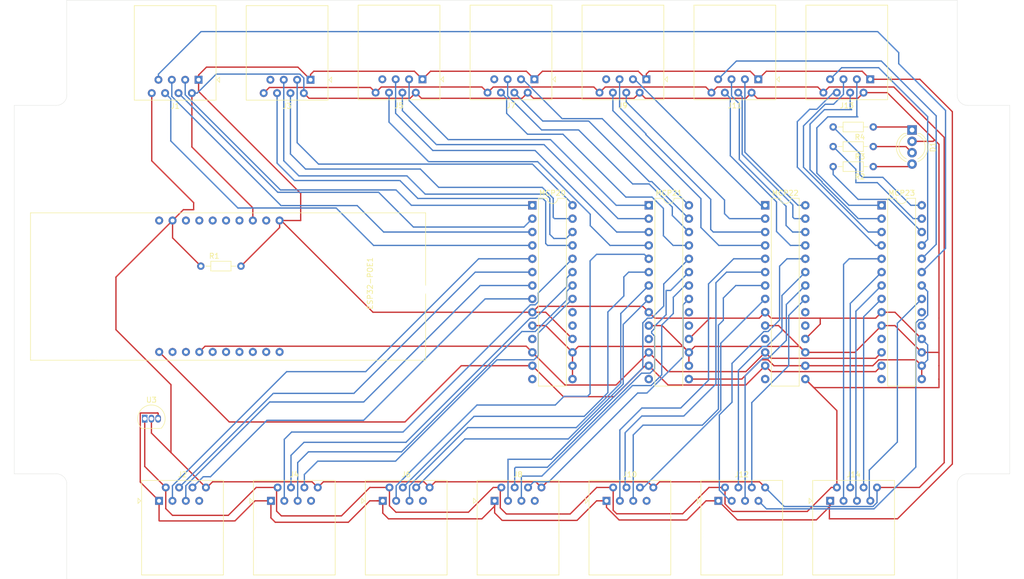
<source format=kicad_pcb>
(kicad_pcb (version 20171130) (host pcbnew "(5.1.12)-1")

  (general
    (thickness 1.6)
    (drawings 16)
    (tracks 708)
    (zones 0)
    (modules 37)
    (nets 113)
  )

  (page A4)
  (layers
    (0 F.Cu signal)
    (31 B.Cu signal)
    (32 B.Adhes user)
    (33 F.Adhes user)
    (34 B.Paste user)
    (35 F.Paste user)
    (36 B.SilkS user)
    (37 F.SilkS user)
    (38 B.Mask user)
    (39 F.Mask user)
    (40 Dwgs.User user)
    (41 Cmts.User user)
    (42 Eco1.User user)
    (43 Eco2.User user)
    (44 Edge.Cuts user)
    (45 Margin user)
    (46 B.CrtYd user)
    (47 F.CrtYd user)
    (48 B.Fab user)
    (49 F.Fab user)
  )

  (setup
    (last_trace_width 0.25)
    (trace_clearance 0.2)
    (zone_clearance 0.508)
    (zone_45_only no)
    (trace_min 0.2)
    (via_size 0.8)
    (via_drill 0.4)
    (via_min_size 0.4)
    (via_min_drill 0.3)
    (uvia_size 0.3)
    (uvia_drill 0.1)
    (uvias_allowed no)
    (uvia_min_size 0.2)
    (uvia_min_drill 0.1)
    (edge_width 0.05)
    (segment_width 0.2)
    (pcb_text_width 0.3)
    (pcb_text_size 1.5 1.5)
    (mod_edge_width 0.12)
    (mod_text_size 1 1)
    (mod_text_width 0.15)
    (pad_size 1.524 1.524)
    (pad_drill 0.762)
    (pad_to_mask_clearance 0)
    (aux_axis_origin 0 0)
    (grid_origin 129.5 91)
    (visible_elements 7FFFFFFF)
    (pcbplotparams
      (layerselection 0x010fc_ffffffff)
      (usegerberextensions true)
      (usegerberattributes true)
      (usegerberadvancedattributes true)
      (creategerberjobfile false)
      (excludeedgelayer true)
      (linewidth 0.100000)
      (plotframeref false)
      (viasonmask false)
      (mode 1)
      (useauxorigin false)
      (hpglpennumber 1)
      (hpglpenspeed 20)
      (hpglpendiameter 15.000000)
      (psnegative false)
      (psa4output false)
      (plotreference true)
      (plotvalue false)
      (plotinvisibletext false)
      (padsonsilk false)
      (subtractmaskfromsilk true)
      (outputformat 1)
      (mirror false)
      (drillshape 0)
      (scaleselection 1)
      (outputdirectory "Switch Controller Gerbers/"))
  )

  (net 0 "")
  (net 1 I2C_SDA)
  (net 2 "Net-(ESP32-POE1-Pad12)")
  (net 3 "Net-(ESP32-POE1-Pad13)")
  (net 4 "Net-(ESP32-POE1-Pad8)")
  (net 5 I2C_SCL)
  (net 6 "Net-(ESP32-POE1-Pad15)")
  (net 7 "Net-(ESP32-POE1-Pad6)")
  (net 8 "Net-(ESP32-POE1-Pad16)")
  (net 9 "Net-(ESP32-POE1-Pad5)")
  (net 10 1-WIRE)
  (net 11 GND)
  (net 12 "Net-(ESP32-POE1-Pad19)")
  (net 13 "Net-(ESP32-POE1-Pad2)")
  (net 14 +5V)
  (net 15 "Net-(J1-Pad7)")
  (net 16 "Net-(J1-Pad6)")
  (net 17 "Net-(J1-Pad5)")
  (net 18 "Net-(J1-Pad4)")
  (net 19 "Net-(J1-Pad3)")
  (net 20 "Net-(J2-Pad7)")
  (net 21 "Net-(J2-Pad6)")
  (net 22 "Net-(J2-Pad5)")
  (net 23 "Net-(J2-Pad4)")
  (net 24 "Net-(J2-Pad3)")
  (net 25 "Net-(J3-Pad7)")
  (net 26 "Net-(J3-Pad6)")
  (net 27 "Net-(J3-Pad5)")
  (net 28 "Net-(J3-Pad4)")
  (net 29 "Net-(J3-Pad3)")
  (net 30 "Net-(J4-Pad7)")
  (net 31 "Net-(J4-Pad6)")
  (net 32 "Net-(J4-Pad5)")
  (net 33 "Net-(J4-Pad4)")
  (net 34 "Net-(J4-Pad3)")
  (net 35 "Net-(J5-Pad7)")
  (net 36 "Net-(J5-Pad6)")
  (net 37 "Net-(J5-Pad5)")
  (net 38 "Net-(J5-Pad4)")
  (net 39 "Net-(J5-Pad3)")
  (net 40 "Net-(J6-Pad7)")
  (net 41 "Net-(J6-Pad6)")
  (net 42 "Net-(J6-Pad5)")
  (net 43 "Net-(J6-Pad4)")
  (net 44 "Net-(J6-Pad3)")
  (net 45 "Net-(J7-Pad7)")
  (net 46 "Net-(J7-Pad6)")
  (net 47 "Net-(J7-Pad5)")
  (net 48 "Net-(J7-Pad4)")
  (net 49 "Net-(J7-Pad3)")
  (net 50 "Net-(J8-Pad7)")
  (net 51 "Net-(J8-Pad6)")
  (net 52 "Net-(J8-Pad5)")
  (net 53 "Net-(J8-Pad4)")
  (net 54 "Net-(J8-Pad3)")
  (net 55 "Net-(J9-Pad7)")
  (net 56 "Net-(J9-Pad6)")
  (net 57 "Net-(J9-Pad5)")
  (net 58 "Net-(J9-Pad4)")
  (net 59 "Net-(J9-Pad3)")
  (net 60 "Net-(J10-Pad7)")
  (net 61 "Net-(J10-Pad6)")
  (net 62 "Net-(J10-Pad5)")
  (net 63 "Net-(J10-Pad4)")
  (net 64 "Net-(J10-Pad3)")
  (net 65 "Net-(J11-Pad7)")
  (net 66 "Net-(J11-Pad6)")
  (net 67 "Net-(J11-Pad5)")
  (net 68 "Net-(J11-Pad4)")
  (net 69 "Net-(J11-Pad3)")
  (net 70 "Net-(J12-Pad7)")
  (net 71 "Net-(J12-Pad6)")
  (net 72 "Net-(J12-Pad5)")
  (net 73 "Net-(J12-Pad4)")
  (net 74 "Net-(J12-Pad3)")
  (net 75 "Net-(J13-Pad7)")
  (net 76 "Net-(J13-Pad6)")
  (net 77 "Net-(J13-Pad5)")
  (net 78 "Net-(J13-Pad4)")
  (net 79 "Net-(J13-Pad3)")
  (net 80 "Net-(J14-Pad7)")
  (net 81 "Net-(J14-Pad6)")
  (net 82 "Net-(J14-Pad5)")
  (net 83 "Net-(J14-Pad4)")
  (net 84 "Net-(J14-Pad3)")
  (net 85 "Net-(D1-Pad3)")
  (net 86 "Net-(D1-Pad1)")
  (net 87 "Net-(ESP32-POE1-Pad4)")
  (net 88 "Net-(D1-Pad4)")
  (net 89 "Net-(MCP20-Pad14)")
  (net 90 "Net-(MCP20-Pad11)")
  (net 91 "Net-(MCP20-Pad20)")
  (net 92 "Net-(MCP20-Pad19)")
  (net 93 "Net-(MCP21-Pad14)")
  (net 94 "Net-(MCP21-Pad11)")
  (net 95 "Net-(MCP21-Pad20)")
  (net 96 "Net-(MCP21-Pad19)")
  (net 97 "Net-(MCP22-Pad14)")
  (net 98 "Net-(MCP22-Pad11)")
  (net 99 "Net-(MCP22-Pad20)")
  (net 100 "Net-(MCP22-Pad19)")
  (net 101 "Net-(MCP23-Pad28)")
  (net 102 "Net-(MCP23-Pad14)")
  (net 103 "Net-(MCP23-Pad27)")
  (net 104 "Net-(MCP23-Pad11)")
  (net 105 "Net-(MCP23-Pad20)")
  (net 106 "Net-(MCP23-Pad19)")
  (net 107 "Net-(MCP23-Pad26)")
  (net 108 "Net-(ESP32-POE1-Pad10)")
  (net 109 "Net-(ESP32-POE1-Pad7)")
  (net 110 "Net-(ESP32-POE1-Pad18)")
  (net 111 "Net-(ESP32-POE1-Pad14)")
  (net 112 "Net-(ESP32-POE1-Pad11)")

  (net_class Default "This is the default net class."
    (clearance 0.2)
    (trace_width 0.25)
    (via_dia 0.8)
    (via_drill 0.4)
    (uvia_dia 0.3)
    (uvia_drill 0.1)
    (add_net +5V)
    (add_net 1-WIRE)
    (add_net GND)
    (add_net I2C_SCL)
    (add_net I2C_SDA)
    (add_net "Net-(D1-Pad1)")
    (add_net "Net-(D1-Pad3)")
    (add_net "Net-(D1-Pad4)")
    (add_net "Net-(ESP32-POE1-Pad10)")
    (add_net "Net-(ESP32-POE1-Pad11)")
    (add_net "Net-(ESP32-POE1-Pad12)")
    (add_net "Net-(ESP32-POE1-Pad13)")
    (add_net "Net-(ESP32-POE1-Pad14)")
    (add_net "Net-(ESP32-POE1-Pad15)")
    (add_net "Net-(ESP32-POE1-Pad16)")
    (add_net "Net-(ESP32-POE1-Pad18)")
    (add_net "Net-(ESP32-POE1-Pad19)")
    (add_net "Net-(ESP32-POE1-Pad2)")
    (add_net "Net-(ESP32-POE1-Pad4)")
    (add_net "Net-(ESP32-POE1-Pad5)")
    (add_net "Net-(ESP32-POE1-Pad6)")
    (add_net "Net-(ESP32-POE1-Pad7)")
    (add_net "Net-(ESP32-POE1-Pad8)")
    (add_net "Net-(J1-Pad3)")
    (add_net "Net-(J1-Pad4)")
    (add_net "Net-(J1-Pad5)")
    (add_net "Net-(J1-Pad6)")
    (add_net "Net-(J1-Pad7)")
    (add_net "Net-(J10-Pad3)")
    (add_net "Net-(J10-Pad4)")
    (add_net "Net-(J10-Pad5)")
    (add_net "Net-(J10-Pad6)")
    (add_net "Net-(J10-Pad7)")
    (add_net "Net-(J11-Pad3)")
    (add_net "Net-(J11-Pad4)")
    (add_net "Net-(J11-Pad5)")
    (add_net "Net-(J11-Pad6)")
    (add_net "Net-(J11-Pad7)")
    (add_net "Net-(J12-Pad3)")
    (add_net "Net-(J12-Pad4)")
    (add_net "Net-(J12-Pad5)")
    (add_net "Net-(J12-Pad6)")
    (add_net "Net-(J12-Pad7)")
    (add_net "Net-(J13-Pad3)")
    (add_net "Net-(J13-Pad4)")
    (add_net "Net-(J13-Pad5)")
    (add_net "Net-(J13-Pad6)")
    (add_net "Net-(J13-Pad7)")
    (add_net "Net-(J14-Pad3)")
    (add_net "Net-(J14-Pad4)")
    (add_net "Net-(J14-Pad5)")
    (add_net "Net-(J14-Pad6)")
    (add_net "Net-(J14-Pad7)")
    (add_net "Net-(J2-Pad3)")
    (add_net "Net-(J2-Pad4)")
    (add_net "Net-(J2-Pad5)")
    (add_net "Net-(J2-Pad6)")
    (add_net "Net-(J2-Pad7)")
    (add_net "Net-(J3-Pad3)")
    (add_net "Net-(J3-Pad4)")
    (add_net "Net-(J3-Pad5)")
    (add_net "Net-(J3-Pad6)")
    (add_net "Net-(J3-Pad7)")
    (add_net "Net-(J4-Pad3)")
    (add_net "Net-(J4-Pad4)")
    (add_net "Net-(J4-Pad5)")
    (add_net "Net-(J4-Pad6)")
    (add_net "Net-(J4-Pad7)")
    (add_net "Net-(J5-Pad3)")
    (add_net "Net-(J5-Pad4)")
    (add_net "Net-(J5-Pad5)")
    (add_net "Net-(J5-Pad6)")
    (add_net "Net-(J5-Pad7)")
    (add_net "Net-(J6-Pad3)")
    (add_net "Net-(J6-Pad4)")
    (add_net "Net-(J6-Pad5)")
    (add_net "Net-(J6-Pad6)")
    (add_net "Net-(J6-Pad7)")
    (add_net "Net-(J7-Pad3)")
    (add_net "Net-(J7-Pad4)")
    (add_net "Net-(J7-Pad5)")
    (add_net "Net-(J7-Pad6)")
    (add_net "Net-(J7-Pad7)")
    (add_net "Net-(J8-Pad3)")
    (add_net "Net-(J8-Pad4)")
    (add_net "Net-(J8-Pad5)")
    (add_net "Net-(J8-Pad6)")
    (add_net "Net-(J8-Pad7)")
    (add_net "Net-(J9-Pad3)")
    (add_net "Net-(J9-Pad4)")
    (add_net "Net-(J9-Pad5)")
    (add_net "Net-(J9-Pad6)")
    (add_net "Net-(J9-Pad7)")
    (add_net "Net-(MCP20-Pad11)")
    (add_net "Net-(MCP20-Pad14)")
    (add_net "Net-(MCP20-Pad19)")
    (add_net "Net-(MCP20-Pad20)")
    (add_net "Net-(MCP21-Pad11)")
    (add_net "Net-(MCP21-Pad14)")
    (add_net "Net-(MCP21-Pad19)")
    (add_net "Net-(MCP21-Pad20)")
    (add_net "Net-(MCP22-Pad11)")
    (add_net "Net-(MCP22-Pad14)")
    (add_net "Net-(MCP22-Pad19)")
    (add_net "Net-(MCP22-Pad20)")
    (add_net "Net-(MCP23-Pad11)")
    (add_net "Net-(MCP23-Pad14)")
    (add_net "Net-(MCP23-Pad19)")
    (add_net "Net-(MCP23-Pad20)")
    (add_net "Net-(MCP23-Pad26)")
    (add_net "Net-(MCP23-Pad27)")
    (add_net "Net-(MCP23-Pad28)")
  )

  (module Resistor_THT:R_Axial_DIN0204_L3.6mm_D1.6mm_P7.62mm_Horizontal (layer F.Cu) (tedit 5AE5139B) (tstamp 61D67A39)
    (at 198.08 67.632 180)
    (descr "Resistor, Axial_DIN0204 series, Axial, Horizontal, pin pitch=7.62mm, 0.167W, length*diameter=3.6*1.6mm^2, http://cdn-reichelt.de/documents/datenblatt/B400/1_4W%23YAG.pdf")
    (tags "Resistor Axial_DIN0204 series Axial Horizontal pin pitch 7.62mm 0.167W length 3.6mm diameter 1.6mm")
    (path /62CE4E80)
    (fp_text reference R2 (at 2.54 -1.92) (layer F.SilkS)
      (effects (font (size 1 1) (thickness 0.15)))
    )
    (fp_text value 470 (at 2.54 1.92) (layer F.Fab)
      (effects (font (size 1 1) (thickness 0.15)))
    )
    (fp_line (start 2.01 -0.8) (end 2.01 0.8) (layer F.Fab) (width 0.1))
    (fp_line (start 2.01 0.8) (end 5.61 0.8) (layer F.Fab) (width 0.1))
    (fp_line (start 5.61 0.8) (end 5.61 -0.8) (layer F.Fab) (width 0.1))
    (fp_line (start 5.61 -0.8) (end 2.01 -0.8) (layer F.Fab) (width 0.1))
    (fp_line (start 0 0) (end 2.01 0) (layer F.Fab) (width 0.1))
    (fp_line (start 7.62 0) (end 5.61 0) (layer F.Fab) (width 0.1))
    (fp_line (start 1.89 -0.92) (end 1.89 0.92) (layer F.SilkS) (width 0.12))
    (fp_line (start 1.89 0.92) (end 5.73 0.92) (layer F.SilkS) (width 0.12))
    (fp_line (start 5.73 0.92) (end 5.73 -0.92) (layer F.SilkS) (width 0.12))
    (fp_line (start 5.73 -0.92) (end 1.89 -0.92) (layer F.SilkS) (width 0.12))
    (fp_line (start 0.94 0) (end 1.89 0) (layer F.SilkS) (width 0.12))
    (fp_line (start 6.68 0) (end 5.73 0) (layer F.SilkS) (width 0.12))
    (fp_line (start -0.95 -1.05) (end -0.95 1.05) (layer F.CrtYd) (width 0.05))
    (fp_line (start -0.95 1.05) (end 8.57 1.05) (layer F.CrtYd) (width 0.05))
    (fp_line (start 8.57 1.05) (end 8.57 -1.05) (layer F.CrtYd) (width 0.05))
    (fp_line (start 8.57 -1.05) (end -0.95 -1.05) (layer F.CrtYd) (width 0.05))
    (fp_text user %R (at 2.54 0) (layer F.Fab)
      (effects (font (size 0.72 0.72) (thickness 0.108)))
    )
    (pad 2 thru_hole oval (at 7.62 0 180) (size 1.4 1.4) (drill 0.7) (layers *.Cu *.Mask)
      (net 107 "Net-(MCP23-Pad26)"))
    (pad 1 thru_hole circle (at 0 0 180) (size 1.4 1.4) (drill 0.7) (layers *.Cu *.Mask)
      (net 88 "Net-(D1-Pad4)"))
    (model ${KISYS3DMOD}/Resistor_THT.3dshapes/R_Axial_DIN0204_L3.6mm_D1.6mm_P7.62mm_Horizontal.wrl
      (at (xyz 0 0 0))
      (scale (xyz 1 1 1))
      (rotate (xyz 0 0 0))
    )
  )

  (module Resistor_THT:R_Axial_DIN0204_L3.6mm_D1.6mm_P7.62mm_Horizontal (layer F.Cu) (tedit 5AE5139B) (tstamp 61E51EB7)
    (at 198.08 60.1 180)
    (descr "Resistor, Axial_DIN0204 series, Axial, Horizontal, pin pitch=7.62mm, 0.167W, length*diameter=3.6*1.6mm^2, http://cdn-reichelt.de/documents/datenblatt/B400/1_4W%23YAG.pdf")
    (tags "Resistor Axial_DIN0204 series Axial Horizontal pin pitch 7.62mm 0.167W length 3.6mm diameter 1.6mm")
    (path /62CE6AD6)
    (fp_text reference R4 (at 2.54 -1.92) (layer F.SilkS)
      (effects (font (size 1 1) (thickness 0.15)))
    )
    (fp_text value 430 (at 2.54 1.92) (layer F.Fab)
      (effects (font (size 1 1) (thickness 0.15)))
    )
    (fp_line (start 2.01 -0.8) (end 2.01 0.8) (layer F.Fab) (width 0.1))
    (fp_line (start 2.01 0.8) (end 5.61 0.8) (layer F.Fab) (width 0.1))
    (fp_line (start 5.61 0.8) (end 5.61 -0.8) (layer F.Fab) (width 0.1))
    (fp_line (start 5.61 -0.8) (end 2.01 -0.8) (layer F.Fab) (width 0.1))
    (fp_line (start 0 0) (end 2.01 0) (layer F.Fab) (width 0.1))
    (fp_line (start 7.62 0) (end 5.61 0) (layer F.Fab) (width 0.1))
    (fp_line (start 1.89 -0.92) (end 1.89 0.92) (layer F.SilkS) (width 0.12))
    (fp_line (start 1.89 0.92) (end 5.73 0.92) (layer F.SilkS) (width 0.12))
    (fp_line (start 5.73 0.92) (end 5.73 -0.92) (layer F.SilkS) (width 0.12))
    (fp_line (start 5.73 -0.92) (end 1.89 -0.92) (layer F.SilkS) (width 0.12))
    (fp_line (start 0.94 0) (end 1.89 0) (layer F.SilkS) (width 0.12))
    (fp_line (start 6.68 0) (end 5.73 0) (layer F.SilkS) (width 0.12))
    (fp_line (start -0.95 -1.05) (end -0.95 1.05) (layer F.CrtYd) (width 0.05))
    (fp_line (start -0.95 1.05) (end 8.57 1.05) (layer F.CrtYd) (width 0.05))
    (fp_line (start 8.57 1.05) (end 8.57 -1.05) (layer F.CrtYd) (width 0.05))
    (fp_line (start 8.57 -1.05) (end -0.95 -1.05) (layer F.CrtYd) (width 0.05))
    (fp_text user %R (at 2.54 0) (layer F.Fab)
      (effects (font (size 0.72 0.72) (thickness 0.108)))
    )
    (pad 2 thru_hole oval (at 7.62 0 180) (size 1.4 1.4) (drill 0.7) (layers *.Cu *.Mask)
      (net 101 "Net-(MCP23-Pad28)"))
    (pad 1 thru_hole circle (at 0 0 180) (size 1.4 1.4) (drill 0.7) (layers *.Cu *.Mask)
      (net 86 "Net-(D1-Pad1)"))
    (model ${KISYS3DMOD}/Resistor_THT.3dshapes/R_Axial_DIN0204_L3.6mm_D1.6mm_P7.62mm_Horizontal.wrl
      (at (xyz 0 0 0))
      (scale (xyz 1 1 1))
      (rotate (xyz 0 0 0))
    )
  )

  (module Resistor_THT:R_Axial_DIN0204_L3.6mm_D1.6mm_P7.62mm_Horizontal (layer F.Cu) (tedit 5AE5139B) (tstamp 61D6A2A8)
    (at 70.43 86.54)
    (descr "Resistor, Axial_DIN0204 series, Axial, Horizontal, pin pitch=7.62mm, 0.167W, length*diameter=3.6*1.6mm^2, http://cdn-reichelt.de/documents/datenblatt/B400/1_4W%23YAG.pdf")
    (tags "Resistor Axial_DIN0204 series Axial Horizontal pin pitch 7.62mm 0.167W length 3.6mm diameter 1.6mm")
    (path /61D95FCA)
    (fp_text reference R1 (at 2.54 -1.92) (layer F.SilkS)
      (effects (font (size 1 1) (thickness 0.15)))
    )
    (fp_text value 4.7K (at 2.54 1.92) (layer F.Fab)
      (effects (font (size 1 1) (thickness 0.15)))
    )
    (fp_line (start 2.01 -0.8) (end 2.01 0.8) (layer F.Fab) (width 0.1))
    (fp_line (start 2.01 0.8) (end 5.61 0.8) (layer F.Fab) (width 0.1))
    (fp_line (start 5.61 0.8) (end 5.61 -0.8) (layer F.Fab) (width 0.1))
    (fp_line (start 5.61 -0.8) (end 2.01 -0.8) (layer F.Fab) (width 0.1))
    (fp_line (start 0 0) (end 2.01 0) (layer F.Fab) (width 0.1))
    (fp_line (start 7.62 0) (end 5.61 0) (layer F.Fab) (width 0.1))
    (fp_line (start 1.89 -0.92) (end 1.89 0.92) (layer F.SilkS) (width 0.12))
    (fp_line (start 1.89 0.92) (end 5.73 0.92) (layer F.SilkS) (width 0.12))
    (fp_line (start 5.73 0.92) (end 5.73 -0.92) (layer F.SilkS) (width 0.12))
    (fp_line (start 5.73 -0.92) (end 1.89 -0.92) (layer F.SilkS) (width 0.12))
    (fp_line (start 0.94 0) (end 1.89 0) (layer F.SilkS) (width 0.12))
    (fp_line (start 6.68 0) (end 5.73 0) (layer F.SilkS) (width 0.12))
    (fp_line (start -0.95 -1.05) (end -0.95 1.05) (layer F.CrtYd) (width 0.05))
    (fp_line (start -0.95 1.05) (end 8.57 1.05) (layer F.CrtYd) (width 0.05))
    (fp_line (start 8.57 1.05) (end 8.57 -1.05) (layer F.CrtYd) (width 0.05))
    (fp_line (start 8.57 -1.05) (end -0.95 -1.05) (layer F.CrtYd) (width 0.05))
    (fp_text user %R (at 2.54 0) (layer F.Fab)
      (effects (font (size 0.72 0.72) (thickness 0.108)))
    )
    (pad 2 thru_hole oval (at 7.62 0) (size 1.4 1.4) (drill 0.7) (layers *.Cu *.Mask)
      (net 14 +5V))
    (pad 1 thru_hole circle (at 0 0) (size 1.4 1.4) (drill 0.7) (layers *.Cu *.Mask)
      (net 10 1-WIRE))
    (model ${KISYS3DMOD}/Resistor_THT.3dshapes/R_Axial_DIN0204_L3.6mm_D1.6mm_P7.62mm_Horizontal.wrl
      (at (xyz 0 0 0))
      (scale (xyz 1 1 1))
      (rotate (xyz 0 0 0))
    )
  )

  (module Resistor_THT:R_Axial_DIN0204_L3.6mm_D1.6mm_P7.62mm_Horizontal (layer F.Cu) (tedit 5AE5139B) (tstamp 61D67A03)
    (at 198.08 63.822 180)
    (descr "Resistor, Axial_DIN0204 series, Axial, Horizontal, pin pitch=7.62mm, 0.167W, length*diameter=3.6*1.6mm^2, http://cdn-reichelt.de/documents/datenblatt/B400/1_4W%23YAG.pdf")
    (tags "Resistor Axial_DIN0204 series Axial Horizontal pin pitch 7.62mm 0.167W length 3.6mm diameter 1.6mm")
    (path /62CE6637)
    (fp_text reference R3 (at 2.54 -1.92) (layer F.SilkS)
      (effects (font (size 1 1) (thickness 0.15)))
    )
    (fp_text value 470 (at 2.54 1.92) (layer F.Fab)
      (effects (font (size 1 1) (thickness 0.15)))
    )
    (fp_line (start 2.01 -0.8) (end 2.01 0.8) (layer F.Fab) (width 0.1))
    (fp_line (start 2.01 0.8) (end 5.61 0.8) (layer F.Fab) (width 0.1))
    (fp_line (start 5.61 0.8) (end 5.61 -0.8) (layer F.Fab) (width 0.1))
    (fp_line (start 5.61 -0.8) (end 2.01 -0.8) (layer F.Fab) (width 0.1))
    (fp_line (start 0 0) (end 2.01 0) (layer F.Fab) (width 0.1))
    (fp_line (start 7.62 0) (end 5.61 0) (layer F.Fab) (width 0.1))
    (fp_line (start 1.89 -0.92) (end 1.89 0.92) (layer F.SilkS) (width 0.12))
    (fp_line (start 1.89 0.92) (end 5.73 0.92) (layer F.SilkS) (width 0.12))
    (fp_line (start 5.73 0.92) (end 5.73 -0.92) (layer F.SilkS) (width 0.12))
    (fp_line (start 5.73 -0.92) (end 1.89 -0.92) (layer F.SilkS) (width 0.12))
    (fp_line (start 0.94 0) (end 1.89 0) (layer F.SilkS) (width 0.12))
    (fp_line (start 6.68 0) (end 5.73 0) (layer F.SilkS) (width 0.12))
    (fp_line (start -0.95 -1.05) (end -0.95 1.05) (layer F.CrtYd) (width 0.05))
    (fp_line (start -0.95 1.05) (end 8.57 1.05) (layer F.CrtYd) (width 0.05))
    (fp_line (start 8.57 1.05) (end 8.57 -1.05) (layer F.CrtYd) (width 0.05))
    (fp_line (start 8.57 -1.05) (end -0.95 -1.05) (layer F.CrtYd) (width 0.05))
    (fp_text user %R (at 2.54 0) (layer F.Fab)
      (effects (font (size 0.72 0.72) (thickness 0.108)))
    )
    (pad 2 thru_hole oval (at 7.62 0 180) (size 1.4 1.4) (drill 0.7) (layers *.Cu *.Mask)
      (net 103 "Net-(MCP23-Pad27)"))
    (pad 1 thru_hole circle (at 0 0 180) (size 1.4 1.4) (drill 0.7) (layers *.Cu *.Mask)
      (net 85 "Net-(D1-Pad3)"))
    (model ${KISYS3DMOD}/Resistor_THT.3dshapes/R_Axial_DIN0204_L3.6mm_D1.6mm_P7.62mm_Horizontal.wrl
      (at (xyz 0 0 0))
      (scale (xyz 1 1 1))
      (rotate (xyz 0 0 0))
    )
  )

  (module MountingHole:MountingHole_2.7mm_M2.5 (layer F.Cu) (tedit 56D1B4CB) (tstamp 61D6468A)
    (at 210.7 45.7)
    (descr "Mounting Hole 2.7mm, no annular, M2.5")
    (tags "mounting hole 2.7mm no annular m2.5")
    (attr virtual)
    (fp_text reference "" (at 0 -3.7) (layer F.SilkS)
      (effects (font (size 1 1) (thickness 0.15)))
    )
    (fp_text value MountingHole_2.7mm_M2.5 (at 0 3.7) (layer F.Fab)
      (effects (font (size 1 1) (thickness 0.15)))
    )
    (fp_circle (center 0 0) (end 2.7 0) (layer Cmts.User) (width 0.15))
    (fp_circle (center 0 0) (end 2.95 0) (layer F.CrtYd) (width 0.05))
    (fp_text user %R (at 0.3 0) (layer F.Fab)
      (effects (font (size 1 1) (thickness 0.15)))
    )
    (pad 1 np_thru_hole circle (at 0 0) (size 2.7 2.7) (drill 2.7) (layers *.Cu *.Mask))
  )

  (module Package_DIP:DIP-28_W7.62mm (layer F.Cu) (tedit 5A02E8C5) (tstamp 61D67800)
    (at 133.3618 74.9808)
    (descr "28-lead though-hole mounted DIP package, row spacing 7.62 mm (300 mils)")
    (tags "THT DIP DIL PDIP 2.54mm 7.62mm 300mil")
    (path /6225F6C8)
    (fp_text reference MCP20 (at 3.81 -2.33) (layer F.SilkS)
      (effects (font (size 1 1) (thickness 0.15)))
    )
    (fp_text value MCP23017_SP (at 3.81 35.35) (layer F.Fab)
      (effects (font (size 1 1) (thickness 0.15)))
    )
    (fp_line (start 8.7 -1.55) (end -1.1 -1.55) (layer F.CrtYd) (width 0.05))
    (fp_line (start 8.7 34.55) (end 8.7 -1.55) (layer F.CrtYd) (width 0.05))
    (fp_line (start -1.1 34.55) (end 8.7 34.55) (layer F.CrtYd) (width 0.05))
    (fp_line (start -1.1 -1.55) (end -1.1 34.55) (layer F.CrtYd) (width 0.05))
    (fp_line (start 6.46 -1.33) (end 4.81 -1.33) (layer F.SilkS) (width 0.12))
    (fp_line (start 6.46 34.35) (end 6.46 -1.33) (layer F.SilkS) (width 0.12))
    (fp_line (start 1.16 34.35) (end 6.46 34.35) (layer F.SilkS) (width 0.12))
    (fp_line (start 1.16 -1.33) (end 1.16 34.35) (layer F.SilkS) (width 0.12))
    (fp_line (start 2.81 -1.33) (end 1.16 -1.33) (layer F.SilkS) (width 0.12))
    (fp_line (start 0.635 -0.27) (end 1.635 -1.27) (layer F.Fab) (width 0.1))
    (fp_line (start 0.635 34.29) (end 0.635 -0.27) (layer F.Fab) (width 0.1))
    (fp_line (start 6.985 34.29) (end 0.635 34.29) (layer F.Fab) (width 0.1))
    (fp_line (start 6.985 -1.27) (end 6.985 34.29) (layer F.Fab) (width 0.1))
    (fp_line (start 1.635 -1.27) (end 6.985 -1.27) (layer F.Fab) (width 0.1))
    (fp_text user %R (at 3.81 16.51) (layer F.Fab)
      (effects (font (size 1 1) (thickness 0.15)))
    )
    (fp_arc (start 3.81 -1.33) (end 2.81 -1.33) (angle -180) (layer F.SilkS) (width 0.12))
    (pad 28 thru_hole oval (at 7.62 0) (size 1.6 1.6) (drill 0.8) (layers *.Cu *.Mask)
      (net 29 "Net-(J3-Pad3)"))
    (pad 14 thru_hole oval (at 0 33.02) (size 1.6 1.6) (drill 0.8) (layers *.Cu *.Mask)
      (net 89 "Net-(MCP20-Pad14)"))
    (pad 27 thru_hole oval (at 7.62 2.54) (size 1.6 1.6) (drill 0.8) (layers *.Cu *.Mask)
      (net 28 "Net-(J3-Pad4)"))
    (pad 13 thru_hole oval (at 0 30.48) (size 1.6 1.6) (drill 0.8) (layers *.Cu *.Mask)
      (net 1 I2C_SDA))
    (pad 26 thru_hole oval (at 7.62 5.08) (size 1.6 1.6) (drill 0.8) (layers *.Cu *.Mask)
      (net 27 "Net-(J3-Pad5)"))
    (pad 12 thru_hole oval (at 0 27.94) (size 1.6 1.6) (drill 0.8) (layers *.Cu *.Mask)
      (net 5 I2C_SCL))
    (pad 25 thru_hole oval (at 7.62 7.62) (size 1.6 1.6) (drill 0.8) (layers *.Cu *.Mask)
      (net 26 "Net-(J3-Pad6)"))
    (pad 11 thru_hole oval (at 0 25.4) (size 1.6 1.6) (drill 0.8) (layers *.Cu *.Mask)
      (net 90 "Net-(MCP20-Pad11)"))
    (pad 24 thru_hole oval (at 7.62 10.16) (size 1.6 1.6) (drill 0.8) (layers *.Cu *.Mask)
      (net 34 "Net-(J4-Pad3)"))
    (pad 10 thru_hole oval (at 0 22.86) (size 1.6 1.6) (drill 0.8) (layers *.Cu *.Mask)
      (net 11 GND))
    (pad 23 thru_hole oval (at 7.62 12.7) (size 1.6 1.6) (drill 0.8) (layers *.Cu *.Mask)
      (net 33 "Net-(J4-Pad4)"))
    (pad 9 thru_hole oval (at 0 20.32) (size 1.6 1.6) (drill 0.8) (layers *.Cu *.Mask)
      (net 14 +5V))
    (pad 22 thru_hole oval (at 7.62 15.24) (size 1.6 1.6) (drill 0.8) (layers *.Cu *.Mask)
      (net 32 "Net-(J4-Pad5)"))
    (pad 8 thru_hole oval (at 0 17.78) (size 1.6 1.6) (drill 0.8) (layers *.Cu *.Mask)
      (net 21 "Net-(J2-Pad6)"))
    (pad 21 thru_hole oval (at 7.62 17.78) (size 1.6 1.6) (drill 0.8) (layers *.Cu *.Mask)
      (net 31 "Net-(J4-Pad6)"))
    (pad 7 thru_hole oval (at 0 15.24) (size 1.6 1.6) (drill 0.8) (layers *.Cu *.Mask)
      (net 22 "Net-(J2-Pad5)"))
    (pad 20 thru_hole oval (at 7.62 20.32) (size 1.6 1.6) (drill 0.8) (layers *.Cu *.Mask)
      (net 91 "Net-(MCP20-Pad20)"))
    (pad 6 thru_hole oval (at 0 12.7) (size 1.6 1.6) (drill 0.8) (layers *.Cu *.Mask)
      (net 23 "Net-(J2-Pad4)"))
    (pad 19 thru_hole oval (at 7.62 22.86) (size 1.6 1.6) (drill 0.8) (layers *.Cu *.Mask)
      (net 92 "Net-(MCP20-Pad19)"))
    (pad 5 thru_hole oval (at 0 10.16) (size 1.6 1.6) (drill 0.8) (layers *.Cu *.Mask)
      (net 24 "Net-(J2-Pad3)"))
    (pad 18 thru_hole oval (at 7.62 25.4) (size 1.6 1.6) (drill 0.8) (layers *.Cu *.Mask)
      (net 14 +5V))
    (pad 4 thru_hole oval (at 0 7.62) (size 1.6 1.6) (drill 0.8) (layers *.Cu *.Mask)
      (net 16 "Net-(J1-Pad6)"))
    (pad 17 thru_hole oval (at 7.62 27.94) (size 1.6 1.6) (drill 0.8) (layers *.Cu *.Mask)
      (net 11 GND))
    (pad 3 thru_hole oval (at 0 5.08) (size 1.6 1.6) (drill 0.8) (layers *.Cu *.Mask)
      (net 17 "Net-(J1-Pad5)"))
    (pad 16 thru_hole oval (at 7.62 30.48) (size 1.6 1.6) (drill 0.8) (layers *.Cu *.Mask)
      (net 11 GND))
    (pad 2 thru_hole oval (at 0 2.54) (size 1.6 1.6) (drill 0.8) (layers *.Cu *.Mask)
      (net 18 "Net-(J1-Pad4)"))
    (pad 15 thru_hole oval (at 7.62 33.02) (size 1.6 1.6) (drill 0.8) (layers *.Cu *.Mask)
      (net 11 GND))
    (pad 1 thru_hole rect (at 0 0) (size 1.6 1.6) (drill 0.8) (layers *.Cu *.Mask)
      (net 19 "Net-(J1-Pad3)"))
    (model ${KISYS3DMOD}/Package_DIP.3dshapes/DIP-28_W7.62mm.wrl
      (at (xyz 0 0 0))
      (scale (xyz 1 1 1))
      (rotate (xyz 0 0 0))
    )
  )

  (module Package_DIP:DIP-28_W7.62mm (layer F.Cu) (tedit 5A02E8C5) (tstamp 61D67773)
    (at 199.6558 74.9808)
    (descr "28-lead though-hole mounted DIP package, row spacing 7.62 mm (300 mils)")
    (tags "THT DIP DIL PDIP 2.54mm 7.62mm 300mil")
    (path /62C3A3C1)
    (fp_text reference MCP23 (at 3.81 -2.33) (layer F.SilkS)
      (effects (font (size 1 1) (thickness 0.15)))
    )
    (fp_text value MCP23017_SP (at 3.81 35.35) (layer F.Fab)
      (effects (font (size 1 1) (thickness 0.15)))
    )
    (fp_line (start 8.7 -1.55) (end -1.1 -1.55) (layer F.CrtYd) (width 0.05))
    (fp_line (start 8.7 34.55) (end 8.7 -1.55) (layer F.CrtYd) (width 0.05))
    (fp_line (start -1.1 34.55) (end 8.7 34.55) (layer F.CrtYd) (width 0.05))
    (fp_line (start -1.1 -1.55) (end -1.1 34.55) (layer F.CrtYd) (width 0.05))
    (fp_line (start 6.46 -1.33) (end 4.81 -1.33) (layer F.SilkS) (width 0.12))
    (fp_line (start 6.46 34.35) (end 6.46 -1.33) (layer F.SilkS) (width 0.12))
    (fp_line (start 1.16 34.35) (end 6.46 34.35) (layer F.SilkS) (width 0.12))
    (fp_line (start 1.16 -1.33) (end 1.16 34.35) (layer F.SilkS) (width 0.12))
    (fp_line (start 2.81 -1.33) (end 1.16 -1.33) (layer F.SilkS) (width 0.12))
    (fp_line (start 0.635 -0.27) (end 1.635 -1.27) (layer F.Fab) (width 0.1))
    (fp_line (start 0.635 34.29) (end 0.635 -0.27) (layer F.Fab) (width 0.1))
    (fp_line (start 6.985 34.29) (end 0.635 34.29) (layer F.Fab) (width 0.1))
    (fp_line (start 6.985 -1.27) (end 6.985 34.29) (layer F.Fab) (width 0.1))
    (fp_line (start 1.635 -1.27) (end 6.985 -1.27) (layer F.Fab) (width 0.1))
    (fp_text user %R (at 3.81 16.51) (layer F.Fab)
      (effects (font (size 1 1) (thickness 0.15)))
    )
    (fp_arc (start 3.81 -1.33) (end 2.81 -1.33) (angle -180) (layer F.SilkS) (width 0.12))
    (pad 28 thru_hole oval (at 7.62 0) (size 1.6 1.6) (drill 0.8) (layers *.Cu *.Mask)
      (net 101 "Net-(MCP23-Pad28)"))
    (pad 14 thru_hole oval (at 0 33.02) (size 1.6 1.6) (drill 0.8) (layers *.Cu *.Mask)
      (net 102 "Net-(MCP23-Pad14)"))
    (pad 27 thru_hole oval (at 7.62 2.54) (size 1.6 1.6) (drill 0.8) (layers *.Cu *.Mask)
      (net 103 "Net-(MCP23-Pad27)"))
    (pad 13 thru_hole oval (at 0 30.48) (size 1.6 1.6) (drill 0.8) (layers *.Cu *.Mask)
      (net 1 I2C_SDA))
    (pad 26 thru_hole oval (at 7.62 5.08) (size 1.6 1.6) (drill 0.8) (layers *.Cu *.Mask)
      (net 107 "Net-(MCP23-Pad26)"))
    (pad 12 thru_hole oval (at 0 27.94) (size 1.6 1.6) (drill 0.8) (layers *.Cu *.Mask)
      (net 5 I2C_SCL))
    (pad 25 thru_hole oval (at 7.62 7.62) (size 1.6 1.6) (drill 0.8) (layers *.Cu *.Mask)
      (net 75 "Net-(J13-Pad7)"))
    (pad 11 thru_hole oval (at 0 25.4) (size 1.6 1.6) (drill 0.8) (layers *.Cu *.Mask)
      (net 104 "Net-(MCP23-Pad11)"))
    (pad 24 thru_hole oval (at 7.62 10.16) (size 1.6 1.6) (drill 0.8) (layers *.Cu *.Mask)
      (net 65 "Net-(J11-Pad7)"))
    (pad 10 thru_hole oval (at 0 22.86) (size 1.6 1.6) (drill 0.8) (layers *.Cu *.Mask)
      (net 11 GND))
    (pad 23 thru_hole oval (at 7.62 12.7) (size 1.6 1.6) (drill 0.8) (layers *.Cu *.Mask)
      (net 15 "Net-(J1-Pad7)"))
    (pad 9 thru_hole oval (at 0 20.32) (size 1.6 1.6) (drill 0.8) (layers *.Cu *.Mask)
      (net 14 +5V))
    (pad 22 thru_hole oval (at 7.62 15.24) (size 1.6 1.6) (drill 0.8) (layers *.Cu *.Mask)
      (net 70 "Net-(J12-Pad7)"))
    (pad 8 thru_hole oval (at 0 17.78) (size 1.6 1.6) (drill 0.8) (layers *.Cu *.Mask)
      (net 81 "Net-(J14-Pad6)"))
    (pad 21 thru_hole oval (at 7.62 17.78) (size 1.6 1.6) (drill 0.8) (layers *.Cu *.Mask)
      (net 80 "Net-(J14-Pad7)"))
    (pad 7 thru_hole oval (at 0 15.24) (size 1.6 1.6) (drill 0.8) (layers *.Cu *.Mask)
      (net 82 "Net-(J14-Pad5)"))
    (pad 20 thru_hole oval (at 7.62 20.32) (size 1.6 1.6) (drill 0.8) (layers *.Cu *.Mask)
      (net 105 "Net-(MCP23-Pad20)"))
    (pad 6 thru_hole oval (at 0 12.7) (size 1.6 1.6) (drill 0.8) (layers *.Cu *.Mask)
      (net 83 "Net-(J14-Pad4)"))
    (pad 19 thru_hole oval (at 7.62 22.86) (size 1.6 1.6) (drill 0.8) (layers *.Cu *.Mask)
      (net 106 "Net-(MCP23-Pad19)"))
    (pad 5 thru_hole oval (at 0 10.16) (size 1.6 1.6) (drill 0.8) (layers *.Cu *.Mask)
      (net 84 "Net-(J14-Pad3)"))
    (pad 18 thru_hole oval (at 7.62 25.4) (size 1.6 1.6) (drill 0.8) (layers *.Cu *.Mask)
      (net 14 +5V))
    (pad 4 thru_hole oval (at 0 7.62) (size 1.6 1.6) (drill 0.8) (layers *.Cu *.Mask)
      (net 76 "Net-(J13-Pad6)"))
    (pad 17 thru_hole oval (at 7.62 27.94) (size 1.6 1.6) (drill 0.8) (layers *.Cu *.Mask)
      (net 11 GND))
    (pad 3 thru_hole oval (at 0 5.08) (size 1.6 1.6) (drill 0.8) (layers *.Cu *.Mask)
      (net 77 "Net-(J13-Pad5)"))
    (pad 16 thru_hole oval (at 7.62 30.48) (size 1.6 1.6) (drill 0.8) (layers *.Cu *.Mask)
      (net 14 +5V))
    (pad 2 thru_hole oval (at 0 2.54) (size 1.6 1.6) (drill 0.8) (layers *.Cu *.Mask)
      (net 78 "Net-(J13-Pad4)"))
    (pad 15 thru_hole oval (at 7.62 33.02) (size 1.6 1.6) (drill 0.8) (layers *.Cu *.Mask)
      (net 14 +5V))
    (pad 1 thru_hole rect (at 0 0) (size 1.6 1.6) (drill 0.8) (layers *.Cu *.Mask)
      (net 79 "Net-(J13-Pad3)"))
    (model ${KISYS3DMOD}/Package_DIP.3dshapes/DIP-28_W7.62mm.wrl
      (at (xyz 0 0 0))
      (scale (xyz 1 1 1))
      (rotate (xyz 0 0 0))
    )
  )

  (module Connector_RJ:RJ45_Amphenol_54602-x08_Horizontal (layer F.Cu) (tedit 5B103613) (tstamp 61D5DE55)
    (at 70 51.1274 180)
    (descr "8 Pol Shallow Latch Connector, Modjack, RJ45 (https://cdn.amphenol-icc.com/media/wysiwyg/files/drawing/c-bmj-0102.pdf)")
    (tags RJ45)
    (path /61D5FF96)
    (fp_text reference J1 (at 4.445 -5) (layer F.SilkS)
      (effects (font (size 1 1) (thickness 0.15)))
    )
    (fp_text value RJ45 (at 4.445 4) (layer F.Fab)
      (effects (font (size 1 1) (thickness 0.15)))
    )
    (fp_line (start 12.6 14.47) (end -3.71 14.47) (layer F.CrtYd) (width 0.05))
    (fp_line (start 12.6 14.47) (end 12.6 -4.27) (layer F.CrtYd) (width 0.05))
    (fp_line (start -3.71 -4.27) (end -3.71 14.47) (layer F.CrtYd) (width 0.05))
    (fp_line (start -3.71 -4.27) (end 12.6 -4.27) (layer F.CrtYd) (width 0.05))
    (fp_line (start -3.315 -3.88) (end -3.315 14.08) (layer F.SilkS) (width 0.12))
    (fp_line (start 12.205 -3.88) (end -3.315 -3.88) (layer F.SilkS) (width 0.12))
    (fp_line (start 12.205 -3.88) (end 12.205 14.08) (layer F.SilkS) (width 0.12))
    (fp_line (start -3.315 14.08) (end 12.205 14.08) (layer F.SilkS) (width 0.12))
    (fp_line (start -3.205 -2.77) (end -2.205 -3.77) (layer F.Fab) (width 0.12))
    (fp_line (start -2.205 -3.77) (end 12.095 -3.77) (layer F.Fab) (width 0.12))
    (fp_line (start 12.095 -3.77) (end 12.095 13.97) (layer F.Fab) (width 0.12))
    (fp_line (start 12.095 13.97) (end -3.205 13.97) (layer F.Fab) (width 0.12))
    (fp_line (start -3.205 13.97) (end -3.205 -2.77) (layer F.Fab) (width 0.12))
    (fp_line (start -3.5 0) (end -4 -0.5) (layer F.SilkS) (width 0.12))
    (fp_line (start -4 -0.5) (end -4 0.5) (layer F.SilkS) (width 0.12))
    (fp_line (start -4 0.5) (end -3.5 0) (layer F.SilkS) (width 0.12))
    (fp_text user %R (at 4.445 2) (layer F.Fab)
      (effects (font (size 1 1) (thickness 0.15)))
    )
    (pad 8 thru_hole circle (at 8.89 -2.54 180) (size 1.5 1.5) (drill 0.76) (layers *.Cu *.Mask)
      (net 10 1-WIRE))
    (pad 7 thru_hole circle (at 7.62 0 180) (size 1.5 1.5) (drill 0.76) (layers *.Cu *.Mask)
      (net 15 "Net-(J1-Pad7)"))
    (pad 6 thru_hole circle (at 6.35 -2.54 180) (size 1.5 1.5) (drill 0.76) (layers *.Cu *.Mask)
      (net 16 "Net-(J1-Pad6)"))
    (pad 5 thru_hole circle (at 5.08 0 180) (size 1.5 1.5) (drill 0.76) (layers *.Cu *.Mask)
      (net 17 "Net-(J1-Pad5)"))
    (pad 4 thru_hole circle (at 3.81 -2.54 180) (size 1.5 1.5) (drill 0.76) (layers *.Cu *.Mask)
      (net 18 "Net-(J1-Pad4)"))
    (pad 3 thru_hole circle (at 2.54 0 180) (size 1.5 1.5) (drill 0.76) (layers *.Cu *.Mask)
      (net 19 "Net-(J1-Pad3)"))
    (pad 2 thru_hole circle (at 1.27 -2.54 180) (size 1.5 1.5) (drill 0.76) (layers *.Cu *.Mask)
      (net 11 GND))
    (pad 1 thru_hole rect (at 0 0 180) (size 1.5 1.5) (drill 0.76) (layers *.Cu *.Mask)
      (net 14 +5V))
    (pad "" np_thru_hole circle (at -1.27 6.35 180) (size 3.2 3.2) (drill 3.2) (layers *.Cu *.Mask))
    (pad "" np_thru_hole circle (at 10.16 6.35 180) (size 3.2 3.2) (drill 3.2) (layers *.Cu *.Mask))
    (model ${KISYS3DMOD}/Connector_RJ.3dshapes/RJ45_Amphenol_54602-x08_Horizontal.wrl
      (at (xyz 0 0 0))
      (scale (xyz 1 1 1))
      (rotate (xyz 0 0 0))
    )
  )

  (module Connector_RJ:RJ45_Amphenol_54602-x08_Horizontal (layer F.Cu) (tedit 5B103613) (tstamp 61D5BAC8)
    (at 133.75 51.0366 180)
    (descr "8 Pol Shallow Latch Connector, Modjack, RJ45 (https://cdn.amphenol-icc.com/media/wysiwyg/files/drawing/c-bmj-0102.pdf)")
    (tags RJ45)
    (path /62BE5531)
    (fp_text reference J7 (at 4.445 -5) (layer F.SilkS)
      (effects (font (size 1 1) (thickness 0.15)))
    )
    (fp_text value RJ45 (at 4.445 4) (layer F.Fab)
      (effects (font (size 1 1) (thickness 0.15)))
    )
    (fp_line (start 12.6 14.47) (end -3.71 14.47) (layer F.CrtYd) (width 0.05))
    (fp_line (start 12.6 14.47) (end 12.6 -4.27) (layer F.CrtYd) (width 0.05))
    (fp_line (start -3.71 -4.27) (end -3.71 14.47) (layer F.CrtYd) (width 0.05))
    (fp_line (start -3.71 -4.27) (end 12.6 -4.27) (layer F.CrtYd) (width 0.05))
    (fp_line (start -3.315 -3.88) (end -3.315 14.08) (layer F.SilkS) (width 0.12))
    (fp_line (start 12.205 -3.88) (end -3.315 -3.88) (layer F.SilkS) (width 0.12))
    (fp_line (start 12.205 -3.88) (end 12.205 14.08) (layer F.SilkS) (width 0.12))
    (fp_line (start -3.315 14.08) (end 12.205 14.08) (layer F.SilkS) (width 0.12))
    (fp_line (start -3.205 -2.77) (end -2.205 -3.77) (layer F.Fab) (width 0.12))
    (fp_line (start -2.205 -3.77) (end 12.095 -3.77) (layer F.Fab) (width 0.12))
    (fp_line (start 12.095 -3.77) (end 12.095 13.97) (layer F.Fab) (width 0.12))
    (fp_line (start 12.095 13.97) (end -3.205 13.97) (layer F.Fab) (width 0.12))
    (fp_line (start -3.205 13.97) (end -3.205 -2.77) (layer F.Fab) (width 0.12))
    (fp_line (start -3.5 0) (end -4 -0.5) (layer F.SilkS) (width 0.12))
    (fp_line (start -4 -0.5) (end -4 0.5) (layer F.SilkS) (width 0.12))
    (fp_line (start -4 0.5) (end -3.5 0) (layer F.SilkS) (width 0.12))
    (fp_text user %R (at 4.445 2) (layer F.Fab)
      (effects (font (size 1 1) (thickness 0.15)))
    )
    (pad 8 thru_hole circle (at 8.89 -2.54 180) (size 1.5 1.5) (drill 0.76) (layers *.Cu *.Mask)
      (net 10 1-WIRE))
    (pad 7 thru_hole circle (at 7.62 0 180) (size 1.5 1.5) (drill 0.76) (layers *.Cu *.Mask)
      (net 45 "Net-(J7-Pad7)"))
    (pad 6 thru_hole circle (at 6.35 -2.54 180) (size 1.5 1.5) (drill 0.76) (layers *.Cu *.Mask)
      (net 46 "Net-(J7-Pad6)"))
    (pad 5 thru_hole circle (at 5.08 0 180) (size 1.5 1.5) (drill 0.76) (layers *.Cu *.Mask)
      (net 47 "Net-(J7-Pad5)"))
    (pad 4 thru_hole circle (at 3.81 -2.54 180) (size 1.5 1.5) (drill 0.76) (layers *.Cu *.Mask)
      (net 48 "Net-(J7-Pad4)"))
    (pad 3 thru_hole circle (at 2.54 0 180) (size 1.5 1.5) (drill 0.76) (layers *.Cu *.Mask)
      (net 49 "Net-(J7-Pad3)"))
    (pad 2 thru_hole circle (at 1.27 -2.54 180) (size 1.5 1.5) (drill 0.76) (layers *.Cu *.Mask)
      (net 11 GND))
    (pad 1 thru_hole rect (at 0 0 180) (size 1.5 1.5) (drill 0.76) (layers *.Cu *.Mask)
      (net 14 +5V))
    (pad "" np_thru_hole circle (at -1.27 6.35 180) (size 3.2 3.2) (drill 3.2) (layers *.Cu *.Mask))
    (pad "" np_thru_hole circle (at 10.16 6.35 180) (size 3.2 3.2) (drill 3.2) (layers *.Cu *.Mask))
    (model ${KISYS3DMOD}/Connector_RJ.3dshapes/RJ45_Amphenol_54602-x08_Horizontal.wrl
      (at (xyz 0 0 0))
      (scale (xyz 1 1 1))
      (rotate (xyz 0 0 0))
    )
  )

  (module Connector_RJ:RJ45_Amphenol_54602-x08_Horizontal (layer F.Cu) (tedit 5B103613) (tstamp 61D50C35)
    (at 91.25 51.1274 180)
    (descr "8 Pol Shallow Latch Connector, Modjack, RJ45 (https://cdn.amphenol-icc.com/media/wysiwyg/files/drawing/c-bmj-0102.pdf)")
    (tags RJ45)
    (path /620919F9)
    (fp_text reference J3 (at 4.445 -5) (layer F.SilkS)
      (effects (font (size 1 1) (thickness 0.15)))
    )
    (fp_text value RJ45 (at 4.445 4) (layer F.Fab)
      (effects (font (size 1 1) (thickness 0.15)))
    )
    (fp_line (start 12.6 14.47) (end -3.71 14.47) (layer F.CrtYd) (width 0.05))
    (fp_line (start 12.6 14.47) (end 12.6 -4.27) (layer F.CrtYd) (width 0.05))
    (fp_line (start -3.71 -4.27) (end -3.71 14.47) (layer F.CrtYd) (width 0.05))
    (fp_line (start -3.71 -4.27) (end 12.6 -4.27) (layer F.CrtYd) (width 0.05))
    (fp_line (start -3.315 -3.88) (end -3.315 14.08) (layer F.SilkS) (width 0.12))
    (fp_line (start 12.205 -3.88) (end -3.315 -3.88) (layer F.SilkS) (width 0.12))
    (fp_line (start 12.205 -3.88) (end 12.205 14.08) (layer F.SilkS) (width 0.12))
    (fp_line (start -3.315 14.08) (end 12.205 14.08) (layer F.SilkS) (width 0.12))
    (fp_line (start -3.205 -2.77) (end -2.205 -3.77) (layer F.Fab) (width 0.12))
    (fp_line (start -2.205 -3.77) (end 12.095 -3.77) (layer F.Fab) (width 0.12))
    (fp_line (start 12.095 -3.77) (end 12.095 13.97) (layer F.Fab) (width 0.12))
    (fp_line (start 12.095 13.97) (end -3.205 13.97) (layer F.Fab) (width 0.12))
    (fp_line (start -3.205 13.97) (end -3.205 -2.77) (layer F.Fab) (width 0.12))
    (fp_line (start -3.5 0) (end -4 -0.5) (layer F.SilkS) (width 0.12))
    (fp_line (start -4 -0.5) (end -4 0.5) (layer F.SilkS) (width 0.12))
    (fp_line (start -4 0.5) (end -3.5 0) (layer F.SilkS) (width 0.12))
    (fp_text user %R (at 4.445 2) (layer F.Fab)
      (effects (font (size 1 1) (thickness 0.15)))
    )
    (pad 8 thru_hole circle (at 8.89 -2.54 180) (size 1.5 1.5) (drill 0.76) (layers *.Cu *.Mask)
      (net 10 1-WIRE))
    (pad 7 thru_hole circle (at 7.62 0 180) (size 1.5 1.5) (drill 0.76) (layers *.Cu *.Mask)
      (net 25 "Net-(J3-Pad7)"))
    (pad 6 thru_hole circle (at 6.35 -2.54 180) (size 1.5 1.5) (drill 0.76) (layers *.Cu *.Mask)
      (net 26 "Net-(J3-Pad6)"))
    (pad 5 thru_hole circle (at 5.08 0 180) (size 1.5 1.5) (drill 0.76) (layers *.Cu *.Mask)
      (net 27 "Net-(J3-Pad5)"))
    (pad 4 thru_hole circle (at 3.81 -2.54 180) (size 1.5 1.5) (drill 0.76) (layers *.Cu *.Mask)
      (net 28 "Net-(J3-Pad4)"))
    (pad 3 thru_hole circle (at 2.54 0 180) (size 1.5 1.5) (drill 0.76) (layers *.Cu *.Mask)
      (net 29 "Net-(J3-Pad3)"))
    (pad 2 thru_hole circle (at 1.27 -2.54 180) (size 1.5 1.5) (drill 0.76) (layers *.Cu *.Mask)
      (net 11 GND))
    (pad 1 thru_hole rect (at 0 0 180) (size 1.5 1.5) (drill 0.76) (layers *.Cu *.Mask)
      (net 14 +5V))
    (pad "" np_thru_hole circle (at -1.27 6.35 180) (size 3.2 3.2) (drill 3.2) (layers *.Cu *.Mask))
    (pad "" np_thru_hole circle (at 10.16 6.35 180) (size 3.2 3.2) (drill 3.2) (layers *.Cu *.Mask))
    (model ${KISYS3DMOD}/Connector_RJ.3dshapes/RJ45_Amphenol_54602-x08_Horizontal.wrl
      (at (xyz 0 0 0))
      (scale (xyz 1 1 1))
      (rotate (xyz 0 0 0))
    )
  )

  (module MountingHole:MountingHole_2.7mm_M2.5 (layer F.Cu) (tedit 56D1B4CB) (tstamp 61D653E4)
    (at 210.7 136.25)
    (descr "Mounting Hole 2.7mm, no annular, M2.5")
    (tags "mounting hole 2.7mm no annular m2.5")
    (attr virtual)
    (fp_text reference "" (at 0 -3.7) (layer F.SilkS)
      (effects (font (size 1 1) (thickness 0.15)))
    )
    (fp_text value MountingHole_2.7mm_M2.5 (at 0 3.7) (layer F.Fab)
      (effects (font (size 1 1) (thickness 0.15)))
    )
    (fp_circle (center 0 0) (end 2.7 0) (layer Cmts.User) (width 0.15))
    (fp_circle (center 0 0) (end 2.95 0) (layer F.CrtYd) (width 0.05))
    (fp_text user %R (at 0.3 0) (layer F.Fab)
      (effects (font (size 1 1) (thickness 0.15)))
    )
    (pad 1 np_thru_hole circle (at 0 0) (size 2.7 2.7) (drill 2.7) (layers *.Cu *.Mask))
  )

  (module MountingHole:MountingHole_2.7mm_M2.5 (layer F.Cu) (tedit 56D1B4CB) (tstamp 61D64F96)
    (at 42.5 91)
    (descr "Mounting Hole 2.7mm, no annular, M2.5")
    (tags "mounting hole 2.7mm no annular m2.5")
    (attr virtual)
    (fp_text reference "" (at 0 -3.7) (layer F.SilkS)
      (effects (font (size 1 1) (thickness 0.15)))
    )
    (fp_text value MountingHole_2.7mm_M2.5 (at 0 3.7) (layer F.Fab)
      (effects (font (size 1 1) (thickness 0.15)))
    )
    (fp_circle (center 0 0) (end 2.7 0) (layer Cmts.User) (width 0.15))
    (fp_circle (center 0 0) (end 2.95 0) (layer F.CrtYd) (width 0.05))
    (fp_text user %R (at 0.3 0) (layer F.Fab)
      (effects (font (size 1 1) (thickness 0.15)))
    )
    (pad 1 np_thru_hole circle (at 0 0) (size 2.7 2.7) (drill 2.7) (layers *.Cu *.Mask))
  )

  (module MountingHole:MountingHole_2.7mm_M2.5 (layer F.Cu) (tedit 56D1B4CB) (tstamp 61D651D9)
    (at 216.5 111)
    (descr "Mounting Hole 2.7mm, no annular, M2.5")
    (tags "mounting hole 2.7mm no annular m2.5")
    (attr virtual)
    (fp_text reference "" (at 0 -3.7) (layer F.SilkS)
      (effects (font (size 1 1) (thickness 0.15)))
    )
    (fp_text value MountingHole_2.7mm_M2.5 (at 0 3.7) (layer F.Fab)
      (effects (font (size 1 1) (thickness 0.15)))
    )
    (fp_circle (center 0 0) (end 2.7 0) (layer Cmts.User) (width 0.15))
    (fp_circle (center 0 0) (end 2.95 0) (layer F.CrtYd) (width 0.05))
    (fp_text user %R (at 0.3 0) (layer F.Fab)
      (effects (font (size 1 1) (thickness 0.15)))
    )
    (pad 1 np_thru_hole circle (at 0 0) (size 2.7 2.7) (drill 2.7) (layers *.Cu *.Mask))
  )

  (module MountingHole:MountingHole_2.7mm_M2.5 (layer F.Cu) (tedit 56D1B4CB) (tstamp 61D651D9)
    (at 216.5 71)
    (descr "Mounting Hole 2.7mm, no annular, M2.5")
    (tags "mounting hole 2.7mm no annular m2.5")
    (attr virtual)
    (fp_text reference "" (at 0 -3.7) (layer F.SilkS)
      (effects (font (size 1 1) (thickness 0.15)))
    )
    (fp_text value MountingHole_2.7mm_M2.5 (at 0 3.7) (layer F.Fab)
      (effects (font (size 1 1) (thickness 0.15)))
    )
    (fp_circle (center 0 0) (end 2.7 0) (layer Cmts.User) (width 0.15))
    (fp_circle (center 0 0) (end 2.95 0) (layer F.CrtYd) (width 0.05))
    (fp_text user %R (at 0.3 0) (layer F.Fab)
      (effects (font (size 1 1) (thickness 0.15)))
    )
    (pad 1 np_thru_hole circle (at 0 0) (size 2.7 2.7) (drill 2.7) (layers *.Cu *.Mask))
  )

  (module MountingHole:MountingHole_2.7mm_M2.5 (layer F.Cu) (tedit 56D1B4CB) (tstamp 61D679E0)
    (at 216.5 91)
    (descr "Mounting Hole 2.7mm, no annular, M2.5")
    (tags "mounting hole 2.7mm no annular m2.5")
    (attr virtual)
    (fp_text reference "" (at 0 -3.7) (layer F.SilkS)
      (effects (font (size 1 1) (thickness 0.15)))
    )
    (fp_text value MountingHole_2.7mm_M2.5 (at 0 3.7) (layer F.Fab)
      (effects (font (size 1 1) (thickness 0.15)))
    )
    (fp_circle (center 0 0) (end 2.7 0) (layer Cmts.User) (width 0.15))
    (fp_circle (center 0 0) (end 2.95 0) (layer F.CrtYd) (width 0.05))
    (fp_text user %R (at 0.3 0) (layer F.Fab)
      (effects (font (size 1 1) (thickness 0.15)))
    )
    (pad 1 np_thru_hole circle (at 0 0) (size 2.7 2.7) (drill 2.7) (layers *.Cu *.Mask))
  )

  (module MountingHole:MountingHole_2.7mm_M2.5 (layer F.Cu) (tedit 56D1B4CB) (tstamp 61D6514B)
    (at 147 91)
    (descr "Mounting Hole 2.7mm, no annular, M2.5")
    (tags "mounting hole 2.7mm no annular m2.5")
    (attr virtual)
    (fp_text reference "" (at 0 -3.7) (layer F.SilkS)
      (effects (font (size 1 1) (thickness 0.15)))
    )
    (fp_text value MountingHole_2.7mm_M2.5 (at 0 3.7) (layer F.Fab)
      (effects (font (size 1 1) (thickness 0.15)))
    )
    (fp_circle (center 0 0) (end 2.7 0) (layer Cmts.User) (width 0.15))
    (fp_circle (center 0 0) (end 2.95 0) (layer F.CrtYd) (width 0.05))
    (fp_text user %R (at 0.3 0) (layer F.Fab)
      (effects (font (size 1 1) (thickness 0.15)))
    )
    (pad 1 np_thru_hole circle (at 0 0) (size 2.7 2.7) (drill 2.7) (layers *.Cu *.Mask))
  )

  (module MountingHole:MountingHole_2.7mm_M2.5 (layer F.Cu) (tedit 56D1B4CB) (tstamp 61D650E3)
    (at 112 91)
    (descr "Mounting Hole 2.7mm, no annular, M2.5")
    (tags "mounting hole 2.7mm no annular m2.5")
    (attr virtual)
    (fp_text reference "" (at 0 -3.7) (layer F.SilkS)
      (effects (font (size 1 1) (thickness 0.15)))
    )
    (fp_text value MountingHole_2.7mm_M2.5 (at 0 3.7) (layer F.Fab)
      (effects (font (size 1 1) (thickness 0.15)))
    )
    (fp_circle (center 0 0) (end 2.7 0) (layer Cmts.User) (width 0.15))
    (fp_circle (center 0 0) (end 2.95 0) (layer F.CrtYd) (width 0.05))
    (fp_text user %R (at 0.3 0) (layer F.Fab)
      (effects (font (size 1 1) (thickness 0.15)))
    )
    (pad 1 np_thru_hole circle (at 0 0) (size 2.7 2.7) (drill 2.7) (layers *.Cu *.Mask))
  )

  (module MountingHole:MountingHole_2.7mm_M2.5 (layer F.Cu) (tedit 56D1B4CB) (tstamp 61D6509A)
    (at 48.3 45.75)
    (descr "Mounting Hole 2.7mm, no annular, M2.5")
    (tags "mounting hole 2.7mm no annular m2.5")
    (attr virtual)
    (fp_text reference "" (at 0 -3.7) (layer F.SilkS)
      (effects (font (size 1 1) (thickness 0.15)))
    )
    (fp_text value MountingHole_2.7mm_M2.5 (at 0 3.7) (layer F.Fab)
      (effects (font (size 1 1) (thickness 0.15)))
    )
    (fp_circle (center 0 0) (end 2.7 0) (layer Cmts.User) (width 0.15))
    (fp_circle (center 0 0) (end 2.95 0) (layer F.CrtYd) (width 0.05))
    (fp_text user %R (at 0.3 0) (layer F.Fab)
      (effects (font (size 1 1) (thickness 0.15)))
    )
    (pad 1 np_thru_hole circle (at 0 0) (size 2.7 2.7) (drill 2.7) (layers *.Cu *.Mask))
  )

  (module MountingHole:MountingHole_2.7mm_M2.5 (layer F.Cu) (tedit 56D1B4CB) (tstamp 61D6506E)
    (at 48.3 136.25)
    (descr "Mounting Hole 2.7mm, no annular, M2.5")
    (tags "mounting hole 2.7mm no annular m2.5")
    (attr virtual)
    (fp_text reference "" (at 0 -3.7) (layer F.SilkS)
      (effects (font (size 1 1) (thickness 0.15)))
    )
    (fp_text value MountingHole_2.7mm_M2.5 (at 0 3.7) (layer F.Fab)
      (effects (font (size 1 1) (thickness 0.15)))
    )
    (fp_circle (center 0 0) (end 2.7 0) (layer Cmts.User) (width 0.15))
    (fp_circle (center 0 0) (end 2.95 0) (layer F.CrtYd) (width 0.05))
    (fp_text user %R (at 0.3 0) (layer F.Fab)
      (effects (font (size 1 1) (thickness 0.15)))
    )
    (pad 1 np_thru_hole circle (at 0 0) (size 2.7 2.7) (drill 2.7) (layers *.Cu *.Mask))
  )

  (module MountingHole:MountingHole_2.7mm_M2.5 (layer F.Cu) (tedit 56D1B4CB) (tstamp 61D65041)
    (at 49.5 102.8)
    (descr "Mounting Hole 2.7mm, no annular, M2.5")
    (tags "mounting hole 2.7mm no annular m2.5")
    (attr virtual)
    (fp_text reference "" (at 0 -3.7) (layer F.SilkS)
      (effects (font (size 1 1) (thickness 0.15)))
    )
    (fp_text value MountingHole_2.7mm_M2.5 (at 0 3.7) (layer F.Fab)
      (effects (font (size 1 1) (thickness 0.15)))
    )
    (fp_circle (center 0 0) (end 2.7 0) (layer Cmts.User) (width 0.15))
    (fp_circle (center 0 0) (end 2.95 0) (layer F.CrtYd) (width 0.05))
    (fp_text user %R (at 0.3 0) (layer F.Fab)
      (effects (font (size 1 1) (thickness 0.15)))
    )
    (pad 1 np_thru_hole circle (at 0 0) (size 2.7 2.7) (drill 2.7) (layers *.Cu *.Mask))
  )

  (module MountingHole:MountingHole_2.7mm_M2.5 (layer F.Cu) (tedit 56D1B4CB) (tstamp 61D64FF5)
    (at 42.5 71)
    (descr "Mounting Hole 2.7mm, no annular, M2.5")
    (tags "mounting hole 2.7mm no annular m2.5")
    (attr virtual)
    (fp_text reference "" (at 0 -3.7) (layer F.SilkS)
      (effects (font (size 1 1) (thickness 0.15)))
    )
    (fp_text value MountingHole_2.7mm_M2.5 (at 0 3.7) (layer F.Fab)
      (effects (font (size 1 1) (thickness 0.15)))
    )
    (fp_circle (center 0 0) (end 2.7 0) (layer Cmts.User) (width 0.15))
    (fp_circle (center 0 0) (end 2.95 0) (layer F.CrtYd) (width 0.05))
    (fp_text user %R (at 0.3 0) (layer F.Fab)
      (effects (font (size 1 1) (thickness 0.15)))
    )
    (pad 1 np_thru_hole circle (at 0 0) (size 2.7 2.7) (drill 2.7) (layers *.Cu *.Mask))
  )

  (module RF_Module:Olimex_ESP32-POE-RevG (layer F.Cu) (tedit 61D4B786) (tstamp 61D6BF98)
    (at 91 86 270)
    (path /61D9569A)
    (fp_text reference ESP32-POE1 (at 3.81 -11.56 90) (layer F.SilkS)
      (effects (font (size 1 1) (thickness 0.15)))
    )
    (fp_text value OlimexESP32-POE (at 3.81 30.84 90) (layer F.Fab)
      (effects (font (size 0.6 0.6) (thickness 0.09)))
    )
    (fp_line (start -9.585 52.902) (end 18.415 52.902) (layer F.SilkS) (width 0.12))
    (fp_line (start -9.585 -22.098) (end -9.585 52.902) (layer F.SilkS) (width 0.12))
    (fp_line (start -9.585 -22.098) (end 18.415 -22.098) (layer F.SilkS) (width 0.12))
    (fp_line (start 18.415 -22.098) (end 18.415 52.902) (layer F.SilkS) (width 0.12))
    (fp_text user %R (at 3.81 9.64 90) (layer F.Fab)
      (effects (font (size 1 1) (thickness 0.15)))
    )
    (pad 20 thru_hole circle (at 16.842 28.479 270) (size 1.524 1.524) (drill 0.762) (layers *.Cu *.Mask)
      (net 1 I2C_SDA))
    (pad 19 thru_hole circle (at 16.842 25.939 270) (size 1.524 1.524) (drill 0.762) (layers *.Cu *.Mask)
      (net 12 "Net-(ESP32-POE1-Pad19)"))
    (pad 18 thru_hole circle (at 16.842 23.399 270) (size 1.524 1.524) (drill 0.762) (layers *.Cu *.Mask)
      (net 110 "Net-(ESP32-POE1-Pad18)"))
    (pad 17 thru_hole circle (at 16.842 20.859 270) (size 1.524 1.524) (drill 0.762) (layers *.Cu *.Mask)
      (net 5 I2C_SCL))
    (pad 16 thru_hole circle (at 16.842 18.319 270) (size 1.524 1.524) (drill 0.762) (layers *.Cu *.Mask)
      (net 8 "Net-(ESP32-POE1-Pad16)"))
    (pad 15 thru_hole circle (at 16.842 15.779 270) (size 1.524 1.524) (drill 0.762) (layers *.Cu *.Mask)
      (net 6 "Net-(ESP32-POE1-Pad15)"))
    (pad 14 thru_hole circle (at 16.842 13.239 270) (size 1.524 1.524) (drill 0.762) (layers *.Cu *.Mask)
      (net 111 "Net-(ESP32-POE1-Pad14)"))
    (pad 13 thru_hole circle (at 16.842 10.699 270) (size 1.524 1.524) (drill 0.762) (layers *.Cu *.Mask)
      (net 3 "Net-(ESP32-POE1-Pad13)"))
    (pad 12 thru_hole circle (at 16.842 8.159 270) (size 1.524 1.524) (drill 0.762) (layers *.Cu *.Mask)
      (net 2 "Net-(ESP32-POE1-Pad12)"))
    (pad 11 thru_hole circle (at 16.842 5.619 270) (size 1.524 1.524) (drill 0.762) (layers *.Cu *.Mask)
      (net 112 "Net-(ESP32-POE1-Pad11)"))
    (pad 10 thru_hole circle (at -8.128 28.479 270) (size 1.524 1.524) (drill 0.762) (layers *.Cu *.Mask)
      (net 108 "Net-(ESP32-POE1-Pad10)"))
    (pad 9 thru_hole circle (at -8.128 25.939 270) (size 1.524 1.524) (drill 0.762) (layers *.Cu *.Mask)
      (net 10 1-WIRE))
    (pad 8 thru_hole circle (at -8.128 23.399 270) (size 1.524 1.524) (drill 0.762) (layers *.Cu *.Mask)
      (net 4 "Net-(ESP32-POE1-Pad8)"))
    (pad 7 thru_hole circle (at -8.128 20.859 270) (size 1.524 1.524) (drill 0.762) (layers *.Cu *.Mask)
      (net 109 "Net-(ESP32-POE1-Pad7)"))
    (pad 6 thru_hole circle (at -8.128 18.319 270) (size 1.524 1.524) (drill 0.762) (layers *.Cu *.Mask)
      (net 7 "Net-(ESP32-POE1-Pad6)"))
    (pad 5 thru_hole circle (at -8.128 15.779 270) (size 1.524 1.524) (drill 0.762) (layers *.Cu *.Mask)
      (net 9 "Net-(ESP32-POE1-Pad5)"))
    (pad 4 thru_hole circle (at -8.128 13.239 270) (size 1.524 1.524) (drill 0.762) (layers *.Cu *.Mask)
      (net 87 "Net-(ESP32-POE1-Pad4)"))
    (pad 3 thru_hole circle (at -8.128 10.699 270) (size 1.524 1.524) (drill 0.762) (layers *.Cu *.Mask)
      (net 11 GND))
    (pad 2 thru_hole circle (at -8.128 8.159 270) (size 1.524 1.524) (drill 0.762) (layers *.Cu *.Mask)
      (net 13 "Net-(ESP32-POE1-Pad2)"))
    (pad 1 thru_hole circle (at -8.128 5.619 270) (size 1.524 1.524) (drill 0.762) (layers *.Cu *.Mask)
      (net 14 +5V))
  )

  (module LED_THT:LED_D5.0mm-4_RGB_Wide_Pins (layer F.Cu) (tedit 5B74F76E) (tstamp 61D6030F)
    (at 205.44 60.67 270)
    (descr "LED, diameter 5.0mm, 2 pins, diameter 5.0mm, 3 pins, diameter 5.0mm, 4 pins, http://www.kingbright.com/attachments/file/psearch/000/00/00/L-154A4SUREQBFZGEW(Ver.9A).pdf")
    (tags "LED diameter 5.0mm 2 pins diameter 5.0mm 3 pins diameter 5.0mm 4 pins RGB RGBLED")
    (path /62CE1F6E)
    (fp_text reference D1 (at 3.2385 -3.96 90) (layer F.SilkS)
      (effects (font (size 1 1) (thickness 0.15)))
    )
    (fp_text value LED_RCGB (at 3.2385 3.96 90) (layer F.Fab)
      (effects (font (size 1 1) (thickness 0.15)))
    )
    (fp_line (start 7.56 -3.25) (end -1.08 -3.25) (layer F.CrtYd) (width 0.05))
    (fp_line (start 7.56 3.25) (end 7.56 -3.25) (layer F.CrtYd) (width 0.05))
    (fp_line (start -1.08 3.25) (end 7.56 3.25) (layer F.CrtYd) (width 0.05))
    (fp_line (start -1.08 -3.25) (end -1.08 3.25) (layer F.CrtYd) (width 0.05))
    (fp_line (start 0.6785 1.08) (end 0.6785 1.545) (layer F.SilkS) (width 0.12))
    (fp_line (start 0.6785 -1.545) (end 0.6785 -1.08) (layer F.SilkS) (width 0.12))
    (fp_line (start 0.7385 -1.469694) (end 0.7385 1.469694) (layer F.Fab) (width 0.1))
    (fp_circle (center 3.2385 0) (end 5.7385 0) (layer F.Fab) (width 0.1))
    (fp_text user %R (at 3.2385 -3.96 90) (layer F.Fab)
      (effects (font (size 1 1) (thickness 0.15)))
    )
    (fp_arc (start 3.2385 0) (end 0.983816 1.08) (angle -128.8) (layer F.SilkS) (width 0.12))
    (fp_arc (start 3.2385 0) (end 0.983816 -1.08) (angle 128.8) (layer F.SilkS) (width 0.12))
    (fp_arc (start 3.2385 0) (end 0.6785 1.54483) (angle -127.7) (layer F.SilkS) (width 0.12))
    (fp_arc (start 3.2385 0) (end 0.6785 -1.54483) (angle 127.7) (layer F.SilkS) (width 0.12))
    (fp_arc (start 3.2385 0) (end 0.7385 -1.469694) (angle 299.1) (layer F.Fab) (width 0.1))
    (pad 4 thru_hole circle (at 6.477 0 270) (size 1.8 1.8) (drill 0.9) (layers *.Cu *.Mask)
      (net 88 "Net-(D1-Pad4)"))
    (pad 3 thru_hole circle (at 4.318 0 270) (size 1.8 1.8) (drill 0.9) (layers *.Cu *.Mask)
      (net 85 "Net-(D1-Pad3)"))
    (pad 2 thru_hole circle (at 2.159 0 270) (size 1.8 1.8) (drill 0.9) (layers *.Cu *.Mask)
      (net 11 GND))
    (pad 1 thru_hole rect (at 0 0 270) (size 1.8 1.8) (drill 0.9) (layers *.Cu *.Mask)
      (net 86 "Net-(D1-Pad1)"))
    (model ${KISYS3DMOD}/LED_THT.3dshapes/LED_D5.0mm-4_RGB_Wide_Pins.wrl
      (at (xyz 0 0 0))
      (scale (xyz 1 1 1))
      (rotate (xyz 0 0 0))
    )
  )

  (module Connector_RJ:RJ45_Amphenol_54602-x08_Horizontal (layer F.Cu) (tedit 5B103613) (tstamp 61D5C5E7)
    (at 189.898 131.1308)
    (descr "8 Pol Shallow Latch Connector, Modjack, RJ45 (https://cdn.amphenol-icc.com/media/wysiwyg/files/drawing/c-bmj-0102.pdf)")
    (tags RJ45)
    (path /62C8C143)
    (fp_text reference J14 (at 4.445 -5) (layer F.SilkS)
      (effects (font (size 1 1) (thickness 0.15)))
    )
    (fp_text value RJ45 (at 4.445 4) (layer F.Fab)
      (effects (font (size 1 1) (thickness 0.15)))
    )
    (fp_line (start 12.6 14.47) (end -3.71 14.47) (layer F.CrtYd) (width 0.05))
    (fp_line (start 12.6 14.47) (end 12.6 -4.27) (layer F.CrtYd) (width 0.05))
    (fp_line (start -3.71 -4.27) (end -3.71 14.47) (layer F.CrtYd) (width 0.05))
    (fp_line (start -3.71 -4.27) (end 12.6 -4.27) (layer F.CrtYd) (width 0.05))
    (fp_line (start -3.315 -3.88) (end -3.315 14.08) (layer F.SilkS) (width 0.12))
    (fp_line (start 12.205 -3.88) (end -3.315 -3.88) (layer F.SilkS) (width 0.12))
    (fp_line (start 12.205 -3.88) (end 12.205 14.08) (layer F.SilkS) (width 0.12))
    (fp_line (start -3.315 14.08) (end 12.205 14.08) (layer F.SilkS) (width 0.12))
    (fp_line (start -3.205 -2.77) (end -2.205 -3.77) (layer F.Fab) (width 0.12))
    (fp_line (start -2.205 -3.77) (end 12.095 -3.77) (layer F.Fab) (width 0.12))
    (fp_line (start 12.095 -3.77) (end 12.095 13.97) (layer F.Fab) (width 0.12))
    (fp_line (start 12.095 13.97) (end -3.205 13.97) (layer F.Fab) (width 0.12))
    (fp_line (start -3.205 13.97) (end -3.205 -2.77) (layer F.Fab) (width 0.12))
    (fp_line (start -3.5 0) (end -4 -0.5) (layer F.SilkS) (width 0.12))
    (fp_line (start -4 -0.5) (end -4 0.5) (layer F.SilkS) (width 0.12))
    (fp_line (start -4 0.5) (end -3.5 0) (layer F.SilkS) (width 0.12))
    (fp_text user %R (at 4.445 2) (layer F.Fab)
      (effects (font (size 1 1) (thickness 0.15)))
    )
    (pad 8 thru_hole circle (at 8.89 -2.54) (size 1.5 1.5) (drill 0.76) (layers *.Cu *.Mask)
      (net 10 1-WIRE))
    (pad 7 thru_hole circle (at 7.62 0) (size 1.5 1.5) (drill 0.76) (layers *.Cu *.Mask)
      (net 80 "Net-(J14-Pad7)"))
    (pad 6 thru_hole circle (at 6.35 -2.54) (size 1.5 1.5) (drill 0.76) (layers *.Cu *.Mask)
      (net 81 "Net-(J14-Pad6)"))
    (pad 5 thru_hole circle (at 5.08 0) (size 1.5 1.5) (drill 0.76) (layers *.Cu *.Mask)
      (net 82 "Net-(J14-Pad5)"))
    (pad 4 thru_hole circle (at 3.81 -2.54) (size 1.5 1.5) (drill 0.76) (layers *.Cu *.Mask)
      (net 83 "Net-(J14-Pad4)"))
    (pad 3 thru_hole circle (at 2.54 0) (size 1.5 1.5) (drill 0.76) (layers *.Cu *.Mask)
      (net 84 "Net-(J14-Pad3)"))
    (pad 2 thru_hole circle (at 1.27 -2.54) (size 1.5 1.5) (drill 0.76) (layers *.Cu *.Mask)
      (net 11 GND))
    (pad 1 thru_hole rect (at 0 0) (size 1.5 1.5) (drill 0.76) (layers *.Cu *.Mask)
      (net 14 +5V))
    (pad "" np_thru_hole circle (at -1.27 6.35) (size 3.2 3.2) (drill 3.2) (layers *.Cu *.Mask))
    (pad "" np_thru_hole circle (at 10.16 6.35) (size 3.2 3.2) (drill 3.2) (layers *.Cu *.Mask))
    (model ${KISYS3DMOD}/Connector_RJ.3dshapes/RJ45_Amphenol_54602-x08_Horizontal.wrl
      (at (xyz 0 0 0))
      (scale (xyz 1 1 1))
      (rotate (xyz 0 0 0))
    )
  )

  (module Package_DIP:DIP-28_W7.62mm (layer F.Cu) (tedit 5A02E8C5) (tstamp 61D676E6)
    (at 177.5578 74.9808)
    (descr "28-lead though-hole mounted DIP package, row spacing 7.62 mm (300 mils)")
    (tags "THT DIP DIL PDIP 2.54mm 7.62mm 300mil")
    (path /62C17AFD)
    (fp_text reference MCP22 (at 3.81 -2.33) (layer F.SilkS)
      (effects (font (size 1 1) (thickness 0.15)))
    )
    (fp_text value MCP23017_SP (at 3.81 35.35) (layer F.Fab)
      (effects (font (size 1 1) (thickness 0.15)))
    )
    (fp_line (start 8.7 -1.55) (end -1.1 -1.55) (layer F.CrtYd) (width 0.05))
    (fp_line (start 8.7 34.55) (end 8.7 -1.55) (layer F.CrtYd) (width 0.05))
    (fp_line (start -1.1 34.55) (end 8.7 34.55) (layer F.CrtYd) (width 0.05))
    (fp_line (start -1.1 -1.55) (end -1.1 34.55) (layer F.CrtYd) (width 0.05))
    (fp_line (start 6.46 -1.33) (end 4.81 -1.33) (layer F.SilkS) (width 0.12))
    (fp_line (start 6.46 34.35) (end 6.46 -1.33) (layer F.SilkS) (width 0.12))
    (fp_line (start 1.16 34.35) (end 6.46 34.35) (layer F.SilkS) (width 0.12))
    (fp_line (start 1.16 -1.33) (end 1.16 34.35) (layer F.SilkS) (width 0.12))
    (fp_line (start 2.81 -1.33) (end 1.16 -1.33) (layer F.SilkS) (width 0.12))
    (fp_line (start 0.635 -0.27) (end 1.635 -1.27) (layer F.Fab) (width 0.1))
    (fp_line (start 0.635 34.29) (end 0.635 -0.27) (layer F.Fab) (width 0.1))
    (fp_line (start 6.985 34.29) (end 0.635 34.29) (layer F.Fab) (width 0.1))
    (fp_line (start 6.985 -1.27) (end 6.985 34.29) (layer F.Fab) (width 0.1))
    (fp_line (start 1.635 -1.27) (end 6.985 -1.27) (layer F.Fab) (width 0.1))
    (fp_text user %R (at 3.81 16.51) (layer F.Fab)
      (effects (font (size 1 1) (thickness 0.15)))
    )
    (fp_arc (start 3.81 -1.33) (end 2.81 -1.33) (angle -180) (layer F.SilkS) (width 0.12))
    (pad 28 thru_hole oval (at 7.62 0) (size 1.6 1.6) (drill 0.8) (layers *.Cu *.Mask)
      (net 69 "Net-(J11-Pad3)"))
    (pad 14 thru_hole oval (at 0 33.02) (size 1.6 1.6) (drill 0.8) (layers *.Cu *.Mask)
      (net 97 "Net-(MCP22-Pad14)"))
    (pad 27 thru_hole oval (at 7.62 2.54) (size 1.6 1.6) (drill 0.8) (layers *.Cu *.Mask)
      (net 68 "Net-(J11-Pad4)"))
    (pad 13 thru_hole oval (at 0 30.48) (size 1.6 1.6) (drill 0.8) (layers *.Cu *.Mask)
      (net 1 I2C_SDA))
    (pad 26 thru_hole oval (at 7.62 5.08) (size 1.6 1.6) (drill 0.8) (layers *.Cu *.Mask)
      (net 67 "Net-(J11-Pad5)"))
    (pad 12 thru_hole oval (at 0 27.94) (size 1.6 1.6) (drill 0.8) (layers *.Cu *.Mask)
      (net 5 I2C_SCL))
    (pad 25 thru_hole oval (at 7.62 7.62) (size 1.6 1.6) (drill 0.8) (layers *.Cu *.Mask)
      (net 66 "Net-(J11-Pad6)"))
    (pad 11 thru_hole oval (at 0 25.4) (size 1.6 1.6) (drill 0.8) (layers *.Cu *.Mask)
      (net 98 "Net-(MCP22-Pad11)"))
    (pad 24 thru_hole oval (at 7.62 10.16) (size 1.6 1.6) (drill 0.8) (layers *.Cu *.Mask)
      (net 74 "Net-(J12-Pad3)"))
    (pad 10 thru_hole oval (at 0 22.86) (size 1.6 1.6) (drill 0.8) (layers *.Cu *.Mask)
      (net 11 GND))
    (pad 23 thru_hole oval (at 7.62 12.7) (size 1.6 1.6) (drill 0.8) (layers *.Cu *.Mask)
      (net 73 "Net-(J12-Pad4)"))
    (pad 9 thru_hole oval (at 0 20.32) (size 1.6 1.6) (drill 0.8) (layers *.Cu *.Mask)
      (net 14 +5V))
    (pad 22 thru_hole oval (at 7.62 15.24) (size 1.6 1.6) (drill 0.8) (layers *.Cu *.Mask)
      (net 72 "Net-(J12-Pad5)"))
    (pad 8 thru_hole oval (at 0 17.78) (size 1.6 1.6) (drill 0.8) (layers *.Cu *.Mask)
      (net 61 "Net-(J10-Pad6)"))
    (pad 21 thru_hole oval (at 7.62 17.78) (size 1.6 1.6) (drill 0.8) (layers *.Cu *.Mask)
      (net 71 "Net-(J12-Pad6)"))
    (pad 7 thru_hole oval (at 0 15.24) (size 1.6 1.6) (drill 0.8) (layers *.Cu *.Mask)
      (net 62 "Net-(J10-Pad5)"))
    (pad 20 thru_hole oval (at 7.62 20.32) (size 1.6 1.6) (drill 0.8) (layers *.Cu *.Mask)
      (net 99 "Net-(MCP22-Pad20)"))
    (pad 6 thru_hole oval (at 0 12.7) (size 1.6 1.6) (drill 0.8) (layers *.Cu *.Mask)
      (net 63 "Net-(J10-Pad4)"))
    (pad 19 thru_hole oval (at 7.62 22.86) (size 1.6 1.6) (drill 0.8) (layers *.Cu *.Mask)
      (net 100 "Net-(MCP22-Pad19)"))
    (pad 5 thru_hole oval (at 0 10.16) (size 1.6 1.6) (drill 0.8) (layers *.Cu *.Mask)
      (net 64 "Net-(J10-Pad3)"))
    (pad 18 thru_hole oval (at 7.62 25.4) (size 1.6 1.6) (drill 0.8) (layers *.Cu *.Mask)
      (net 14 +5V))
    (pad 4 thru_hole oval (at 0 7.62) (size 1.6 1.6) (drill 0.8) (layers *.Cu *.Mask)
      (net 56 "Net-(J9-Pad6)"))
    (pad 17 thru_hole oval (at 7.62 27.94) (size 1.6 1.6) (drill 0.8) (layers *.Cu *.Mask)
      (net 11 GND))
    (pad 3 thru_hole oval (at 0 5.08) (size 1.6 1.6) (drill 0.8) (layers *.Cu *.Mask)
      (net 57 "Net-(J9-Pad5)"))
    (pad 16 thru_hole oval (at 7.62 30.48) (size 1.6 1.6) (drill 0.8) (layers *.Cu *.Mask)
      (net 14 +5V))
    (pad 2 thru_hole oval (at 0 2.54) (size 1.6 1.6) (drill 0.8) (layers *.Cu *.Mask)
      (net 58 "Net-(J9-Pad4)"))
    (pad 15 thru_hole oval (at 7.62 33.02) (size 1.6 1.6) (drill 0.8) (layers *.Cu *.Mask)
      (net 11 GND))
    (pad 1 thru_hole rect (at 0 0) (size 1.6 1.6) (drill 0.8) (layers *.Cu *.Mask)
      (net 59 "Net-(J9-Pad3)"))
    (model ${KISYS3DMOD}/Package_DIP.3dshapes/DIP-28_W7.62mm.wrl
      (at (xyz 0 0 0))
      (scale (xyz 1 1 1))
      (rotate (xyz 0 0 0))
    )
  )

  (module Package_DIP:DIP-28_W7.62mm (layer F.Cu) (tedit 5A02E8C5) (tstamp 61D67659)
    (at 155.4598 74.9808)
    (descr "28-lead though-hole mounted DIP package, row spacing 7.62 mm (300 mils)")
    (tags "THT DIP DIL PDIP 2.54mm 7.62mm 300mil")
    (path /62BE5538)
    (fp_text reference MCP21 (at 3.81 -2.33) (layer F.SilkS)
      (effects (font (size 1 1) (thickness 0.15)))
    )
    (fp_text value MCP23017_SP (at 3.81 35.35) (layer F.Fab)
      (effects (font (size 1 1) (thickness 0.15)))
    )
    (fp_line (start 8.7 -1.55) (end -1.1 -1.55) (layer F.CrtYd) (width 0.05))
    (fp_line (start 8.7 34.55) (end 8.7 -1.55) (layer F.CrtYd) (width 0.05))
    (fp_line (start -1.1 34.55) (end 8.7 34.55) (layer F.CrtYd) (width 0.05))
    (fp_line (start -1.1 -1.55) (end -1.1 34.55) (layer F.CrtYd) (width 0.05))
    (fp_line (start 6.46 -1.33) (end 4.81 -1.33) (layer F.SilkS) (width 0.12))
    (fp_line (start 6.46 34.35) (end 6.46 -1.33) (layer F.SilkS) (width 0.12))
    (fp_line (start 1.16 34.35) (end 6.46 34.35) (layer F.SilkS) (width 0.12))
    (fp_line (start 1.16 -1.33) (end 1.16 34.35) (layer F.SilkS) (width 0.12))
    (fp_line (start 2.81 -1.33) (end 1.16 -1.33) (layer F.SilkS) (width 0.12))
    (fp_line (start 0.635 -0.27) (end 1.635 -1.27) (layer F.Fab) (width 0.1))
    (fp_line (start 0.635 34.29) (end 0.635 -0.27) (layer F.Fab) (width 0.1))
    (fp_line (start 6.985 34.29) (end 0.635 34.29) (layer F.Fab) (width 0.1))
    (fp_line (start 6.985 -1.27) (end 6.985 34.29) (layer F.Fab) (width 0.1))
    (fp_line (start 1.635 -1.27) (end 6.985 -1.27) (layer F.Fab) (width 0.1))
    (fp_text user %R (at 3.81 16.51) (layer F.Fab)
      (effects (font (size 1 1) (thickness 0.15)))
    )
    (fp_arc (start 3.81 -1.33) (end 2.81 -1.33) (angle -180) (layer F.SilkS) (width 0.12))
    (pad 28 thru_hole oval (at 7.62 0) (size 1.6 1.6) (drill 0.8) (layers *.Cu *.Mask)
      (net 49 "Net-(J7-Pad3)"))
    (pad 14 thru_hole oval (at 0 33.02) (size 1.6 1.6) (drill 0.8) (layers *.Cu *.Mask)
      (net 93 "Net-(MCP21-Pad14)"))
    (pad 27 thru_hole oval (at 7.62 2.54) (size 1.6 1.6) (drill 0.8) (layers *.Cu *.Mask)
      (net 48 "Net-(J7-Pad4)"))
    (pad 13 thru_hole oval (at 0 30.48) (size 1.6 1.6) (drill 0.8) (layers *.Cu *.Mask)
      (net 1 I2C_SDA))
    (pad 26 thru_hole oval (at 7.62 5.08) (size 1.6 1.6) (drill 0.8) (layers *.Cu *.Mask)
      (net 47 "Net-(J7-Pad5)"))
    (pad 12 thru_hole oval (at 0 27.94) (size 1.6 1.6) (drill 0.8) (layers *.Cu *.Mask)
      (net 5 I2C_SCL))
    (pad 25 thru_hole oval (at 7.62 7.62) (size 1.6 1.6) (drill 0.8) (layers *.Cu *.Mask)
      (net 46 "Net-(J7-Pad6)"))
    (pad 11 thru_hole oval (at 0 25.4) (size 1.6 1.6) (drill 0.8) (layers *.Cu *.Mask)
      (net 94 "Net-(MCP21-Pad11)"))
    (pad 24 thru_hole oval (at 7.62 10.16) (size 1.6 1.6) (drill 0.8) (layers *.Cu *.Mask)
      (net 54 "Net-(J8-Pad3)"))
    (pad 10 thru_hole oval (at 0 22.86) (size 1.6 1.6) (drill 0.8) (layers *.Cu *.Mask)
      (net 11 GND))
    (pad 23 thru_hole oval (at 7.62 12.7) (size 1.6 1.6) (drill 0.8) (layers *.Cu *.Mask)
      (net 53 "Net-(J8-Pad4)"))
    (pad 9 thru_hole oval (at 0 20.32) (size 1.6 1.6) (drill 0.8) (layers *.Cu *.Mask)
      (net 14 +5V))
    (pad 22 thru_hole oval (at 7.62 15.24) (size 1.6 1.6) (drill 0.8) (layers *.Cu *.Mask)
      (net 52 "Net-(J8-Pad5)"))
    (pad 8 thru_hole oval (at 0 17.78) (size 1.6 1.6) (drill 0.8) (layers *.Cu *.Mask)
      (net 41 "Net-(J6-Pad6)"))
    (pad 21 thru_hole oval (at 7.62 17.78) (size 1.6 1.6) (drill 0.8) (layers *.Cu *.Mask)
      (net 51 "Net-(J8-Pad6)"))
    (pad 7 thru_hole oval (at 0 15.24) (size 1.6 1.6) (drill 0.8) (layers *.Cu *.Mask)
      (net 42 "Net-(J6-Pad5)"))
    (pad 20 thru_hole oval (at 7.62 20.32) (size 1.6 1.6) (drill 0.8) (layers *.Cu *.Mask)
      (net 95 "Net-(MCP21-Pad20)"))
    (pad 6 thru_hole oval (at 0 12.7) (size 1.6 1.6) (drill 0.8) (layers *.Cu *.Mask)
      (net 43 "Net-(J6-Pad4)"))
    (pad 19 thru_hole oval (at 7.62 22.86) (size 1.6 1.6) (drill 0.8) (layers *.Cu *.Mask)
      (net 96 "Net-(MCP21-Pad19)"))
    (pad 5 thru_hole oval (at 0 10.16) (size 1.6 1.6) (drill 0.8) (layers *.Cu *.Mask)
      (net 44 "Net-(J6-Pad3)"))
    (pad 18 thru_hole oval (at 7.62 25.4) (size 1.6 1.6) (drill 0.8) (layers *.Cu *.Mask)
      (net 14 +5V))
    (pad 4 thru_hole oval (at 0 7.62) (size 1.6 1.6) (drill 0.8) (layers *.Cu *.Mask)
      (net 36 "Net-(J5-Pad6)"))
    (pad 17 thru_hole oval (at 7.62 27.94) (size 1.6 1.6) (drill 0.8) (layers *.Cu *.Mask)
      (net 11 GND))
    (pad 3 thru_hole oval (at 0 5.08) (size 1.6 1.6) (drill 0.8) (layers *.Cu *.Mask)
      (net 37 "Net-(J5-Pad5)"))
    (pad 16 thru_hole oval (at 7.62 30.48) (size 1.6 1.6) (drill 0.8) (layers *.Cu *.Mask)
      (net 11 GND))
    (pad 2 thru_hole oval (at 0 2.54) (size 1.6 1.6) (drill 0.8) (layers *.Cu *.Mask)
      (net 38 "Net-(J5-Pad4)"))
    (pad 15 thru_hole oval (at 7.62 33.02) (size 1.6 1.6) (drill 0.8) (layers *.Cu *.Mask)
      (net 14 +5V))
    (pad 1 thru_hole rect (at 0 0) (size 1.6 1.6) (drill 0.8) (layers *.Cu *.Mask)
      (net 39 "Net-(J5-Pad3)"))
    (model ${KISYS3DMOD}/Package_DIP.3dshapes/DIP-28_W7.62mm.wrl
      (at (xyz 0 0 0))
      (scale (xyz 1 1 1))
      (rotate (xyz 0 0 0))
    )
  )

  (module Connector_RJ:RJ45_Amphenol_54602-x08_Horizontal (layer F.Cu) (tedit 5B103613) (tstamp 61D5B4D2)
    (at 197.5 51.0366 180)
    (descr "8 Pol Shallow Latch Connector, Modjack, RJ45 (https://cdn.amphenol-icc.com/media/wysiwyg/files/drawing/c-bmj-0102.pdf)")
    (tags RJ45)
    (path /62C3A3CD)
    (fp_text reference J13 (at 4.445 -5) (layer F.SilkS)
      (effects (font (size 1 1) (thickness 0.15)))
    )
    (fp_text value RJ45 (at 4.445 4) (layer F.Fab)
      (effects (font (size 1 1) (thickness 0.15)))
    )
    (fp_line (start 12.6 14.47) (end -3.71 14.47) (layer F.CrtYd) (width 0.05))
    (fp_line (start 12.6 14.47) (end 12.6 -4.27) (layer F.CrtYd) (width 0.05))
    (fp_line (start -3.71 -4.27) (end -3.71 14.47) (layer F.CrtYd) (width 0.05))
    (fp_line (start -3.71 -4.27) (end 12.6 -4.27) (layer F.CrtYd) (width 0.05))
    (fp_line (start -3.315 -3.88) (end -3.315 14.08) (layer F.SilkS) (width 0.12))
    (fp_line (start 12.205 -3.88) (end -3.315 -3.88) (layer F.SilkS) (width 0.12))
    (fp_line (start 12.205 -3.88) (end 12.205 14.08) (layer F.SilkS) (width 0.12))
    (fp_line (start -3.315 14.08) (end 12.205 14.08) (layer F.SilkS) (width 0.12))
    (fp_line (start -3.205 -2.77) (end -2.205 -3.77) (layer F.Fab) (width 0.12))
    (fp_line (start -2.205 -3.77) (end 12.095 -3.77) (layer F.Fab) (width 0.12))
    (fp_line (start 12.095 -3.77) (end 12.095 13.97) (layer F.Fab) (width 0.12))
    (fp_line (start 12.095 13.97) (end -3.205 13.97) (layer F.Fab) (width 0.12))
    (fp_line (start -3.205 13.97) (end -3.205 -2.77) (layer F.Fab) (width 0.12))
    (fp_line (start -3.5 0) (end -4 -0.5) (layer F.SilkS) (width 0.12))
    (fp_line (start -4 -0.5) (end -4 0.5) (layer F.SilkS) (width 0.12))
    (fp_line (start -4 0.5) (end -3.5 0) (layer F.SilkS) (width 0.12))
    (fp_text user %R (at 4.445 2) (layer F.Fab)
      (effects (font (size 1 1) (thickness 0.15)))
    )
    (pad 8 thru_hole circle (at 8.89 -2.54 180) (size 1.5 1.5) (drill 0.76) (layers *.Cu *.Mask)
      (net 10 1-WIRE))
    (pad 7 thru_hole circle (at 7.62 0 180) (size 1.5 1.5) (drill 0.76) (layers *.Cu *.Mask)
      (net 75 "Net-(J13-Pad7)"))
    (pad 6 thru_hole circle (at 6.35 -2.54 180) (size 1.5 1.5) (drill 0.76) (layers *.Cu *.Mask)
      (net 76 "Net-(J13-Pad6)"))
    (pad 5 thru_hole circle (at 5.08 0 180) (size 1.5 1.5) (drill 0.76) (layers *.Cu *.Mask)
      (net 77 "Net-(J13-Pad5)"))
    (pad 4 thru_hole circle (at 3.81 -2.54 180) (size 1.5 1.5) (drill 0.76) (layers *.Cu *.Mask)
      (net 78 "Net-(J13-Pad4)"))
    (pad 3 thru_hole circle (at 2.54 0 180) (size 1.5 1.5) (drill 0.76) (layers *.Cu *.Mask)
      (net 79 "Net-(J13-Pad3)"))
    (pad 2 thru_hole circle (at 1.27 -2.54 180) (size 1.5 1.5) (drill 0.76) (layers *.Cu *.Mask)
      (net 11 GND))
    (pad 1 thru_hole rect (at 0 0 180) (size 1.5 1.5) (drill 0.76) (layers *.Cu *.Mask)
      (net 14 +5V))
    (pad "" np_thru_hole circle (at -1.27 6.35 180) (size 3.2 3.2) (drill 3.2) (layers *.Cu *.Mask))
    (pad "" np_thru_hole circle (at 10.16 6.35 180) (size 3.2 3.2) (drill 3.2) (layers *.Cu *.Mask))
    (model ${KISYS3DMOD}/Connector_RJ.3dshapes/RJ45_Amphenol_54602-x08_Horizontal.wrl
      (at (xyz 0 0 0))
      (scale (xyz 1 1 1))
      (rotate (xyz 0 0 0))
    )
  )

  (module Connector_RJ:RJ45_Amphenol_54602-x08_Horizontal (layer F.Cu) (tedit 5B103613) (tstamp 61D5B4B3)
    (at 168.665 131.1308)
    (descr "8 Pol Shallow Latch Connector, Modjack, RJ45 (https://cdn.amphenol-icc.com/media/wysiwyg/files/drawing/c-bmj-0102.pdf)")
    (tags RJ45)
    (path /62C17AE1)
    (fp_text reference J12 (at 4.445 -5) (layer F.SilkS)
      (effects (font (size 1 1) (thickness 0.15)))
    )
    (fp_text value RJ45 (at 4.445 4) (layer F.Fab)
      (effects (font (size 1 1) (thickness 0.15)))
    )
    (fp_line (start 12.6 14.47) (end -3.71 14.47) (layer F.CrtYd) (width 0.05))
    (fp_line (start 12.6 14.47) (end 12.6 -4.27) (layer F.CrtYd) (width 0.05))
    (fp_line (start -3.71 -4.27) (end -3.71 14.47) (layer F.CrtYd) (width 0.05))
    (fp_line (start -3.71 -4.27) (end 12.6 -4.27) (layer F.CrtYd) (width 0.05))
    (fp_line (start -3.315 -3.88) (end -3.315 14.08) (layer F.SilkS) (width 0.12))
    (fp_line (start 12.205 -3.88) (end -3.315 -3.88) (layer F.SilkS) (width 0.12))
    (fp_line (start 12.205 -3.88) (end 12.205 14.08) (layer F.SilkS) (width 0.12))
    (fp_line (start -3.315 14.08) (end 12.205 14.08) (layer F.SilkS) (width 0.12))
    (fp_line (start -3.205 -2.77) (end -2.205 -3.77) (layer F.Fab) (width 0.12))
    (fp_line (start -2.205 -3.77) (end 12.095 -3.77) (layer F.Fab) (width 0.12))
    (fp_line (start 12.095 -3.77) (end 12.095 13.97) (layer F.Fab) (width 0.12))
    (fp_line (start 12.095 13.97) (end -3.205 13.97) (layer F.Fab) (width 0.12))
    (fp_line (start -3.205 13.97) (end -3.205 -2.77) (layer F.Fab) (width 0.12))
    (fp_line (start -3.5 0) (end -4 -0.5) (layer F.SilkS) (width 0.12))
    (fp_line (start -4 -0.5) (end -4 0.5) (layer F.SilkS) (width 0.12))
    (fp_line (start -4 0.5) (end -3.5 0) (layer F.SilkS) (width 0.12))
    (fp_text user %R (at 4.445 2) (layer F.Fab)
      (effects (font (size 1 1) (thickness 0.15)))
    )
    (pad 8 thru_hole circle (at 8.89 -2.54) (size 1.5 1.5) (drill 0.76) (layers *.Cu *.Mask)
      (net 10 1-WIRE))
    (pad 7 thru_hole circle (at 7.62 0) (size 1.5 1.5) (drill 0.76) (layers *.Cu *.Mask)
      (net 70 "Net-(J12-Pad7)"))
    (pad 6 thru_hole circle (at 6.35 -2.54) (size 1.5 1.5) (drill 0.76) (layers *.Cu *.Mask)
      (net 71 "Net-(J12-Pad6)"))
    (pad 5 thru_hole circle (at 5.08 0) (size 1.5 1.5) (drill 0.76) (layers *.Cu *.Mask)
      (net 72 "Net-(J12-Pad5)"))
    (pad 4 thru_hole circle (at 3.81 -2.54) (size 1.5 1.5) (drill 0.76) (layers *.Cu *.Mask)
      (net 73 "Net-(J12-Pad4)"))
    (pad 3 thru_hole circle (at 2.54 0) (size 1.5 1.5) (drill 0.76) (layers *.Cu *.Mask)
      (net 74 "Net-(J12-Pad3)"))
    (pad 2 thru_hole circle (at 1.27 -2.54) (size 1.5 1.5) (drill 0.76) (layers *.Cu *.Mask)
      (net 11 GND))
    (pad 1 thru_hole rect (at 0 0) (size 1.5 1.5) (drill 0.76) (layers *.Cu *.Mask)
      (net 14 +5V))
    (pad "" np_thru_hole circle (at -1.27 6.35) (size 3.2 3.2) (drill 3.2) (layers *.Cu *.Mask))
    (pad "" np_thru_hole circle (at 10.16 6.35) (size 3.2 3.2) (drill 3.2) (layers *.Cu *.Mask))
    (model ${KISYS3DMOD}/Connector_RJ.3dshapes/RJ45_Amphenol_54602-x08_Horizontal.wrl
      (at (xyz 0 0 0))
      (scale (xyz 1 1 1))
      (rotate (xyz 0 0 0))
    )
  )

  (module Connector_RJ:RJ45_Amphenol_54602-x08_Horizontal (layer F.Cu) (tedit 5B103613) (tstamp 61D5B494)
    (at 176.25 51.0366 180)
    (descr "8 Pol Shallow Latch Connector, Modjack, RJ45 (https://cdn.amphenol-icc.com/media/wysiwyg/files/drawing/c-bmj-0102.pdf)")
    (tags RJ45)
    (path /62C17AF6)
    (fp_text reference J11 (at 4.445 -5) (layer F.SilkS)
      (effects (font (size 1 1) (thickness 0.15)))
    )
    (fp_text value RJ45 (at 4.445 4) (layer F.Fab)
      (effects (font (size 1 1) (thickness 0.15)))
    )
    (fp_line (start 12.6 14.47) (end -3.71 14.47) (layer F.CrtYd) (width 0.05))
    (fp_line (start 12.6 14.47) (end 12.6 -4.27) (layer F.CrtYd) (width 0.05))
    (fp_line (start -3.71 -4.27) (end -3.71 14.47) (layer F.CrtYd) (width 0.05))
    (fp_line (start -3.71 -4.27) (end 12.6 -4.27) (layer F.CrtYd) (width 0.05))
    (fp_line (start -3.315 -3.88) (end -3.315 14.08) (layer F.SilkS) (width 0.12))
    (fp_line (start 12.205 -3.88) (end -3.315 -3.88) (layer F.SilkS) (width 0.12))
    (fp_line (start 12.205 -3.88) (end 12.205 14.08) (layer F.SilkS) (width 0.12))
    (fp_line (start -3.315 14.08) (end 12.205 14.08) (layer F.SilkS) (width 0.12))
    (fp_line (start -3.205 -2.77) (end -2.205 -3.77) (layer F.Fab) (width 0.12))
    (fp_line (start -2.205 -3.77) (end 12.095 -3.77) (layer F.Fab) (width 0.12))
    (fp_line (start 12.095 -3.77) (end 12.095 13.97) (layer F.Fab) (width 0.12))
    (fp_line (start 12.095 13.97) (end -3.205 13.97) (layer F.Fab) (width 0.12))
    (fp_line (start -3.205 13.97) (end -3.205 -2.77) (layer F.Fab) (width 0.12))
    (fp_line (start -3.5 0) (end -4 -0.5) (layer F.SilkS) (width 0.12))
    (fp_line (start -4 -0.5) (end -4 0.5) (layer F.SilkS) (width 0.12))
    (fp_line (start -4 0.5) (end -3.5 0) (layer F.SilkS) (width 0.12))
    (fp_text user %R (at 4.445 2) (layer F.Fab)
      (effects (font (size 1 1) (thickness 0.15)))
    )
    (pad 8 thru_hole circle (at 8.89 -2.54 180) (size 1.5 1.5) (drill 0.76) (layers *.Cu *.Mask)
      (net 10 1-WIRE))
    (pad 7 thru_hole circle (at 7.62 0 180) (size 1.5 1.5) (drill 0.76) (layers *.Cu *.Mask)
      (net 65 "Net-(J11-Pad7)"))
    (pad 6 thru_hole circle (at 6.35 -2.54 180) (size 1.5 1.5) (drill 0.76) (layers *.Cu *.Mask)
      (net 66 "Net-(J11-Pad6)"))
    (pad 5 thru_hole circle (at 5.08 0 180) (size 1.5 1.5) (drill 0.76) (layers *.Cu *.Mask)
      (net 67 "Net-(J11-Pad5)"))
    (pad 4 thru_hole circle (at 3.81 -2.54 180) (size 1.5 1.5) (drill 0.76) (layers *.Cu *.Mask)
      (net 68 "Net-(J11-Pad4)"))
    (pad 3 thru_hole circle (at 2.54 0 180) (size 1.5 1.5) (drill 0.76) (layers *.Cu *.Mask)
      (net 69 "Net-(J11-Pad3)"))
    (pad 2 thru_hole circle (at 1.27 -2.54 180) (size 1.5 1.5) (drill 0.76) (layers *.Cu *.Mask)
      (net 11 GND))
    (pad 1 thru_hole rect (at 0 0 180) (size 1.5 1.5) (drill 0.76) (layers *.Cu *.Mask)
      (net 14 +5V))
    (pad "" np_thru_hole circle (at -1.27 6.35 180) (size 3.2 3.2) (drill 3.2) (layers *.Cu *.Mask))
    (pad "" np_thru_hole circle (at 10.16 6.35 180) (size 3.2 3.2) (drill 3.2) (layers *.Cu *.Mask))
    (model ${KISYS3DMOD}/Connector_RJ.3dshapes/RJ45_Amphenol_54602-x08_Horizontal.wrl
      (at (xyz 0 0 0))
      (scale (xyz 1 1 1))
      (rotate (xyz 0 0 0))
    )
  )

  (module Connector_RJ:RJ45_Amphenol_54602-x08_Horizontal (layer F.Cu) (tedit 5B103613) (tstamp 61D5B475)
    (at 147.432 131.1308)
    (descr "8 Pol Shallow Latch Connector, Modjack, RJ45 (https://cdn.amphenol-icc.com/media/wysiwyg/files/drawing/c-bmj-0102.pdf)")
    (tags RJ45)
    (path /62C17B03)
    (fp_text reference J10 (at 4.445 -5) (layer F.SilkS)
      (effects (font (size 1 1) (thickness 0.15)))
    )
    (fp_text value RJ45 (at 4.445 4) (layer F.Fab)
      (effects (font (size 1 1) (thickness 0.15)))
    )
    (fp_line (start 12.6 14.47) (end -3.71 14.47) (layer F.CrtYd) (width 0.05))
    (fp_line (start 12.6 14.47) (end 12.6 -4.27) (layer F.CrtYd) (width 0.05))
    (fp_line (start -3.71 -4.27) (end -3.71 14.47) (layer F.CrtYd) (width 0.05))
    (fp_line (start -3.71 -4.27) (end 12.6 -4.27) (layer F.CrtYd) (width 0.05))
    (fp_line (start -3.315 -3.88) (end -3.315 14.08) (layer F.SilkS) (width 0.12))
    (fp_line (start 12.205 -3.88) (end -3.315 -3.88) (layer F.SilkS) (width 0.12))
    (fp_line (start 12.205 -3.88) (end 12.205 14.08) (layer F.SilkS) (width 0.12))
    (fp_line (start -3.315 14.08) (end 12.205 14.08) (layer F.SilkS) (width 0.12))
    (fp_line (start -3.205 -2.77) (end -2.205 -3.77) (layer F.Fab) (width 0.12))
    (fp_line (start -2.205 -3.77) (end 12.095 -3.77) (layer F.Fab) (width 0.12))
    (fp_line (start 12.095 -3.77) (end 12.095 13.97) (layer F.Fab) (width 0.12))
    (fp_line (start 12.095 13.97) (end -3.205 13.97) (layer F.Fab) (width 0.12))
    (fp_line (start -3.205 13.97) (end -3.205 -2.77) (layer F.Fab) (width 0.12))
    (fp_line (start -3.5 0) (end -4 -0.5) (layer F.SilkS) (width 0.12))
    (fp_line (start -4 -0.5) (end -4 0.5) (layer F.SilkS) (width 0.12))
    (fp_line (start -4 0.5) (end -3.5 0) (layer F.SilkS) (width 0.12))
    (fp_text user %R (at 4.445 2) (layer F.Fab)
      (effects (font (size 1 1) (thickness 0.15)))
    )
    (pad 8 thru_hole circle (at 8.89 -2.54) (size 1.5 1.5) (drill 0.76) (layers *.Cu *.Mask)
      (net 10 1-WIRE))
    (pad 7 thru_hole circle (at 7.62 0) (size 1.5 1.5) (drill 0.76) (layers *.Cu *.Mask)
      (net 60 "Net-(J10-Pad7)"))
    (pad 6 thru_hole circle (at 6.35 -2.54) (size 1.5 1.5) (drill 0.76) (layers *.Cu *.Mask)
      (net 61 "Net-(J10-Pad6)"))
    (pad 5 thru_hole circle (at 5.08 0) (size 1.5 1.5) (drill 0.76) (layers *.Cu *.Mask)
      (net 62 "Net-(J10-Pad5)"))
    (pad 4 thru_hole circle (at 3.81 -2.54) (size 1.5 1.5) (drill 0.76) (layers *.Cu *.Mask)
      (net 63 "Net-(J10-Pad4)"))
    (pad 3 thru_hole circle (at 2.54 0) (size 1.5 1.5) (drill 0.76) (layers *.Cu *.Mask)
      (net 64 "Net-(J10-Pad3)"))
    (pad 2 thru_hole circle (at 1.27 -2.54) (size 1.5 1.5) (drill 0.76) (layers *.Cu *.Mask)
      (net 11 GND))
    (pad 1 thru_hole rect (at 0 0) (size 1.5 1.5) (drill 0.76) (layers *.Cu *.Mask)
      (net 14 +5V))
    (pad "" np_thru_hole circle (at -1.27 6.35) (size 3.2 3.2) (drill 3.2) (layers *.Cu *.Mask))
    (pad "" np_thru_hole circle (at 10.16 6.35) (size 3.2 3.2) (drill 3.2) (layers *.Cu *.Mask))
    (model ${KISYS3DMOD}/Connector_RJ.3dshapes/RJ45_Amphenol_54602-x08_Horizontal.wrl
      (at (xyz 0 0 0))
      (scale (xyz 1 1 1))
      (rotate (xyz 0 0 0))
    )
  )

  (module Connector_RJ:RJ45_Amphenol_54602-x08_Horizontal (layer F.Cu) (tedit 5B103613) (tstamp 61D5B456)
    (at 155 51.0366 180)
    (descr "8 Pol Shallow Latch Connector, Modjack, RJ45 (https://cdn.amphenol-icc.com/media/wysiwyg/files/drawing/c-bmj-0102.pdf)")
    (tags RJ45)
    (path /62C17B09)
    (fp_text reference J9 (at 4.445 -5) (layer F.SilkS)
      (effects (font (size 1 1) (thickness 0.15)))
    )
    (fp_text value RJ45 (at 4.445 4) (layer F.Fab)
      (effects (font (size 1 1) (thickness 0.15)))
    )
    (fp_line (start 12.6 14.47) (end -3.71 14.47) (layer F.CrtYd) (width 0.05))
    (fp_line (start 12.6 14.47) (end 12.6 -4.27) (layer F.CrtYd) (width 0.05))
    (fp_line (start -3.71 -4.27) (end -3.71 14.47) (layer F.CrtYd) (width 0.05))
    (fp_line (start -3.71 -4.27) (end 12.6 -4.27) (layer F.CrtYd) (width 0.05))
    (fp_line (start -3.315 -3.88) (end -3.315 14.08) (layer F.SilkS) (width 0.12))
    (fp_line (start 12.205 -3.88) (end -3.315 -3.88) (layer F.SilkS) (width 0.12))
    (fp_line (start 12.205 -3.88) (end 12.205 14.08) (layer F.SilkS) (width 0.12))
    (fp_line (start -3.315 14.08) (end 12.205 14.08) (layer F.SilkS) (width 0.12))
    (fp_line (start -3.205 -2.77) (end -2.205 -3.77) (layer F.Fab) (width 0.12))
    (fp_line (start -2.205 -3.77) (end 12.095 -3.77) (layer F.Fab) (width 0.12))
    (fp_line (start 12.095 -3.77) (end 12.095 13.97) (layer F.Fab) (width 0.12))
    (fp_line (start 12.095 13.97) (end -3.205 13.97) (layer F.Fab) (width 0.12))
    (fp_line (start -3.205 13.97) (end -3.205 -2.77) (layer F.Fab) (width 0.12))
    (fp_line (start -3.5 0) (end -4 -0.5) (layer F.SilkS) (width 0.12))
    (fp_line (start -4 -0.5) (end -4 0.5) (layer F.SilkS) (width 0.12))
    (fp_line (start -4 0.5) (end -3.5 0) (layer F.SilkS) (width 0.12))
    (fp_text user %R (at 4.445 2) (layer F.Fab)
      (effects (font (size 1 1) (thickness 0.15)))
    )
    (pad 8 thru_hole circle (at 8.89 -2.54 180) (size 1.5 1.5) (drill 0.76) (layers *.Cu *.Mask)
      (net 10 1-WIRE))
    (pad 7 thru_hole circle (at 7.62 0 180) (size 1.5 1.5) (drill 0.76) (layers *.Cu *.Mask)
      (net 55 "Net-(J9-Pad7)"))
    (pad 6 thru_hole circle (at 6.35 -2.54 180) (size 1.5 1.5) (drill 0.76) (layers *.Cu *.Mask)
      (net 56 "Net-(J9-Pad6)"))
    (pad 5 thru_hole circle (at 5.08 0 180) (size 1.5 1.5) (drill 0.76) (layers *.Cu *.Mask)
      (net 57 "Net-(J9-Pad5)"))
    (pad 4 thru_hole circle (at 3.81 -2.54 180) (size 1.5 1.5) (drill 0.76) (layers *.Cu *.Mask)
      (net 58 "Net-(J9-Pad4)"))
    (pad 3 thru_hole circle (at 2.54 0 180) (size 1.5 1.5) (drill 0.76) (layers *.Cu *.Mask)
      (net 59 "Net-(J9-Pad3)"))
    (pad 2 thru_hole circle (at 1.27 -2.54 180) (size 1.5 1.5) (drill 0.76) (layers *.Cu *.Mask)
      (net 11 GND))
    (pad 1 thru_hole rect (at 0 0 180) (size 1.5 1.5) (drill 0.76) (layers *.Cu *.Mask)
      (net 14 +5V))
    (pad "" np_thru_hole circle (at -1.27 6.35 180) (size 3.2 3.2) (drill 3.2) (layers *.Cu *.Mask))
    (pad "" np_thru_hole circle (at 10.16 6.35 180) (size 3.2 3.2) (drill 3.2) (layers *.Cu *.Mask))
    (model ${KISYS3DMOD}/Connector_RJ.3dshapes/RJ45_Amphenol_54602-x08_Horizontal.wrl
      (at (xyz 0 0 0))
      (scale (xyz 1 1 1))
      (rotate (xyz 0 0 0))
    )
  )

  (module Connector_RJ:RJ45_Amphenol_54602-x08_Horizontal (layer F.Cu) (tedit 5B103613) (tstamp 61D5B437)
    (at 126.199 131.1308)
    (descr "8 Pol Shallow Latch Connector, Modjack, RJ45 (https://cdn.amphenol-icc.com/media/wysiwyg/files/drawing/c-bmj-0102.pdf)")
    (tags RJ45)
    (path /62BE551C)
    (fp_text reference J8 (at 4.445 -5) (layer F.SilkS)
      (effects (font (size 1 1) (thickness 0.15)))
    )
    (fp_text value RJ45 (at 4.445 4) (layer F.Fab)
      (effects (font (size 1 1) (thickness 0.15)))
    )
    (fp_line (start 12.6 14.47) (end -3.71 14.47) (layer F.CrtYd) (width 0.05))
    (fp_line (start 12.6 14.47) (end 12.6 -4.27) (layer F.CrtYd) (width 0.05))
    (fp_line (start -3.71 -4.27) (end -3.71 14.47) (layer F.CrtYd) (width 0.05))
    (fp_line (start -3.71 -4.27) (end 12.6 -4.27) (layer F.CrtYd) (width 0.05))
    (fp_line (start -3.315 -3.88) (end -3.315 14.08) (layer F.SilkS) (width 0.12))
    (fp_line (start 12.205 -3.88) (end -3.315 -3.88) (layer F.SilkS) (width 0.12))
    (fp_line (start 12.205 -3.88) (end 12.205 14.08) (layer F.SilkS) (width 0.12))
    (fp_line (start -3.315 14.08) (end 12.205 14.08) (layer F.SilkS) (width 0.12))
    (fp_line (start -3.205 -2.77) (end -2.205 -3.77) (layer F.Fab) (width 0.12))
    (fp_line (start -2.205 -3.77) (end 12.095 -3.77) (layer F.Fab) (width 0.12))
    (fp_line (start 12.095 -3.77) (end 12.095 13.97) (layer F.Fab) (width 0.12))
    (fp_line (start 12.095 13.97) (end -3.205 13.97) (layer F.Fab) (width 0.12))
    (fp_line (start -3.205 13.97) (end -3.205 -2.77) (layer F.Fab) (width 0.12))
    (fp_line (start -3.5 0) (end -4 -0.5) (layer F.SilkS) (width 0.12))
    (fp_line (start -4 -0.5) (end -4 0.5) (layer F.SilkS) (width 0.12))
    (fp_line (start -4 0.5) (end -3.5 0) (layer F.SilkS) (width 0.12))
    (fp_text user %R (at 4.445 2) (layer F.Fab)
      (effects (font (size 1 1) (thickness 0.15)))
    )
    (pad 8 thru_hole circle (at 8.89 -2.54) (size 1.5 1.5) (drill 0.76) (layers *.Cu *.Mask)
      (net 10 1-WIRE))
    (pad 7 thru_hole circle (at 7.62 0) (size 1.5 1.5) (drill 0.76) (layers *.Cu *.Mask)
      (net 50 "Net-(J8-Pad7)"))
    (pad 6 thru_hole circle (at 6.35 -2.54) (size 1.5 1.5) (drill 0.76) (layers *.Cu *.Mask)
      (net 51 "Net-(J8-Pad6)"))
    (pad 5 thru_hole circle (at 5.08 0) (size 1.5 1.5) (drill 0.76) (layers *.Cu *.Mask)
      (net 52 "Net-(J8-Pad5)"))
    (pad 4 thru_hole circle (at 3.81 -2.54) (size 1.5 1.5) (drill 0.76) (layers *.Cu *.Mask)
      (net 53 "Net-(J8-Pad4)"))
    (pad 3 thru_hole circle (at 2.54 0) (size 1.5 1.5) (drill 0.76) (layers *.Cu *.Mask)
      (net 54 "Net-(J8-Pad3)"))
    (pad 2 thru_hole circle (at 1.27 -2.54) (size 1.5 1.5) (drill 0.76) (layers *.Cu *.Mask)
      (net 11 GND))
    (pad 1 thru_hole rect (at 0 0) (size 1.5 1.5) (drill 0.76) (layers *.Cu *.Mask)
      (net 14 +5V))
    (pad "" np_thru_hole circle (at -1.27 6.35) (size 3.2 3.2) (drill 3.2) (layers *.Cu *.Mask))
    (pad "" np_thru_hole circle (at 10.16 6.35) (size 3.2 3.2) (drill 3.2) (layers *.Cu *.Mask))
    (model ${KISYS3DMOD}/Connector_RJ.3dshapes/RJ45_Amphenol_54602-x08_Horizontal.wrl
      (at (xyz 0 0 0))
      (scale (xyz 1 1 1))
      (rotate (xyz 0 0 0))
    )
  )

  (module Connector_RJ:RJ45_Amphenol_54602-x08_Horizontal (layer F.Cu) (tedit 5B103613) (tstamp 61D5B3F9)
    (at 104.966 131.1308)
    (descr "8 Pol Shallow Latch Connector, Modjack, RJ45 (https://cdn.amphenol-icc.com/media/wysiwyg/files/drawing/c-bmj-0102.pdf)")
    (tags RJ45)
    (path /62BE553E)
    (fp_text reference J6 (at 4.445 -5) (layer F.SilkS)
      (effects (font (size 1 1) (thickness 0.15)))
    )
    (fp_text value RJ45 (at 4.445 4) (layer F.Fab)
      (effects (font (size 1 1) (thickness 0.15)))
    )
    (fp_line (start 12.6 14.47) (end -3.71 14.47) (layer F.CrtYd) (width 0.05))
    (fp_line (start 12.6 14.47) (end 12.6 -4.27) (layer F.CrtYd) (width 0.05))
    (fp_line (start -3.71 -4.27) (end -3.71 14.47) (layer F.CrtYd) (width 0.05))
    (fp_line (start -3.71 -4.27) (end 12.6 -4.27) (layer F.CrtYd) (width 0.05))
    (fp_line (start -3.315 -3.88) (end -3.315 14.08) (layer F.SilkS) (width 0.12))
    (fp_line (start 12.205 -3.88) (end -3.315 -3.88) (layer F.SilkS) (width 0.12))
    (fp_line (start 12.205 -3.88) (end 12.205 14.08) (layer F.SilkS) (width 0.12))
    (fp_line (start -3.315 14.08) (end 12.205 14.08) (layer F.SilkS) (width 0.12))
    (fp_line (start -3.205 -2.77) (end -2.205 -3.77) (layer F.Fab) (width 0.12))
    (fp_line (start -2.205 -3.77) (end 12.095 -3.77) (layer F.Fab) (width 0.12))
    (fp_line (start 12.095 -3.77) (end 12.095 13.97) (layer F.Fab) (width 0.12))
    (fp_line (start 12.095 13.97) (end -3.205 13.97) (layer F.Fab) (width 0.12))
    (fp_line (start -3.205 13.97) (end -3.205 -2.77) (layer F.Fab) (width 0.12))
    (fp_line (start -3.5 0) (end -4 -0.5) (layer F.SilkS) (width 0.12))
    (fp_line (start -4 -0.5) (end -4 0.5) (layer F.SilkS) (width 0.12))
    (fp_line (start -4 0.5) (end -3.5 0) (layer F.SilkS) (width 0.12))
    (fp_text user %R (at 4.445 2) (layer F.Fab)
      (effects (font (size 1 1) (thickness 0.15)))
    )
    (pad 8 thru_hole circle (at 8.89 -2.54) (size 1.5 1.5) (drill 0.76) (layers *.Cu *.Mask)
      (net 10 1-WIRE))
    (pad 7 thru_hole circle (at 7.62 0) (size 1.5 1.5) (drill 0.76) (layers *.Cu *.Mask)
      (net 40 "Net-(J6-Pad7)"))
    (pad 6 thru_hole circle (at 6.35 -2.54) (size 1.5 1.5) (drill 0.76) (layers *.Cu *.Mask)
      (net 41 "Net-(J6-Pad6)"))
    (pad 5 thru_hole circle (at 5.08 0) (size 1.5 1.5) (drill 0.76) (layers *.Cu *.Mask)
      (net 42 "Net-(J6-Pad5)"))
    (pad 4 thru_hole circle (at 3.81 -2.54) (size 1.5 1.5) (drill 0.76) (layers *.Cu *.Mask)
      (net 43 "Net-(J6-Pad4)"))
    (pad 3 thru_hole circle (at 2.54 0) (size 1.5 1.5) (drill 0.76) (layers *.Cu *.Mask)
      (net 44 "Net-(J6-Pad3)"))
    (pad 2 thru_hole circle (at 1.27 -2.54) (size 1.5 1.5) (drill 0.76) (layers *.Cu *.Mask)
      (net 11 GND))
    (pad 1 thru_hole rect (at 0 0) (size 1.5 1.5) (drill 0.76) (layers *.Cu *.Mask)
      (net 14 +5V))
    (pad "" np_thru_hole circle (at -1.27 6.35) (size 3.2 3.2) (drill 3.2) (layers *.Cu *.Mask))
    (pad "" np_thru_hole circle (at 10.16 6.35) (size 3.2 3.2) (drill 3.2) (layers *.Cu *.Mask))
    (model ${KISYS3DMOD}/Connector_RJ.3dshapes/RJ45_Amphenol_54602-x08_Horizontal.wrl
      (at (xyz 0 0 0))
      (scale (xyz 1 1 1))
      (rotate (xyz 0 0 0))
    )
  )

  (module Connector_RJ:RJ45_Amphenol_54602-x08_Horizontal (layer F.Cu) (tedit 5B103613) (tstamp 61D5B3DA)
    (at 112.5 51.0366 180)
    (descr "8 Pol Shallow Latch Connector, Modjack, RJ45 (https://cdn.amphenol-icc.com/media/wysiwyg/files/drawing/c-bmj-0102.pdf)")
    (tags RJ45)
    (path /62BE5544)
    (fp_text reference J5 (at 4.445 -5) (layer F.SilkS)
      (effects (font (size 1 1) (thickness 0.15)))
    )
    (fp_text value RJ45 (at 4.445 4) (layer F.Fab)
      (effects (font (size 1 1) (thickness 0.15)))
    )
    (fp_line (start 12.6 14.47) (end -3.71 14.47) (layer F.CrtYd) (width 0.05))
    (fp_line (start 12.6 14.47) (end 12.6 -4.27) (layer F.CrtYd) (width 0.05))
    (fp_line (start -3.71 -4.27) (end -3.71 14.47) (layer F.CrtYd) (width 0.05))
    (fp_line (start -3.71 -4.27) (end 12.6 -4.27) (layer F.CrtYd) (width 0.05))
    (fp_line (start -3.315 -3.88) (end -3.315 14.08) (layer F.SilkS) (width 0.12))
    (fp_line (start 12.205 -3.88) (end -3.315 -3.88) (layer F.SilkS) (width 0.12))
    (fp_line (start 12.205 -3.88) (end 12.205 14.08) (layer F.SilkS) (width 0.12))
    (fp_line (start -3.315 14.08) (end 12.205 14.08) (layer F.SilkS) (width 0.12))
    (fp_line (start -3.205 -2.77) (end -2.205 -3.77) (layer F.Fab) (width 0.12))
    (fp_line (start -2.205 -3.77) (end 12.095 -3.77) (layer F.Fab) (width 0.12))
    (fp_line (start 12.095 -3.77) (end 12.095 13.97) (layer F.Fab) (width 0.12))
    (fp_line (start 12.095 13.97) (end -3.205 13.97) (layer F.Fab) (width 0.12))
    (fp_line (start -3.205 13.97) (end -3.205 -2.77) (layer F.Fab) (width 0.12))
    (fp_line (start -3.5 0) (end -4 -0.5) (layer F.SilkS) (width 0.12))
    (fp_line (start -4 -0.5) (end -4 0.5) (layer F.SilkS) (width 0.12))
    (fp_line (start -4 0.5) (end -3.5 0) (layer F.SilkS) (width 0.12))
    (fp_text user %R (at 4.445 2) (layer F.Fab)
      (effects (font (size 1 1) (thickness 0.15)))
    )
    (pad 8 thru_hole circle (at 8.89 -2.54 180) (size 1.5 1.5) (drill 0.76) (layers *.Cu *.Mask)
      (net 10 1-WIRE))
    (pad 7 thru_hole circle (at 7.62 0 180) (size 1.5 1.5) (drill 0.76) (layers *.Cu *.Mask)
      (net 35 "Net-(J5-Pad7)"))
    (pad 6 thru_hole circle (at 6.35 -2.54 180) (size 1.5 1.5) (drill 0.76) (layers *.Cu *.Mask)
      (net 36 "Net-(J5-Pad6)"))
    (pad 5 thru_hole circle (at 5.08 0 180) (size 1.5 1.5) (drill 0.76) (layers *.Cu *.Mask)
      (net 37 "Net-(J5-Pad5)"))
    (pad 4 thru_hole circle (at 3.81 -2.54 180) (size 1.5 1.5) (drill 0.76) (layers *.Cu *.Mask)
      (net 38 "Net-(J5-Pad4)"))
    (pad 3 thru_hole circle (at 2.54 0 180) (size 1.5 1.5) (drill 0.76) (layers *.Cu *.Mask)
      (net 39 "Net-(J5-Pad3)"))
    (pad 2 thru_hole circle (at 1.27 -2.54 180) (size 1.5 1.5) (drill 0.76) (layers *.Cu *.Mask)
      (net 11 GND))
    (pad 1 thru_hole rect (at 0 0 180) (size 1.5 1.5) (drill 0.76) (layers *.Cu *.Mask)
      (net 14 +5V))
    (pad "" np_thru_hole circle (at -1.27 6.35 180) (size 3.2 3.2) (drill 3.2) (layers *.Cu *.Mask))
    (pad "" np_thru_hole circle (at 10.16 6.35 180) (size 3.2 3.2) (drill 3.2) (layers *.Cu *.Mask))
    (model ${KISYS3DMOD}/Connector_RJ.3dshapes/RJ45_Amphenol_54602-x08_Horizontal.wrl
      (at (xyz 0 0 0))
      (scale (xyz 1 1 1))
      (rotate (xyz 0 0 0))
    )
  )

  (module Connector_RJ:RJ45_Amphenol_54602-x08_Horizontal (layer F.Cu) (tedit 5B103613) (tstamp 61D6546D)
    (at 62.5 131.1308)
    (descr "8 Pol Shallow Latch Connector, Modjack, RJ45 (https://cdn.amphenol-icc.com/media/wysiwyg/files/drawing/c-bmj-0102.pdf)")
    (tags RJ45)
    (path /62030646)
    (fp_text reference J2 (at 4.445 -5) (layer F.SilkS)
      (effects (font (size 1 1) (thickness 0.15)))
    )
    (fp_text value RJ45 (at 4.445 4) (layer F.Fab)
      (effects (font (size 1 1) (thickness 0.15)))
    )
    (fp_line (start 12.6 14.47) (end -3.71 14.47) (layer F.CrtYd) (width 0.05))
    (fp_line (start 12.6 14.47) (end 12.6 -4.27) (layer F.CrtYd) (width 0.05))
    (fp_line (start -3.71 -4.27) (end -3.71 14.47) (layer F.CrtYd) (width 0.05))
    (fp_line (start -3.71 -4.27) (end 12.6 -4.27) (layer F.CrtYd) (width 0.05))
    (fp_line (start -3.315 -3.88) (end -3.315 14.08) (layer F.SilkS) (width 0.12))
    (fp_line (start 12.205 -3.88) (end -3.315 -3.88) (layer F.SilkS) (width 0.12))
    (fp_line (start 12.205 -3.88) (end 12.205 14.08) (layer F.SilkS) (width 0.12))
    (fp_line (start -3.315 14.08) (end 12.205 14.08) (layer F.SilkS) (width 0.12))
    (fp_line (start -3.205 -2.77) (end -2.205 -3.77) (layer F.Fab) (width 0.12))
    (fp_line (start -2.205 -3.77) (end 12.095 -3.77) (layer F.Fab) (width 0.12))
    (fp_line (start 12.095 -3.77) (end 12.095 13.97) (layer F.Fab) (width 0.12))
    (fp_line (start 12.095 13.97) (end -3.205 13.97) (layer F.Fab) (width 0.12))
    (fp_line (start -3.205 13.97) (end -3.205 -2.77) (layer F.Fab) (width 0.12))
    (fp_line (start -3.5 0) (end -4 -0.5) (layer F.SilkS) (width 0.12))
    (fp_line (start -4 -0.5) (end -4 0.5) (layer F.SilkS) (width 0.12))
    (fp_line (start -4 0.5) (end -3.5 0) (layer F.SilkS) (width 0.12))
    (fp_text user %R (at 4.445 2) (layer F.Fab)
      (effects (font (size 1 1) (thickness 0.15)))
    )
    (pad 8 thru_hole circle (at 8.89 -2.54) (size 1.5 1.5) (drill 0.76) (layers *.Cu *.Mask)
      (net 10 1-WIRE))
    (pad 7 thru_hole circle (at 7.62 0) (size 1.5 1.5) (drill 0.76) (layers *.Cu *.Mask)
      (net 20 "Net-(J2-Pad7)"))
    (pad 6 thru_hole circle (at 6.35 -2.54) (size 1.5 1.5) (drill 0.76) (layers *.Cu *.Mask)
      (net 21 "Net-(J2-Pad6)"))
    (pad 5 thru_hole circle (at 5.08 0) (size 1.5 1.5) (drill 0.76) (layers *.Cu *.Mask)
      (net 22 "Net-(J2-Pad5)"))
    (pad 4 thru_hole circle (at 3.81 -2.54) (size 1.5 1.5) (drill 0.76) (layers *.Cu *.Mask)
      (net 23 "Net-(J2-Pad4)"))
    (pad 3 thru_hole circle (at 2.54 0) (size 1.5 1.5) (drill 0.76) (layers *.Cu *.Mask)
      (net 24 "Net-(J2-Pad3)"))
    (pad 2 thru_hole circle (at 1.27 -2.54) (size 1.5 1.5) (drill 0.76) (layers *.Cu *.Mask)
      (net 11 GND))
    (pad 1 thru_hole rect (at 0 0) (size 1.5 1.5) (drill 0.76) (layers *.Cu *.Mask)
      (net 14 +5V))
    (pad "" np_thru_hole circle (at -1.27 6.35) (size 3.2 3.2) (drill 3.2) (layers *.Cu *.Mask))
    (pad "" np_thru_hole circle (at 10.16 6.35) (size 3.2 3.2) (drill 3.2) (layers *.Cu *.Mask))
    (model ${KISYS3DMOD}/Connector_RJ.3dshapes/RJ45_Amphenol_54602-x08_Horizontal.wrl
      (at (xyz 0 0 0))
      (scale (xyz 1 1 1))
      (rotate (xyz 0 0 0))
    )
  )

  (module Connector_RJ:RJ45_Amphenol_54602-x08_Horizontal (layer F.Cu) (tedit 5B103613) (tstamp 61D50E28)
    (at 83.733 131.1308)
    (descr "8 Pol Shallow Latch Connector, Modjack, RJ45 (https://cdn.amphenol-icc.com/media/wysiwyg/files/drawing/c-bmj-0102.pdf)")
    (tags RJ45)
    (path /620919E4)
    (fp_text reference J4 (at 4.445 -5) (layer F.SilkS)
      (effects (font (size 1 1) (thickness 0.15)))
    )
    (fp_text value RJ45 (at 4.445 4) (layer F.Fab)
      (effects (font (size 1 1) (thickness 0.15)))
    )
    (fp_line (start 12.6 14.47) (end -3.71 14.47) (layer F.CrtYd) (width 0.05))
    (fp_line (start 12.6 14.47) (end 12.6 -4.27) (layer F.CrtYd) (width 0.05))
    (fp_line (start -3.71 -4.27) (end -3.71 14.47) (layer F.CrtYd) (width 0.05))
    (fp_line (start -3.71 -4.27) (end 12.6 -4.27) (layer F.CrtYd) (width 0.05))
    (fp_line (start -3.315 -3.88) (end -3.315 14.08) (layer F.SilkS) (width 0.12))
    (fp_line (start 12.205 -3.88) (end -3.315 -3.88) (layer F.SilkS) (width 0.12))
    (fp_line (start 12.205 -3.88) (end 12.205 14.08) (layer F.SilkS) (width 0.12))
    (fp_line (start -3.315 14.08) (end 12.205 14.08) (layer F.SilkS) (width 0.12))
    (fp_line (start -3.205 -2.77) (end -2.205 -3.77) (layer F.Fab) (width 0.12))
    (fp_line (start -2.205 -3.77) (end 12.095 -3.77) (layer F.Fab) (width 0.12))
    (fp_line (start 12.095 -3.77) (end 12.095 13.97) (layer F.Fab) (width 0.12))
    (fp_line (start 12.095 13.97) (end -3.205 13.97) (layer F.Fab) (width 0.12))
    (fp_line (start -3.205 13.97) (end -3.205 -2.77) (layer F.Fab) (width 0.12))
    (fp_line (start -3.5 0) (end -4 -0.5) (layer F.SilkS) (width 0.12))
    (fp_line (start -4 -0.5) (end -4 0.5) (layer F.SilkS) (width 0.12))
    (fp_line (start -4 0.5) (end -3.5 0) (layer F.SilkS) (width 0.12))
    (fp_text user %R (at 4.445 2) (layer F.Fab)
      (effects (font (size 1 1) (thickness 0.15)))
    )
    (pad 8 thru_hole circle (at 8.89 -2.54) (size 1.5 1.5) (drill 0.76) (layers *.Cu *.Mask)
      (net 10 1-WIRE))
    (pad 7 thru_hole circle (at 7.62 0) (size 1.5 1.5) (drill 0.76) (layers *.Cu *.Mask)
      (net 30 "Net-(J4-Pad7)"))
    (pad 6 thru_hole circle (at 6.35 -2.54) (size 1.5 1.5) (drill 0.76) (layers *.Cu *.Mask)
      (net 31 "Net-(J4-Pad6)"))
    (pad 5 thru_hole circle (at 5.08 0) (size 1.5 1.5) (drill 0.76) (layers *.Cu *.Mask)
      (net 32 "Net-(J4-Pad5)"))
    (pad 4 thru_hole circle (at 3.81 -2.54) (size 1.5 1.5) (drill 0.76) (layers *.Cu *.Mask)
      (net 33 "Net-(J4-Pad4)"))
    (pad 3 thru_hole circle (at 2.54 0) (size 1.5 1.5) (drill 0.76) (layers *.Cu *.Mask)
      (net 34 "Net-(J4-Pad3)"))
    (pad 2 thru_hole circle (at 1.27 -2.54) (size 1.5 1.5) (drill 0.76) (layers *.Cu *.Mask)
      (net 11 GND))
    (pad 1 thru_hole rect (at 0 0) (size 1.5 1.5) (drill 0.76) (layers *.Cu *.Mask)
      (net 14 +5V))
    (pad "" np_thru_hole circle (at -1.27 6.35) (size 3.2 3.2) (drill 3.2) (layers *.Cu *.Mask))
    (pad "" np_thru_hole circle (at 10.16 6.35) (size 3.2 3.2) (drill 3.2) (layers *.Cu *.Mask))
    (model ${KISYS3DMOD}/Connector_RJ.3dshapes/RJ45_Amphenol_54602-x08_Horizontal.wrl
      (at (xyz 0 0 0))
      (scale (xyz 1 1 1))
      (rotate (xyz 0 0 0))
    )
  )

  (module Package_TO_SOT_THT:TO-92_Inline (layer F.Cu) (tedit 5A1DD157) (tstamp 61D50CE7)
    (at 59.78 115.52)
    (descr "TO-92 leads in-line, narrow, oval pads, drill 0.75mm (see NXP sot054_po.pdf)")
    (tags "to-92 sc-43 sc-43a sot54 PA33 transistor")
    (path /62200AEC)
    (fp_text reference U3 (at 1.27 -3.56) (layer F.SilkS)
      (effects (font (size 1 1) (thickness 0.15)))
    )
    (fp_text value DS18B20 (at 1.27 2.79) (layer F.Fab)
      (effects (font (size 1 1) (thickness 0.15)))
    )
    (fp_line (start 4 2.01) (end -1.46 2.01) (layer F.CrtYd) (width 0.05))
    (fp_line (start 4 2.01) (end 4 -2.73) (layer F.CrtYd) (width 0.05))
    (fp_line (start -1.46 -2.73) (end -1.46 2.01) (layer F.CrtYd) (width 0.05))
    (fp_line (start -1.46 -2.73) (end 4 -2.73) (layer F.CrtYd) (width 0.05))
    (fp_line (start -0.5 1.75) (end 3 1.75) (layer F.Fab) (width 0.1))
    (fp_line (start -0.53 1.85) (end 3.07 1.85) (layer F.SilkS) (width 0.12))
    (fp_arc (start 1.27 0) (end 1.27 -2.6) (angle 135) (layer F.SilkS) (width 0.12))
    (fp_arc (start 1.27 0) (end 1.27 -2.48) (angle -135) (layer F.Fab) (width 0.1))
    (fp_arc (start 1.27 0) (end 1.27 -2.6) (angle -135) (layer F.SilkS) (width 0.12))
    (fp_arc (start 1.27 0) (end 1.27 -2.48) (angle 135) (layer F.Fab) (width 0.1))
    (fp_text user %R (at 2.095 0) (layer F.Fab)
      (effects (font (size 1 1) (thickness 0.15)))
    )
    (pad 1 thru_hole rect (at 0 0) (size 1.05 1.5) (drill 0.75) (layers *.Cu *.Mask)
      (net 11 GND))
    (pad 3 thru_hole oval (at 2.54 0) (size 1.05 1.5) (drill 0.75) (layers *.Cu *.Mask)
      (net 14 +5V))
    (pad 2 thru_hole oval (at 1.27 0) (size 1.05 1.5) (drill 0.75) (layers *.Cu *.Mask)
      (net 10 1-WIRE))
    (model ${KISYS3DMOD}/Package_TO_SOT_THT.3dshapes/TO-92_Inline.wrl
      (at (xyz 0 0 0))
      (scale (xyz 1 1 1))
      (rotate (xyz 0 0 0))
    )
  )

  (gr_arc (start 43 54) (end 43 56) (angle -90) (layer Edge.Cuts) (width 0.05) (tstamp 61D67DF1))
  (gr_arc (start 43 128) (end 45 128) (angle -90) (layer Edge.Cuts) (width 0.05) (tstamp 61D67DF1))
  (gr_arc (start 216 54) (end 214 54) (angle -90) (layer Edge.Cuts) (width 0.05) (tstamp 61D67DF1))
  (gr_line (start 45 36) (end 45 54) (layer Edge.Cuts) (width 0.05) (tstamp 61D653C8))
  (gr_line (start 35 56) (end 43 56) (layer Edge.Cuts) (width 0.05) (tstamp 61D653AB))
  (gr_line (start 45 128) (end 45 146) (layer Edge.Cuts) (width 0.05) (tstamp 61D67D94))
  (gr_line (start 35 126) (end 43 126) (layer Edge.Cuts) (width 0.05) (tstamp 61D67D91))
  (gr_arc (start 216 128) (end 216 126) (angle -90) (layer Edge.Cuts) (width 0.05) (tstamp 61D67D7D))
  (gr_line (start 216 56) (end 224 56) (layer Edge.Cuts) (width 0.05))
  (gr_line (start 214 36) (end 214 54) (layer Edge.Cuts) (width 0.05))
  (gr_line (start 216 126) (end 224 126) (layer Edge.Cuts) (width 0.05) (tstamp 61D67D7A))
  (gr_line (start 214 146) (end 214 128) (layer Edge.Cuts) (width 0.05) (tstamp 61D67D77))
  (gr_line (start 35 56) (end 35 126) (layer Edge.Cuts) (width 0.05) (tstamp 61D40D9A))
  (gr_line (start 214 36) (end 45 36) (layer Edge.Cuts) (width 0.05))
  (gr_line (start 224 126) (end 224 56) (layer Edge.Cuts) (width 0.05) (tstamp 61E501FB))
  (gr_line (start 45 146) (end 214 146) (layer Edge.Cuts) (width 0.05))

  (segment (start 173.892799 109.125801) (end 177.5578 105.4608) (width 0.25) (layer F.Cu) (net 1))
  (segment (start 159.124801 109.125801) (end 173.892799 109.125801) (width 0.25) (layer F.Cu) (net 1))
  (segment (start 155.4598 105.4608) (end 159.124801 109.125801) (width 0.25) (layer F.Cu) (net 1))
  (segment (start 198.530799 106.585801) (end 199.6558 105.4608) (width 0.25) (layer F.Cu) (net 1))
  (segment (start 178.682801 106.585801) (end 198.530799 106.585801) (width 0.25) (layer F.Cu) (net 1))
  (segment (start 177.5578 105.4608) (end 178.682801 106.585801) (width 0.25) (layer F.Cu) (net 1))
  (segment (start 133.3618 105.4608) (end 139.241 111.34) (width 0.25) (layer F.Cu) (net 1))
  (segment (start 139.241 111.34) (end 148.89 111.34) (width 0.25) (layer F.Cu) (net 1))
  (segment (start 154.7692 105.4608) (end 155.4598 105.4608) (width 0.25) (layer F.Cu) (net 1))
  (segment (start 148.89 111.34) (end 154.7692 105.4608) (width 0.25) (layer F.Cu) (net 1))
  (segment (start 133.3618 105.4608) (end 119.8652 105.4608) (width 0.25) (layer F.Cu) (net 1))
  (segment (start 119.8652 105.4608) (end 109.18 116.146) (width 0.25) (layer F.Cu) (net 1))
  (segment (start 75.825 116.146) (end 62.521 102.842) (width 0.25) (layer F.Cu) (net 1))
  (segment (start 109.18 116.146) (end 75.825 116.146) (width 0.25) (layer F.Cu) (net 1))
  (segment (start 149.254799 109.125801) (end 155.4598 102.9208) (width 0.25) (layer F.Cu) (net 5))
  (segment (start 139.566801 109.125801) (end 149.254799 109.125801) (width 0.25) (layer F.Cu) (net 5))
  (segment (start 133.3618 102.9208) (end 139.566801 109.125801) (width 0.25) (layer F.Cu) (net 5))
  (segment (start 173.892799 106.585801) (end 177.5578 102.9208) (width 0.25) (layer F.Cu) (net 5))
  (segment (start 159.124801 106.585801) (end 173.892799 106.585801) (width 0.25) (layer F.Cu) (net 5))
  (segment (start 155.4598 102.9208) (end 159.124801 106.585801) (width 0.25) (layer F.Cu) (net 5))
  (segment (start 198.530799 104.045801) (end 199.6558 102.9208) (width 0.25) (layer F.Cu) (net 5))
  (segment (start 178.682801 104.045801) (end 198.530799 104.045801) (width 0.25) (layer F.Cu) (net 5))
  (segment (start 177.5578 102.9208) (end 178.682801 104.045801) (width 0.25) (layer F.Cu) (net 5))
  (segment (start 71.228001 101.754999) (end 70.141 102.842) (width 0.25) (layer F.Cu) (net 5))
  (segment (start 132.195999 101.754999) (end 71.228001 101.754999) (width 0.25) (layer F.Cu) (net 5))
  (segment (start 133.3618 102.9208) (end 132.195999 101.754999) (width 0.25) (layer F.Cu) (net 5))
  (segment (start 82.36 53.6674) (end 82.36 53.75) (width 0.25) (layer F.Cu) (net 10))
  (segment (start 102.625799 52.592399) (end 103.61 53.5766) (width 0.25) (layer F.Cu) (net 10))
  (segment (start 83.435001 52.592399) (end 102.625799 52.592399) (width 0.25) (layer F.Cu) (net 10))
  (segment (start 82.36 53.6674) (end 83.435001 52.592399) (width 0.25) (layer F.Cu) (net 10))
  (segment (start 123.784999 52.501599) (end 124.86 53.5766) (width 0.25) (layer F.Cu) (net 10))
  (segment (start 104.685001 52.501599) (end 123.784999 52.501599) (width 0.25) (layer F.Cu) (net 10))
  (segment (start 103.61 53.5766) (end 104.685001 52.501599) (width 0.25) (layer F.Cu) (net 10))
  (segment (start 145.034999 52.501599) (end 146.11 53.5766) (width 0.25) (layer F.Cu) (net 10))
  (segment (start 125.935001 52.501599) (end 145.034999 52.501599) (width 0.25) (layer F.Cu) (net 10))
  (segment (start 124.86 53.5766) (end 125.935001 52.501599) (width 0.25) (layer F.Cu) (net 10))
  (segment (start 166.284999 52.501599) (end 167.36 53.5766) (width 0.25) (layer F.Cu) (net 10))
  (segment (start 147.185001 52.501599) (end 166.284999 52.501599) (width 0.25) (layer F.Cu) (net 10))
  (segment (start 146.11 53.5766) (end 147.185001 52.501599) (width 0.25) (layer F.Cu) (net 10))
  (segment (start 187.534999 52.501599) (end 188.61 53.5766) (width 0.25) (layer F.Cu) (net 10))
  (segment (start 168.435001 52.501599) (end 187.534999 52.501599) (width 0.25) (layer F.Cu) (net 10))
  (segment (start 167.36 53.5766) (end 168.435001 52.501599) (width 0.25) (layer F.Cu) (net 10))
  (segment (start 189.685001 52.501599) (end 201.971599 52.501599) (width 0.25) (layer F.Cu) (net 10))
  (segment (start 188.61 53.5766) (end 189.685001 52.501599) (width 0.25) (layer F.Cu) (net 10))
  (segment (start 211.54 62.07) (end 211.54 123.88) (width 0.25) (layer F.Cu) (net 10))
  (segment (start 201.971599 52.501599) (end 211.54 62.07) (width 0.25) (layer F.Cu) (net 10))
  (segment (start 206.8292 128.5908) (end 198.788 128.5908) (width 0.25) (layer F.Cu) (net 10))
  (segment (start 211.54 123.88) (end 206.8292 128.5908) (width 0.25) (layer F.Cu) (net 10))
  (segment (start 61.11 53.6674) (end 61.11 66.53) (width 0.25) (layer F.Cu) (net 10))
  (segment (start 61.11 66.53) (end 69.061 74.481) (width 0.25) (layer F.Cu) (net 10))
  (segment (start 71.39 128.5908) (end 71.5792 128.5908) (width 0.25) (layer F.Cu) (net 10))
  (segment (start 91.547999 127.515799) (end 92.623 128.5908) (width 0.25) (layer F.Cu) (net 10))
  (segment (start 72.654201 127.515799) (end 91.547999 127.515799) (width 0.25) (layer F.Cu) (net 10))
  (segment (start 71.5792 128.5908) (end 72.654201 127.515799) (width 0.25) (layer F.Cu) (net 10))
  (segment (start 112.780999 127.515799) (end 113.856 128.5908) (width 0.25) (layer F.Cu) (net 10))
  (segment (start 93.698001 127.515799) (end 112.780999 127.515799) (width 0.25) (layer F.Cu) (net 10))
  (segment (start 92.623 128.5908) (end 93.698001 127.515799) (width 0.25) (layer F.Cu) (net 10))
  (segment (start 134.013999 127.515799) (end 135.089 128.5908) (width 0.25) (layer F.Cu) (net 10))
  (segment (start 114.931001 127.515799) (end 134.013999 127.515799) (width 0.25) (layer F.Cu) (net 10))
  (segment (start 113.856 128.5908) (end 114.931001 127.515799) (width 0.25) (layer F.Cu) (net 10))
  (segment (start 155.246999 127.515799) (end 156.322 128.5908) (width 0.25) (layer F.Cu) (net 10))
  (segment (start 136.164001 127.515799) (end 155.246999 127.515799) (width 0.25) (layer F.Cu) (net 10))
  (segment (start 135.089 128.5908) (end 136.164001 127.515799) (width 0.25) (layer F.Cu) (net 10))
  (segment (start 156.322 128.5908) (end 156.4308 128.5908) (width 0.25) (layer F.Cu) (net 10))
  (segment (start 176.479999 127.515799) (end 177.555 128.5908) (width 0.25) (layer F.Cu) (net 10))
  (segment (start 157.505801 127.515799) (end 176.479999 127.515799) (width 0.25) (layer F.Cu) (net 10))
  (segment (start 156.4308 128.5908) (end 157.505801 127.515799) (width 0.25) (layer F.Cu) (net 10))
  (segment (start 61.05 115.52) (end 61.05 118.2508) (width 0.25) (layer F.Cu) (net 10))
  (segment (start 198.788 131.451802) (end 198.788 128.5908) (width 0.25) (layer B.Cu) (net 10))
  (segment (start 198.034001 132.205801) (end 198.788 131.451802) (width 0.25) (layer B.Cu) (net 10))
  (segment (start 181.170001 132.205801) (end 198.034001 132.205801) (width 0.25) (layer B.Cu) (net 10))
  (segment (start 177.555 128.5908) (end 181.170001 132.205801) (width 0.25) (layer B.Cu) (net 10))
  (segment (start 67.114 75.819) (end 69.061 75.819) (width 0.25) (layer F.Cu) (net 10))
  (segment (start 65.061 77.872) (end 67.114 75.819) (width 0.25) (layer F.Cu) (net 10))
  (segment (start 69.061 74.481) (end 69.061 75.819) (width 0.25) (layer F.Cu) (net 10))
  (segment (start 65.061 81.171) (end 70.43 86.54) (width 0.25) (layer F.Cu) (net 10))
  (segment (start 65.061 77.872) (end 65.061 81.171) (width 0.25) (layer F.Cu) (net 10))
  (segment (start 61.05 118.2508) (end 64.7586 121.9594) (width 0.25) (layer F.Cu) (net 10))
  (segment (start 64.7586 121.9594) (end 71.39 128.5908) (width 0.25) (layer F.Cu) (net 10))
  (segment (start 54.316 88.617) (end 65.061 77.872) (width 0.25) (layer F.Cu) (net 10))
  (segment (start 54.316 98.62) (end 54.316 88.617) (width 0.25) (layer F.Cu) (net 10))
  (segment (start 64.7586 109.0626) (end 54.316 98.62) (width 0.25) (layer F.Cu) (net 10))
  (segment (start 64.7586 121.9594) (end 64.7586 109.0626) (width 0.25) (layer F.Cu) (net 10))
  (segment (start 205.666002 62.829) (end 205.44 62.829) (width 0.25) (layer F.Cu) (net 11))
  (segment (start 196.23 53.5766) (end 200.731602 53.5766) (width 0.25) (layer F.Cu) (net 11))
  (segment (start 200.731602 53.5766) (end 206.512501 59.357499) (width 0.25) (layer F.Cu) (net 11))
  (segment (start 206.512501 59.357499) (end 206.665001 59.509999) (width 0.25) (layer F.Cu) (net 11))
  (segment (start 210.5292 105.4608) (end 210.55 105.44) (width 0.25) (layer F.Cu) (net 11))
  (segment (start 210.5108 108.0008) (end 210.55 108.04) (width 0.25) (layer F.Cu) (net 11))
  (segment (start 210.55 105.44) (end 210.55 108.04) (width 0.25) (layer F.Cu) (net 11))
  (segment (start 210.55 102.98) (end 210.55 105.44) (width 0.25) (layer F.Cu) (net 11))
  (segment (start 205.44 62.829) (end 209.441 62.829) (width 0.25) (layer F.Cu) (net 11))
  (segment (start 209.712501 62.557499) (end 210.55 63.394998) (width 0.25) (layer F.Cu) (net 11))
  (segment (start 209.441 62.829) (end 209.712501 62.557499) (width 0.25) (layer F.Cu) (net 11))
  (segment (start 206.512501 59.357499) (end 209.712501 62.557499) (width 0.25) (layer F.Cu) (net 11))
  (segment (start 148.702 128.5908) (end 145.5792 128.5908) (width 0.25) (layer F.Cu) (net 11))
  (segment (start 145.5792 128.5908) (end 140.54 133.63) (width 0.25) (layer F.Cu) (net 11))
  (segment (start 140.54 133.63) (end 128.43 133.63) (width 0.25) (layer F.Cu) (net 11))
  (segment (start 127.274001 128.785799) (end 127.469 128.5908) (width 0.25) (layer F.Cu) (net 11))
  (segment (start 127.274001 132.474001) (end 127.274001 128.785799) (width 0.25) (layer F.Cu) (net 11))
  (segment (start 128.43 133.63) (end 127.274001 132.474001) (width 0.25) (layer F.Cu) (net 11))
  (segment (start 127.469 128.5908) (end 125.9292 128.5908) (width 0.25) (layer F.Cu) (net 11))
  (segment (start 125.9292 128.5908) (end 121.23 133.29) (width 0.25) (layer F.Cu) (net 11))
  (segment (start 121.23 133.29) (end 107.46 133.29) (width 0.25) (layer F.Cu) (net 11))
  (segment (start 106.236 132.066) (end 106.236 128.5908) (width 0.25) (layer F.Cu) (net 11))
  (segment (start 107.46 133.29) (end 106.236 132.066) (width 0.25) (layer F.Cu) (net 11))
  (segment (start 106.236 128.5908) (end 102.5192 128.5908) (width 0.25) (layer F.Cu) (net 11))
  (segment (start 102.5192 128.5908) (end 97.12 133.99) (width 0.25) (layer F.Cu) (net 11))
  (segment (start 97.12 133.99) (end 85.72 133.99) (width 0.25) (layer F.Cu) (net 11))
  (segment (start 84.808001 128.785799) (end 85.003 128.5908) (width 0.25) (layer F.Cu) (net 11))
  (segment (start 84.808001 133.078001) (end 84.808001 128.785799) (width 0.25) (layer F.Cu) (net 11))
  (segment (start 85.72 133.99) (end 84.808001 133.078001) (width 0.25) (layer F.Cu) (net 11))
  (segment (start 85.003 128.5908) (end 80.9392 128.5908) (width 0.25) (layer F.Cu) (net 11))
  (segment (start 80.9392 128.5908) (end 75.64 133.89) (width 0.25) (layer F.Cu) (net 11))
  (segment (start 75.64 133.89) (end 65.05 133.89) (width 0.25) (layer F.Cu) (net 11))
  (segment (start 63.77 132.61) (end 63.77 128.5908) (width 0.25) (layer F.Cu) (net 11))
  (segment (start 65.05 133.89) (end 63.77 132.61) (width 0.25) (layer F.Cu) (net 11))
  (segment (start 164.204801 101.795799) (end 163.0798 102.9208) (width 0.25) (layer F.Cu) (net 11))
  (segment (start 184.052799 101.795799) (end 164.204801 101.795799) (width 0.25) (layer F.Cu) (net 11))
  (segment (start 185.1778 102.9208) (end 184.052799 101.795799) (width 0.25) (layer F.Cu) (net 11))
  (segment (start 163.0798 102.9208) (end 163.0798 105.4608) (width 0.25) (layer F.Cu) (net 11))
  (segment (start 142.106801 101.795799) (end 140.9818 102.9208) (width 0.25) (layer F.Cu) (net 11))
  (segment (start 161.954799 101.795799) (end 142.106801 101.795799) (width 0.25) (layer F.Cu) (net 11))
  (segment (start 163.0798 102.9208) (end 161.954799 101.795799) (width 0.25) (layer F.Cu) (net 11))
  (segment (start 140.9818 102.9208) (end 140.9818 105.4608) (width 0.25) (layer F.Cu) (net 11))
  (segment (start 140.9818 105.4608) (end 140.9818 108.0008) (width 0.25) (layer F.Cu) (net 11))
  (segment (start 186.797 109.62) (end 210.55 109.62) (width 0.25) (layer F.Cu) (net 11))
  (segment (start 185.1778 108.0008) (end 186.797 109.62) (width 0.25) (layer F.Cu) (net 11))
  (segment (start 210.55 108.04) (end 210.55 109.62) (width 0.25) (layer F.Cu) (net 11))
  (segment (start 210.55 96.42) (end 210.55 102.98) (width 0.25) (layer F.Cu) (net 11))
  (segment (start 210.55 63.394998) (end 210.55 96.42) (width 0.25) (layer F.Cu) (net 11))
  (segment (start 210.4908 102.9208) (end 210.55 102.98) (width 0.25) (layer F.Cu) (net 11))
  (segment (start 207.2758 102.9208) (end 210.4908 102.9208) (width 0.25) (layer F.Cu) (net 11))
  (segment (start 131.404999 54.651601) (end 132.48 53.5766) (width 0.25) (layer F.Cu) (net 11))
  (segment (start 112.305001 54.651601) (end 131.404999 54.651601) (width 0.25) (layer F.Cu) (net 11))
  (segment (start 111.23 53.5766) (end 112.305001 54.651601) (width 0.25) (layer F.Cu) (net 11))
  (segment (start 152.654999 54.651601) (end 153.73 53.5766) (width 0.25) (layer F.Cu) (net 11))
  (segment (start 133.555001 54.651601) (end 152.654999 54.651601) (width 0.25) (layer F.Cu) (net 11))
  (segment (start 132.48 53.5766) (end 133.555001 54.651601) (width 0.25) (layer F.Cu) (net 11))
  (segment (start 154.805001 54.651601) (end 173.904999 54.651601) (width 0.25) (layer F.Cu) (net 11))
  (segment (start 173.904999 54.651601) (end 174.98 53.5766) (width 0.25) (layer F.Cu) (net 11))
  (segment (start 153.73 53.5766) (end 154.805001 54.651601) (width 0.25) (layer F.Cu) (net 11))
  (segment (start 195.154999 54.651601) (end 196.23 53.5766) (width 0.25) (layer F.Cu) (net 11))
  (segment (start 176.055001 54.651601) (end 195.154999 54.651601) (width 0.25) (layer F.Cu) (net 11))
  (segment (start 174.98 53.5766) (end 176.055001 54.651601) (width 0.25) (layer F.Cu) (net 11))
  (segment (start 191.168 113.991) (end 185.1778 108.0008) (width 0.25) (layer F.Cu) (net 11))
  (segment (start 191.168 128.5908) (end 191.168 113.991) (width 0.25) (layer F.Cu) (net 11))
  (segment (start 59.78 124.6008) (end 63.77 128.5908) (width 0.25) (layer F.Cu) (net 11))
  (segment (start 59.78 115.52) (end 59.78 124.6008) (width 0.25) (layer F.Cu) (net 11))
  (segment (start 68.73 63.9) (end 80.301 75.471) (width 0.25) (layer F.Cu) (net 11))
  (segment (start 80.301 75.471) (end 80.301 77.872) (width 0.25) (layer F.Cu) (net 11))
  (segment (start 68.73 53.6674) (end 68.73 63.9) (width 0.25) (layer F.Cu) (net 11))
  (segment (start 68.73 53.6674) (end 68.73 53.45) (width 0.25) (layer F.Cu) (net 11))
  (segment (start 110.154999 54.651601) (end 111.23 53.5766) (width 0.25) (layer F.Cu) (net 11))
  (segment (start 90.964201 54.651601) (end 110.154999 54.651601) (width 0.25) (layer F.Cu) (net 11))
  (segment (start 89.98 53.6674) (end 90.964201 54.651601) (width 0.25) (layer F.Cu) (net 11))
  (segment (start 89.98 53.6674) (end 89.98 53.92) (width 0.25) (layer F.Cu) (net 11))
  (segment (start 89.98 50.806398) (end 89.98 53.6674) (width 0.25) (layer B.Cu) (net 11))
  (segment (start 89.226001 50.052399) (end 89.98 50.806398) (width 0.25) (layer B.Cu) (net 11))
  (segment (start 73.347601 50.052399) (end 89.226001 50.052399) (width 0.25) (layer B.Cu) (net 11))
  (segment (start 69.7326 53.6674) (end 73.347601 50.052399) (width 0.25) (layer B.Cu) (net 11))
  (segment (start 68.73 53.6674) (end 69.7326 53.6674) (width 0.25) (layer B.Cu) (net 11))
  (segment (start 135.9018 97.8408) (end 140.9818 102.9208) (width 0.25) (layer F.Cu) (net 11))
  (segment (start 133.3618 97.8408) (end 135.9018 97.8408) (width 0.25) (layer F.Cu) (net 11))
  (segment (start 157.9998 97.8408) (end 163.0798 102.9208) (width 0.25) (layer F.Cu) (net 11))
  (segment (start 155.4598 97.8408) (end 157.9998 97.8408) (width 0.25) (layer F.Cu) (net 11))
  (segment (start 180.0978 97.8408) (end 185.1778 102.9208) (width 0.25) (layer F.Cu) (net 11))
  (segment (start 177.5578 97.8408) (end 180.0978 97.8408) (width 0.25) (layer F.Cu) (net 11))
  (segment (start 202.1958 97.8408) (end 207.2758 102.9208) (width 0.25) (layer F.Cu) (net 11))
  (segment (start 199.6558 97.8408) (end 202.1958 97.8408) (width 0.25) (layer F.Cu) (net 11))
  (segment (start 194.5758 102.9208) (end 199.6558 97.8408) (width 0.25) (layer F.Cu) (net 11))
  (segment (start 185.1778 102.9208) (end 194.5758 102.9208) (width 0.25) (layer F.Cu) (net 11))
  (segment (start 161.89 133.59) (end 166.8892 128.5908) (width 0.25) (layer F.Cu) (net 11))
  (segment (start 149.37 133.59) (end 161.89 133.59) (width 0.25) (layer F.Cu) (net 11))
  (segment (start 148.702 132.922) (end 149.37 133.59) (width 0.25) (layer F.Cu) (net 11))
  (segment (start 166.8892 128.5908) (end 169.935 128.5908) (width 0.25) (layer F.Cu) (net 11))
  (segment (start 148.702 128.5908) (end 148.702 132.922) (width 0.25) (layer F.Cu) (net 11))
  (segment (start 169.935 131.725) (end 169.935 128.5908) (width 0.25) (layer F.Cu) (net 11))
  (segment (start 171.36 133.15) (end 169.935 131.725) (width 0.25) (layer F.Cu) (net 11))
  (segment (start 190.10734 128.5908) (end 185.54814 133.15) (width 0.25) (layer F.Cu) (net 11))
  (segment (start 185.54814 133.15) (end 171.36 133.15) (width 0.25) (layer F.Cu) (net 11))
  (segment (start 191.168 128.5908) (end 190.10734 128.5908) (width 0.25) (layer F.Cu) (net 11))
  (segment (start 154.334799 94.175799) (end 155.4598 95.3008) (width 0.25) (layer F.Cu) (net 14))
  (segment (start 134.486801 94.175799) (end 154.334799 94.175799) (width 0.25) (layer F.Cu) (net 14))
  (segment (start 133.3618 95.3008) (end 134.486801 94.175799) (width 0.25) (layer F.Cu) (net 14))
  (segment (start 176.432799 96.425801) (end 177.5578 95.3008) (width 0.25) (layer F.Cu) (net 14))
  (segment (start 155.4598 95.3008) (end 156.584801 96.425801) (width 0.25) (layer F.Cu) (net 14))
  (segment (start 198.530799 96.425801) (end 199.6558 95.3008) (width 0.25) (layer F.Cu) (net 14))
  (segment (start 177.5578 95.3008) (end 178.682801 96.425801) (width 0.25) (layer F.Cu) (net 14))
  (segment (start 110.974989 49.511589) (end 112.5 51.0366) (width 0.25) (layer F.Cu) (net 14))
  (segment (start 91.865811 49.511589) (end 110.974989 49.511589) (width 0.25) (layer F.Cu) (net 14))
  (segment (start 91.25 50.1274) (end 91.865811 49.511589) (width 0.25) (layer F.Cu) (net 14))
  (segment (start 91.25 51.1274) (end 91.25 50.1274) (width 0.25) (layer F.Cu) (net 14))
  (segment (start 132.224989 49.511589) (end 133.75 51.0366) (width 0.25) (layer F.Cu) (net 14))
  (segment (start 114.025011 49.511589) (end 132.224989 49.511589) (width 0.25) (layer F.Cu) (net 14))
  (segment (start 112.5 51.0366) (end 114.025011 49.511589) (width 0.25) (layer F.Cu) (net 14))
  (segment (start 153.47499 49.51159) (end 155 51.0366) (width 0.25) (layer F.Cu) (net 14))
  (segment (start 135.27501 49.51159) (end 153.47499 49.51159) (width 0.25) (layer F.Cu) (net 14))
  (segment (start 133.75 51.0366) (end 135.27501 49.51159) (width 0.25) (layer F.Cu) (net 14))
  (segment (start 174.724989 49.511589) (end 176.25 51.0366) (width 0.25) (layer F.Cu) (net 14))
  (segment (start 155.525011 49.511589) (end 174.724989 49.511589) (width 0.25) (layer F.Cu) (net 14))
  (segment (start 155 50.0366) (end 155.525011 49.511589) (width 0.25) (layer F.Cu) (net 14))
  (segment (start 155 51.0366) (end 155 50.0366) (width 0.25) (layer F.Cu) (net 14))
  (segment (start 195.97499 49.51159) (end 197.5 51.0366) (width 0.25) (layer F.Cu) (net 14))
  (segment (start 177.77501 49.51159) (end 195.97499 49.51159) (width 0.25) (layer F.Cu) (net 14))
  (segment (start 176.25 51.0366) (end 177.77501 49.51159) (width 0.25) (layer F.Cu) (net 14))
  (segment (start 197.5 51.0366) (end 206.9266 51.0366) (width 0.25) (layer F.Cu) (net 14))
  (segment (start 206.9266 51.0366) (end 213.09 57.2) (width 0.25) (layer F.Cu) (net 14))
  (segment (start 213.09 57.2) (end 213.09 124.13) (width 0.25) (layer F.Cu) (net 14))
  (segment (start 213.09 124.13) (end 202.68 134.54) (width 0.25) (layer F.Cu) (net 14))
  (segment (start 202.68 134.54) (end 189.75 134.54) (width 0.25) (layer F.Cu) (net 14))
  (segment (start 189.75 131.2788) (end 189.898 131.1308) (width 0.25) (layer F.Cu) (net 14))
  (segment (start 189.75 134.54) (end 189.75 131.2788) (width 0.25) (layer F.Cu) (net 14))
  (segment (start 189.898 132.1308) (end 187.2788 134.75) (width 0.25) (layer F.Cu) (net 14))
  (segment (start 189.898 131.1308) (end 189.898 132.1308) (width 0.25) (layer F.Cu) (net 14))
  (segment (start 172.2842 134.75) (end 168.665 131.1308) (width 0.25) (layer F.Cu) (net 14))
  (segment (start 187.2788 134.75) (end 172.2842 134.75) (width 0.25) (layer F.Cu) (net 14))
  (segment (start 168.665 131.1308) (end 166.3292 131.1308) (width 0.25) (layer F.Cu) (net 14))
  (segment (start 166.3292 131.1308) (end 162.69 134.77) (width 0.25) (layer F.Cu) (net 14))
  (segment (start 162.69 134.77) (end 149.83 134.77) (width 0.25) (layer F.Cu) (net 14))
  (segment (start 147.432 132.372) (end 147.432 131.1308) (width 0.25) (layer F.Cu) (net 14))
  (segment (start 149.83 134.77) (end 147.432 132.372) (width 0.25) (layer F.Cu) (net 14))
  (segment (start 147.432 131.1308) (end 145.5592 131.1308) (width 0.25) (layer F.Cu) (net 14))
  (segment (start 145.5592 131.1308) (end 141.84 134.85) (width 0.25) (layer F.Cu) (net 14))
  (segment (start 141.84 134.85) (end 127.63 134.85) (width 0.25) (layer F.Cu) (net 14))
  (segment (start 126.199 133.419) (end 126.199 131.1308) (width 0.25) (layer F.Cu) (net 14))
  (segment (start 127.63 134.85) (end 126.199 133.419) (width 0.25) (layer F.Cu) (net 14))
  (segment (start 126.199 132.1308) (end 123.7798 134.55) (width 0.25) (layer F.Cu) (net 14))
  (segment (start 126.199 131.1308) (end 126.199 132.1308) (width 0.25) (layer F.Cu) (net 14))
  (segment (start 123.7798 134.55) (end 106.05 134.55) (width 0.25) (layer F.Cu) (net 14))
  (segment (start 104.966 133.466) (end 104.966 131.1308) (width 0.25) (layer F.Cu) (net 14))
  (segment (start 106.05 134.55) (end 104.966 133.466) (width 0.25) (layer F.Cu) (net 14))
  (segment (start 104.966 131.1308) (end 103.8692 131.1308) (width 0.25) (layer F.Cu) (net 14))
  (segment (start 104.966 131.1308) (end 102.4992 131.1308) (width 0.25) (layer F.Cu) (net 14))
  (segment (start 102.4992 131.1308) (end 98.43 135.2) (width 0.25) (layer F.Cu) (net 14))
  (segment (start 98.43 135.2) (end 84.56 135.2) (width 0.25) (layer F.Cu) (net 14))
  (segment (start 83.733 134.373) (end 83.733 131.1308) (width 0.25) (layer F.Cu) (net 14))
  (segment (start 84.56 135.2) (end 83.733 134.373) (width 0.25) (layer F.Cu) (net 14))
  (segment (start 83.733 131.1308) (end 80.7192 131.1308) (width 0.25) (layer F.Cu) (net 14))
  (segment (start 80.7192 131.1308) (end 76.9 134.95) (width 0.25) (layer F.Cu) (net 14))
  (segment (start 76.9 134.95) (end 62.57 134.95) (width 0.25) (layer F.Cu) (net 14))
  (segment (start 62.5 134.88) (end 62.5 131.1308) (width 0.25) (layer F.Cu) (net 14))
  (segment (start 62.57 134.95) (end 62.5 134.88) (width 0.25) (layer F.Cu) (net 14))
  (segment (start 207.2758 108.0008) (end 207.2758 105.4608) (width 0.25) (layer F.Cu) (net 14))
  (segment (start 206.150799 104.335799) (end 207.2758 105.4608) (width 0.25) (layer F.Cu) (net 14))
  (segment (start 199.115799 104.335799) (end 206.150799 104.335799) (width 0.25) (layer F.Cu) (net 14))
  (segment (start 197.990798 105.4608) (end 199.115799 104.335799) (width 0.25) (layer F.Cu) (net 14))
  (segment (start 185.1778 105.4608) (end 197.990798 105.4608) (width 0.25) (layer F.Cu) (net 14))
  (segment (start 176.779211 104.335799) (end 173.11421 108.0008) (width 0.25) (layer F.Cu) (net 14))
  (segment (start 178.097801 104.335799) (end 176.779211 104.335799) (width 0.25) (layer F.Cu) (net 14))
  (segment (start 173.11421 108.0008) (end 163.0798 108.0008) (width 0.25) (layer F.Cu) (net 14))
  (segment (start 179.222802 105.4608) (end 178.097801 104.335799) (width 0.25) (layer F.Cu) (net 14))
  (segment (start 185.1778 105.4608) (end 179.222802 105.4608) (width 0.25) (layer F.Cu) (net 14))
  (segment (start 58.994999 114.444999) (end 62.244999 114.444999) (width 0.25) (layer F.Cu) (net 14))
  (segment (start 58.929999 114.509999) (end 58.994999 114.444999) (width 0.25) (layer F.Cu) (net 14))
  (segment (start 58.929999 127.560799) (end 58.929999 114.509999) (width 0.25) (layer F.Cu) (net 14))
  (segment (start 62.32 114.52) (end 62.32 115.52) (width 0.25) (layer F.Cu) (net 14))
  (segment (start 62.244999 114.444999) (end 62.32 114.52) (width 0.25) (layer F.Cu) (net 14))
  (segment (start 62.5 131.1308) (end 58.929999 127.560799) (width 0.25) (layer F.Cu) (net 14))
  (segment (start 70 51.1274) (end 70 50.23) (width 0.25) (layer F.Cu) (net 14))
  (segment (start 70 50.23) (end 71.5 48.73) (width 0.25) (layer F.Cu) (net 14))
  (segment (start 88.8526 48.73) (end 91.25 51.1274) (width 0.25) (layer F.Cu) (net 14))
  (segment (start 71.5 48.73) (end 88.8526 48.73) (width 0.25) (layer F.Cu) (net 14))
  (segment (start 70 53.346398) (end 70 51.1274) (width 0.25) (layer F.Cu) (net 14))
  (segment (start 89.381 72.727398) (end 70 53.346398) (width 0.25) (layer F.Cu) (net 14))
  (segment (start 89.381 77.872) (end 89.381 72.727398) (width 0.25) (layer F.Cu) (net 14))
  (segment (start 85.381 77.872) (end 89.381 77.872) (width 0.25) (layer F.Cu) (net 14))
  (segment (start 208.400801 101.505801) (end 208.400801 104.335799) (width 0.25) (layer B.Cu) (net 14))
  (segment (start 208.400801 104.335799) (end 207.2758 105.4608) (width 0.25) (layer B.Cu) (net 14))
  (segment (start 207.2758 100.3808) (end 208.400801 101.505801) (width 0.25) (layer B.Cu) (net 14))
  (segment (start 135.9018 95.3008) (end 133.3618 95.3008) (width 0.25) (layer F.Cu) (net 14))
  (segment (start 140.9818 100.3808) (end 135.9018 95.3008) (width 0.25) (layer F.Cu) (net 14))
  (segment (start 167.034799 96.425801) (end 167.254199 96.425801) (width 0.25) (layer F.Cu) (net 14))
  (segment (start 163.0798 100.3808) (end 167.034799 96.425801) (width 0.25) (layer F.Cu) (net 14))
  (segment (start 167.254199 96.425801) (end 176.432799 96.425801) (width 0.25) (layer F.Cu) (net 14))
  (segment (start 156.584801 96.425801) (end 167.254199 96.425801) (width 0.25) (layer F.Cu) (net 14))
  (segment (start 202.1958 95.3008) (end 207.2758 100.3808) (width 0.25) (layer F.Cu) (net 14))
  (segment (start 199.6558 95.3008) (end 202.1958 95.3008) (width 0.25) (layer F.Cu) (net 14))
  (segment (start 85.381 79.209) (end 78.05 86.54) (width 0.25) (layer F.Cu) (net 14))
  (segment (start 85.381 77.872) (end 85.381 79.209) (width 0.25) (layer F.Cu) (net 14))
  (segment (start 133.3618 95.3008) (end 103.1012 95.3008) (width 0.25) (layer F.Cu) (net 14))
  (segment (start 85.6724 77.872) (end 85.381 77.872) (width 0.25) (layer F.Cu) (net 14))
  (segment (start 103.1012 95.3008) (end 85.6724 77.872) (width 0.25) (layer F.Cu) (net 14))
  (segment (start 185.1778 100.3808) (end 188.011801 97.546799) (width 0.25) (layer F.Cu) (net 14))
  (segment (start 188.011801 96.425801) (end 198.530799 96.425801) (width 0.25) (layer F.Cu) (net 14))
  (segment (start 188.011801 97.546799) (end 188.011801 96.425801) (width 0.25) (layer F.Cu) (net 14))
  (segment (start 178.682801 96.425801) (end 188.011801 96.425801) (width 0.25) (layer F.Cu) (net 14))
  (segment (start 62.32 114.52) (end 62.19 114.39) (width 0.25) (layer F.Cu) (net 14))
  (segment (start 207.2758 87.6808) (end 211.796 83.1606) (width 0.25) (layer B.Cu) (net 15))
  (segment (start 211.796 83.1606) (end 211.796 56.964) (width 0.25) (layer B.Cu) (net 15))
  (segment (start 211.796 56.964) (end 202.906 48.074) (width 0.25) (layer B.Cu) (net 15))
  (segment (start 202.906 45.973598) (end 198.910402 41.978) (width 0.25) (layer B.Cu) (net 15))
  (segment (start 202.906 48.074) (end 202.906 45.973598) (width 0.25) (layer B.Cu) (net 15))
  (segment (start 62.38 50.06674) (end 62.38 51.1274) (width 0.25) (layer B.Cu) (net 15))
  (segment (start 70.46874 41.978) (end 62.38 50.06674) (width 0.25) (layer B.Cu) (net 15))
  (segment (start 198.910402 41.978) (end 70.46874 41.978) (width 0.25) (layer B.Cu) (net 15))
  (segment (start 64.725001 54.742401) (end 64.725001 62.755001) (width 0.25) (layer B.Cu) (net 16))
  (segment (start 63.65 53.6674) (end 64.725001 54.742401) (width 0.25) (layer B.Cu) (net 16))
  (segment (start 64.725001 62.755001) (end 77.46 75.49) (width 0.25) (layer B.Cu) (net 16))
  (segment (start 77.46 75.49) (end 96.11 75.49) (width 0.25) (layer B.Cu) (net 16))
  (segment (start 103.2208 82.6008) (end 133.3618 82.6008) (width 0.25) (layer B.Cu) (net 16))
  (segment (start 96.11 75.49) (end 103.2208 82.6008) (width 0.25) (layer B.Cu) (net 16))
  (segment (start 85.659 75.03999) (end 100.10999 75.03999) (width 0.25) (layer B.Cu) (net 17))
  (segment (start 64.92 54.30099) (end 85.659 75.03999) (width 0.25) (layer B.Cu) (net 17))
  (segment (start 64.92 51.1274) (end 64.92 54.30099) (width 0.25) (layer B.Cu) (net 17))
  (segment (start 105.1308 80.0608) (end 133.3618 80.0608) (width 0.25) (layer B.Cu) (net 17))
  (segment (start 100.10999 75.03999) (end 105.1308 80.0608) (width 0.25) (layer B.Cu) (net 17))
  (segment (start 66.19 53.6674) (end 85.0326 72.51) (width 0.25) (layer B.Cu) (net 18))
  (segment (start 85.0326 72.51) (end 104.18 72.51) (width 0.25) (layer B.Cu) (net 18))
  (segment (start 104.18 72.51) (end 110.78 79.11) (width 0.25) (layer B.Cu) (net 18))
  (segment (start 131.7726 79.11) (end 133.3618 77.5208) (width 0.25) (layer B.Cu) (net 18))
  (segment (start 110.78 79.11) (end 131.7726 79.11) (width 0.25) (layer B.Cu) (net 18))
  (segment (start 85.531588 72.05999) (end 107.47999 72.05999) (width 0.25) (layer B.Cu) (net 19))
  (segment (start 67.46 53.988402) (end 85.531588 72.05999) (width 0.25) (layer B.Cu) (net 19))
  (segment (start 67.46 51.1274) (end 67.46 53.988402) (width 0.25) (layer B.Cu) (net 19))
  (segment (start 110.4008 74.9808) (end 133.3618 74.9808) (width 0.25) (layer B.Cu) (net 19))
  (segment (start 107.47999 72.05999) (end 110.4008 74.9808) (width 0.25) (layer B.Cu) (net 19))
  (segment (start 133.3618 92.7608) (end 124.3992 92.7608) (width 0.25) (layer B.Cu) (net 21))
  (segment (start 124.3992 92.7608) (end 101.33 115.83) (width 0.25) (layer B.Cu) (net 21))
  (segment (start 101.33 115.83) (end 82.98 115.83) (width 0.25) (layer B.Cu) (net 21))
  (segment (start 70.8908 126.55) (end 68.85 128.5908) (width 0.25) (layer B.Cu) (net 21))
  (segment (start 72.26 126.55) (end 70.8908 126.55) (width 0.25) (layer B.Cu) (net 21))
  (segment (start 82.98 115.83) (end 72.26 126.55) (width 0.25) (layer B.Cu) (net 21))
  (segment (start 67.58 128.269798) (end 83.499798 112.35) (width 0.25) (layer B.Cu) (net 22))
  (segment (start 67.58 131.1308) (end 67.58 128.269798) (width 0.25) (layer B.Cu) (net 22))
  (segment (start 83.499798 112.35) (end 101.34 112.35) (width 0.25) (layer B.Cu) (net 22))
  (segment (start 123.4692 90.2208) (end 133.3618 90.2208) (width 0.25) (layer B.Cu) (net 22))
  (segment (start 101.34 112.35) (end 123.4692 90.2208) (width 0.25) (layer B.Cu) (net 22))
  (segment (start 133.3618 87.6808) (end 122.5192 87.6808) (width 0.25) (layer B.Cu) (net 23))
  (segment (start 122.5192 87.6808) (end 99.49 110.71) (width 0.25) (layer B.Cu) (net 23))
  (segment (start 84.1908 110.71) (end 66.31 128.5908) (width 0.25) (layer B.Cu) (net 23))
  (segment (start 99.49 110.71) (end 84.1908 110.71) (width 0.25) (layer B.Cu) (net 23))
  (segment (start 65.04 128.269798) (end 86.719798 106.59) (width 0.25) (layer B.Cu) (net 24))
  (segment (start 65.04 131.1308) (end 65.04 128.269798) (width 0.25) (layer B.Cu) (net 24))
  (segment (start 86.719798 106.59) (end 101.72 106.59) (width 0.25) (layer B.Cu) (net 24))
  (segment (start 123.1692 85.1408) (end 133.3618 85.1408) (width 0.25) (layer B.Cu) (net 24))
  (segment (start 101.72 106.59) (end 123.1692 85.1408) (width 0.25) (layer B.Cu) (net 24))
  (segment (start 84.9 53.6674) (end 84.9 53.71) (width 0.25) (layer B.Cu) (net 26))
  (segment (start 84.9 53.71) (end 84.89 53.72) (width 0.25) (layer B.Cu) (net 26))
  (segment (start 84.9 53.6674) (end 84.9 54.11) (width 0.25) (layer B.Cu) (net 26))
  (segment (start 84.9 53.6674) (end 84.9 66.97) (width 0.25) (layer B.Cu) (net 26))
  (segment (start 84.9 66.97) (end 88.2 70.27) (width 0.25) (layer B.Cu) (net 26))
  (segment (start 88.2 70.27) (end 108.22 70.27) (width 0.25) (layer B.Cu) (net 26))
  (segment (start 108.22 70.27) (end 111.63 73.68) (width 0.25) (layer B.Cu) (net 26))
  (segment (start 111.63 73.68) (end 135.34 73.68) (width 0.25) (layer B.Cu) (net 26))
  (segment (start 135.34 73.68) (end 135.89 74.23) (width 0.25) (layer B.Cu) (net 26))
  (segment (start 135.89 74.23) (end 135.89 82.24) (width 0.25) (layer B.Cu) (net 26))
  (segment (start 136.2508 82.6008) (end 140.9818 82.6008) (width 0.25) (layer B.Cu) (net 26))
  (segment (start 135.89 82.24) (end 136.2508 82.6008) (width 0.25) (layer B.Cu) (net 26))
  (segment (start 139.7626 81.28) (end 140.9818 80.0608) (width 0.25) (layer B.Cu) (net 27))
  (segment (start 137.45 81.28) (end 139.7626 81.28) (width 0.25) (layer B.Cu) (net 27))
  (segment (start 136.68 80.51) (end 137.45 81.28) (width 0.25) (layer B.Cu) (net 27))
  (segment (start 136.68 73.65) (end 136.68 80.51) (width 0.25) (layer B.Cu) (net 27))
  (segment (start 113.02 72.86) (end 135.89 72.86) (width 0.25) (layer B.Cu) (net 27))
  (segment (start 135.89 72.86) (end 136.68 73.65) (width 0.25) (layer B.Cu) (net 27))
  (segment (start 109.55 69.39) (end 113.02 72.86) (width 0.25) (layer B.Cu) (net 27))
  (segment (start 89.04 69.39) (end 109.55 69.39) (width 0.25) (layer B.Cu) (net 27))
  (segment (start 86.17 66.52) (end 89.04 69.39) (width 0.25) (layer B.Cu) (net 27))
  (segment (start 86.17 51.1274) (end 86.17 66.52) (width 0.25) (layer B.Cu) (net 27))
  (segment (start 137.5708 77.5208) (end 140.9818 77.5208) (width 0.25) (layer B.Cu) (net 28))
  (segment (start 137.32 77.27) (end 137.5708 77.5208) (width 0.25) (layer B.Cu) (net 28))
  (segment (start 135.23641 71.57) (end 137.32 73.65359) (width 0.25) (layer B.Cu) (net 28))
  (segment (start 137.32 73.65359) (end 137.32 77.27) (width 0.25) (layer B.Cu) (net 28))
  (segment (start 115.58 71.57) (end 135.23641 71.57) (width 0.25) (layer B.Cu) (net 28))
  (segment (start 112.1 68.09) (end 115.58 71.57) (width 0.25) (layer B.Cu) (net 28))
  (segment (start 90.3 68.09) (end 112.1 68.09) (width 0.25) (layer B.Cu) (net 28))
  (segment (start 87.44 65.23) (end 90.3 68.09) (width 0.25) (layer B.Cu) (net 28))
  (segment (start 87.44 53.6674) (end 87.44 65.23) (width 0.25) (layer B.Cu) (net 28))
  (segment (start 140.9818 74.7618) (end 140.9818 74.9808) (width 0.25) (layer B.Cu) (net 29))
  (segment (start 133.37 67.15) (end 140.9818 74.7618) (width 0.25) (layer B.Cu) (net 29))
  (segment (start 92.77 67.15) (end 133.37 67.15) (width 0.25) (layer B.Cu) (net 29))
  (segment (start 88.71 63.09) (end 92.77 67.15) (width 0.25) (layer B.Cu) (net 29))
  (segment (start 88.71 51.1274) (end 88.71 63.09) (width 0.25) (layer B.Cu) (net 29))
  (segment (start 126.650611 104.335799) (end 107.39641 123.59) (width 0.25) (layer B.Cu) (net 31))
  (segment (start 133.674201 104.335799) (end 126.650611 104.335799) (width 0.25) (layer B.Cu) (net 31))
  (segment (start 134.486801 103.523199) (end 133.674201 104.335799) (width 0.25) (layer B.Cu) (net 31))
  (segment (start 134.486801 99.255799) (end 134.486801 103.523199) (width 0.25) (layer B.Cu) (net 31))
  (segment (start 140.9818 92.7608) (end 134.486801 99.255799) (width 0.25) (layer B.Cu) (net 31))
  (segment (start 107.39641 123.59) (end 92.62 123.59) (width 0.25) (layer B.Cu) (net 31))
  (segment (start 90.083 126.127) (end 90.083 128.5908) (width 0.25) (layer B.Cu) (net 31))
  (segment (start 92.62 123.59) (end 90.083 126.127) (width 0.25) (layer B.Cu) (net 31))
  (segment (start 88.813 131.1308) (end 88.813 123.867) (width 0.25) (layer B.Cu) (net 32))
  (segment (start 88.813 123.867) (end 90.86 121.82) (width 0.25) (layer B.Cu) (net 32))
  (segment (start 133.901801 98.965801) (end 139.856799 93.010803) (width 0.25) (layer B.Cu) (net 32))
  (segment (start 131.384199 98.965801) (end 133.901801 98.965801) (width 0.25) (layer B.Cu) (net 32))
  (segment (start 139.856799 91.345801) (end 140.9818 90.2208) (width 0.25) (layer B.Cu) (net 32))
  (segment (start 139.856799 93.010803) (end 139.856799 91.345801) (width 0.25) (layer B.Cu) (net 32))
  (segment (start 108.53 121.82) (end 131.384199 98.965801) (width 0.25) (layer B.Cu) (net 32))
  (segment (start 90.86 121.82) (end 108.53 121.82) (width 0.25) (layer B.Cu) (net 32))
  (segment (start 87.543 128.5908) (end 87.543 122.487) (width 0.25) (layer B.Cu) (net 33))
  (segment (start 87.543 122.487) (end 90.02 120.01) (width 0.25) (layer B.Cu) (net 33))
  (segment (start 139.856799 88.805801) (end 140.9818 87.6808) (width 0.25) (layer B.Cu) (net 33))
  (segment (start 139.856799 90.470803) (end 139.856799 88.805801) (width 0.25) (layer B.Cu) (net 33))
  (segment (start 133.901801 96.425801) (end 139.856799 90.470803) (width 0.25) (layer B.Cu) (net 33))
  (segment (start 132.954199 96.425801) (end 133.901801 96.425801) (width 0.25) (layer B.Cu) (net 33))
  (segment (start 109.37 120.01) (end 132.954199 96.425801) (width 0.25) (layer B.Cu) (net 33))
  (segment (start 90.02 120.01) (end 109.37 120.01) (width 0.25) (layer B.Cu) (net 33))
  (segment (start 86.273 131.1308) (end 86.273 119.447) (width 0.25) (layer B.Cu) (net 34))
  (segment (start 86.273 119.447) (end 87.66 118.06) (width 0.25) (layer B.Cu) (net 34))
  (segment (start 134.486801 91.635799) (end 140.9818 85.1408) (width 0.25) (layer B.Cu) (net 34))
  (segment (start 134.486801 93.300801) (end 134.486801 91.635799) (width 0.25) (layer B.Cu) (net 34))
  (segment (start 133.901801 93.885801) (end 134.486801 93.300801) (width 0.25) (layer B.Cu) (net 34))
  (segment (start 132.984199 93.885801) (end 133.901801 93.885801) (width 0.25) (layer B.Cu) (net 34))
  (segment (start 108.81 118.06) (end 132.984199 93.885801) (width 0.25) (layer B.Cu) (net 34))
  (segment (start 87.66 118.06) (end 108.81 118.06) (width 0.25) (layer B.Cu) (net 34))
  (segment (start 106.15 53.5766) (end 106.15 59.18) (width 0.25) (layer B.Cu) (net 36))
  (segment (start 113.66999 66.69999) (end 134.36999 66.69999) (width 0.25) (layer B.Cu) (net 36))
  (segment (start 106.15 59.18) (end 113.66999 66.69999) (width 0.25) (layer B.Cu) (net 36))
  (segment (start 134.36999 66.69999) (end 144.35 76.68) (width 0.25) (layer B.Cu) (net 36))
  (segment (start 144.35 76.68) (end 144.35 78.85) (width 0.25) (layer B.Cu) (net 36))
  (segment (start 148.1008 82.6008) (end 155.4598 82.6008) (width 0.25) (layer B.Cu) (net 36))
  (segment (start 144.35 78.85) (end 148.1008 82.6008) (width 0.25) (layer B.Cu) (net 36))
  (segment (start 107.4 51.0566) (end 107.42 51.0366) (width 0.25) (layer B.Cu) (net 37))
  (segment (start 107.4 57.5) (end 107.4 51.0566) (width 0.25) (layer B.Cu) (net 37))
  (segment (start 114.46 64.56) (end 107.4 57.5) (width 0.25) (layer B.Cu) (net 37))
  (segment (start 133.87 64.56) (end 114.46 64.56) (width 0.25) (layer B.Cu) (net 37))
  (segment (start 149.3708 80.0608) (end 133.87 64.56) (width 0.25) (layer B.Cu) (net 37))
  (segment (start 155.4598 80.0608) (end 149.3708 80.0608) (width 0.25) (layer B.Cu) (net 37))
  (segment (start 108.69 53.5766) (end 108.69 56.99) (width 0.25) (layer B.Cu) (net 38))
  (segment (start 108.69 56.99) (end 115.15 63.45) (width 0.25) (layer B.Cu) (net 38))
  (segment (start 115.15 63.45) (end 135.57 63.45) (width 0.25) (layer B.Cu) (net 38))
  (segment (start 149.6408 77.5208) (end 155.4598 77.5208) (width 0.25) (layer B.Cu) (net 38))
  (segment (start 135.57 63.45) (end 149.6408 77.5208) (width 0.25) (layer B.Cu) (net 38))
  (segment (start 109.96 51.0366) (end 109.96 55.07) (width 0.25) (layer B.Cu) (net 39))
  (segment (start 109.96 55.07) (end 117.39 62.5) (width 0.25) (layer B.Cu) (net 39))
  (segment (start 117.39 62.5) (end 136.8 62.5) (width 0.25) (layer B.Cu) (net 39))
  (segment (start 149.2808 74.9808) (end 155.4598 74.9808) (width 0.25) (layer B.Cu) (net 39))
  (segment (start 136.8 62.5) (end 149.2808 74.9808) (width 0.25) (layer B.Cu) (net 39))
  (segment (start 150.600009 108.952811) (end 140.18282 119.37) (width 0.25) (layer B.Cu) (net 41))
  (segment (start 150.600009 97.620591) (end 150.600009 108.952811) (width 0.25) (layer B.Cu) (net 41))
  (segment (start 155.4598 92.7608) (end 150.600009 97.620591) (width 0.25) (layer B.Cu) (net 41))
  (segment (start 120.5368 119.37) (end 140.18282 119.37) (width 0.25) (layer B.Cu) (net 41))
  (segment (start 111.316 128.5908) (end 120.5368 119.37) (width 0.25) (layer B.Cu) (net 41))
  (segment (start 110.046 128.269798) (end 121.095798 117.22) (width 0.25) (layer B.Cu) (net 42))
  (segment (start 110.046 131.1308) (end 110.046 128.269798) (width 0.25) (layer B.Cu) (net 42))
  (segment (start 141.69641 117.22) (end 150.15 108.76641) (width 0.25) (layer B.Cu) (net 42))
  (segment (start 121.095798 117.22) (end 141.69641 117.22) (width 0.25) (layer B.Cu) (net 42))
  (segment (start 150.15 95.5306) (end 155.4598 90.2208) (width 0.25) (layer B.Cu) (net 42))
  (segment (start 150.15 108.76641) (end 150.15 95.5306) (width 0.25) (layer B.Cu) (net 42))
  (segment (start 151.6392 87.6808) (end 155.4598 87.6808) (width 0.25) (layer B.Cu) (net 43))
  (segment (start 150.73 88.59) (end 151.6392 87.6808) (width 0.25) (layer B.Cu) (net 43))
  (segment (start 150.73 92.21) (end 150.73 88.59) (width 0.25) (layer B.Cu) (net 43))
  (segment (start 147.7 95.24) (end 150.73 92.21) (width 0.25) (layer B.Cu) (net 43))
  (segment (start 147.7 110.58) (end 147.7 95.24) (width 0.25) (layer B.Cu) (net 43))
  (segment (start 143.21 115.07) (end 147.7 110.58) (width 0.25) (layer B.Cu) (net 43))
  (segment (start 122.2968 115.07) (end 143.21 115.07) (width 0.25) (layer B.Cu) (net 43))
  (segment (start 108.776 128.5908) (end 122.2968 115.07) (width 0.25) (layer B.Cu) (net 43))
  (segment (start 107.506 128.269798) (end 122.845798 112.93) (width 0.25) (layer B.Cu) (net 44))
  (segment (start 107.506 131.1308) (end 107.506 128.269798) (width 0.25) (layer B.Cu) (net 44))
  (segment (start 137.717602 112.93) (end 139.377602 111.27) (width 0.25) (layer B.Cu) (net 44))
  (segment (start 122.845798 112.93) (end 137.717602 112.93) (width 0.25) (layer B.Cu) (net 44))
  (segment (start 139.377602 111.27) (end 143.83 111.27) (width 0.25) (layer B.Cu) (net 44))
  (segment (start 143.83 111.27) (end 144.32 110.78) (width 0.25) (layer B.Cu) (net 44))
  (segment (start 144.32 110.78) (end 144.32 85.53) (width 0.25) (layer B.Cu) (net 44))
  (segment (start 144.32 85.53) (end 145.56 84.29) (width 0.25) (layer B.Cu) (net 44))
  (segment (start 154.609 84.29) (end 155.4598 85.1408) (width 0.25) (layer B.Cu) (net 44))
  (segment (start 145.56 84.29) (end 154.609 84.29) (width 0.25) (layer B.Cu) (net 44))
  (segment (start 128.475001 54.651601) (end 128.475001 57.505001) (width 0.25) (layer B.Cu) (net 46))
  (segment (start 127.4 53.5766) (end 128.475001 54.651601) (width 0.25) (layer B.Cu) (net 46))
  (segment (start 128.475001 57.505001) (end 132.45 61.48) (width 0.25) (layer B.Cu) (net 46))
  (segment (start 132.45 61.48) (end 139.17 61.48) (width 0.25) (layer B.Cu) (net 46))
  (segment (start 139.17 61.48) (end 151.11 73.42) (width 0.25) (layer B.Cu) (net 46))
  (segment (start 156.084002 73.42) (end 158.24 75.575998) (width 0.25) (layer B.Cu) (net 46))
  (segment (start 151.11 73.42) (end 156.084002 73.42) (width 0.25) (layer B.Cu) (net 46))
  (segment (start 158.24 75.575998) (end 158.24 80.76) (width 0.25) (layer B.Cu) (net 46))
  (segment (start 160.0808 82.6008) (end 163.0798 82.6008) (width 0.25) (layer B.Cu) (net 46))
  (segment (start 158.24 80.76) (end 160.0808 82.6008) (width 0.25) (layer B.Cu) (net 46))
  (segment (start 128.67 54.21019) (end 135.11981 60.66) (width 0.25) (layer B.Cu) (net 47))
  (segment (start 128.67 51.0366) (end 128.67 54.21019) (width 0.25) (layer B.Cu) (net 47))
  (segment (start 135.11981 60.66) (end 142.14 60.66) (width 0.25) (layer B.Cu) (net 47))
  (segment (start 142.14 60.66) (end 152.4 70.92) (width 0.25) (layer B.Cu) (net 47))
  (segment (start 152.4 70.92) (end 155.53 70.92) (width 0.25) (layer B.Cu) (net 47))
  (segment (start 155.53 70.92) (end 159.93 75.32) (width 0.25) (layer B.Cu) (net 47))
  (segment (start 159.93 76.911) (end 163.0798 80.0608) (width 0.25) (layer B.Cu) (net 47))
  (segment (start 159.93 75.32) (end 159.93 76.911) (width 0.25) (layer B.Cu) (net 47))
  (segment (start 129.94 53.5766) (end 135.3334 58.97) (width 0.25) (layer B.Cu) (net 48))
  (segment (start 135.3334 58.97) (end 144.05 58.97) (width 0.25) (layer B.Cu) (net 48))
  (segment (start 156.02899 70.46999) (end 163.0798 77.5208) (width 0.25) (layer B.Cu) (net 48))
  (segment (start 155.54999 70.46999) (end 156.02899 70.46999) (width 0.25) (layer B.Cu) (net 48))
  (segment (start 144.05 58.97) (end 155.54999 70.46999) (width 0.25) (layer B.Cu) (net 48))
  (segment (start 139.014392 58.51999) (end 146.61899 58.51999) (width 0.25) (layer B.Cu) (net 49))
  (segment (start 146.61899 58.51999) (end 163.0798 74.9808) (width 0.25) (layer B.Cu) (net 49))
  (segment (start 131.531002 51.0366) (end 139.014392 58.51999) (width 0.25) (layer B.Cu) (net 49))
  (segment (start 131.21 51.0366) (end 131.531002 51.0366) (width 0.25) (layer B.Cu) (net 49))
  (segment (start 161.954799 103.807213) (end 155.112012 110.65) (width 0.25) (layer B.Cu) (net 51))
  (segment (start 161.954799 93.885801) (end 161.954799 103.807213) (width 0.25) (layer B.Cu) (net 51))
  (segment (start 163.0798 92.7608) (end 161.954799 93.885801) (width 0.25) (layer B.Cu) (net 51))
  (segment (start 155.112012 110.65) (end 153.35 110.65) (width 0.25) (layer B.Cu) (net 51))
  (segment (start 133.624001 127.515799) (end 132.549 128.5908) (width 0.25) (layer B.Cu) (net 51))
  (segment (start 136.484201 127.515799) (end 133.624001 127.515799) (width 0.25) (layer B.Cu) (net 51))
  (segment (start 153.35 110.65) (end 136.484201 127.515799) (width 0.25) (layer B.Cu) (net 51))
  (segment (start 131.279 131.1308) (end 131.279 126.431) (width 0.25) (layer B.Cu) (net 52))
  (segment (start 131.279 126.431) (end 135.16541 126.431) (width 0.25) (layer B.Cu) (net 52))
  (segment (start 135.16541 126.431) (end 152.36641 109.23) (width 0.25) (layer B.Cu) (net 52))
  (segment (start 155.895602 109.23) (end 157.92 107.205602) (width 0.25) (layer B.Cu) (net 52))
  (segment (start 152.36641 109.23) (end 155.895602 109.23) (width 0.25) (layer B.Cu) (net 52))
  (segment (start 157.92 107.205602) (end 157.92 97.74) (width 0.25) (layer B.Cu) (net 52))
  (segment (start 160.12 95.54) (end 160.12 92.45) (width 0.25) (layer B.Cu) (net 52))
  (segment (start 157.92 97.74) (end 160.12 95.54) (width 0.25) (layer B.Cu) (net 52))
  (segment (start 162.3492 90.2208) (end 163.0798 90.2208) (width 0.25) (layer B.Cu) (net 52))
  (segment (start 160.12 92.45) (end 162.3492 90.2208) (width 0.25) (layer B.Cu) (net 52))
  (segment (start 163.0798 87.6808) (end 159.6006 91.16) (width 0.25) (layer B.Cu) (net 53))
  (segment (start 158.75001 91.19999) (end 158.75001 95.76999) (width 0.25) (layer B.Cu) (net 53))
  (segment (start 158.79 91.16) (end 158.75001 91.19999) (width 0.25) (layer B.Cu) (net 53))
  (segment (start 159.6006 91.16) (end 158.79 91.16) (width 0.25) (layer B.Cu) (net 53))
  (segment (start 156.584801 97.935199) (end 156.584801 98.380801) (width 0.25) (layer B.Cu) (net 53))
  (segment (start 158.75001 95.76999) (end 156.584801 97.935199) (width 0.25) (layer B.Cu) (net 53))
  (segment (start 155.709803 106.875799) (end 154.084201 106.875799) (width 0.25) (layer B.Cu) (net 53))
  (segment (start 156.584801 106.000801) (end 155.709803 106.875799) (width 0.25) (layer B.Cu) (net 53))
  (segment (start 156.584801 99.840799) (end 156.584801 106.000801) (width 0.25) (layer B.Cu) (net 53))
  (segment (start 155.999801 99.255799) (end 156.584801 99.840799) (width 0.25) (layer B.Cu) (net 53))
  (segment (start 155.999801 98.965801) (end 155.999801 99.255799) (width 0.25) (layer B.Cu) (net 53))
  (segment (start 156.584801 98.380801) (end 155.999801 98.965801) (width 0.25) (layer B.Cu) (net 53))
  (segment (start 154.084201 106.875799) (end 136.21 124.75) (width 0.25) (layer B.Cu) (net 53))
  (segment (start 136.21 124.75) (end 130.21 124.75) (width 0.25) (layer B.Cu) (net 53))
  (segment (start 130.009 124.951) (end 130.009 128.5908) (width 0.25) (layer B.Cu) (net 53))
  (segment (start 130.21 124.75) (end 130.009 124.951) (width 0.25) (layer B.Cu) (net 53))
  (segment (start 128.739 131.1308) (end 128.739 123.231) (width 0.25) (layer B.Cu) (net 54))
  (segment (start 155.999801 96.425801) (end 158.3 94.125602) (width 0.25) (layer B.Cu) (net 54))
  (segment (start 155.209797 96.425801) (end 155.999801 96.425801) (width 0.25) (layer B.Cu) (net 54))
  (segment (start 154.334799 97.300799) (end 155.209797 96.425801) (width 0.25) (layer B.Cu) (net 54))
  (segment (start 154.334799 105.854431) (end 154.334799 97.300799) (width 0.25) (layer B.Cu) (net 54))
  (segment (start 136.95823 123.231) (end 154.334799 105.854431) (width 0.25) (layer B.Cu) (net 54))
  (segment (start 128.739 123.231) (end 136.95823 123.231) (width 0.25) (layer B.Cu) (net 54))
  (segment (start 158.3 89.9206) (end 163.0798 85.1408) (width 0.25) (layer B.Cu) (net 54))
  (segment (start 158.3 94.125602) (end 158.3 89.9206) (width 0.25) (layer B.Cu) (net 54))
  (segment (start 148.65 53.5766) (end 148.65 57) (width 0.25) (layer B.Cu) (net 56))
  (segment (start 148.65 57) (end 165.36 73.71) (width 0.25) (layer B.Cu) (net 56))
  (segment (start 165.36 73.71) (end 165.36 79.2) (width 0.25) (layer B.Cu) (net 56))
  (segment (start 168.7608 82.6008) (end 177.5578 82.6008) (width 0.25) (layer B.Cu) (net 56))
  (segment (start 165.36 79.2) (end 168.7608 82.6008) (width 0.25) (layer B.Cu) (net 56))
  (segment (start 149.92 51.0366) (end 149.92 56.41) (width 0.25) (layer B.Cu) (net 57))
  (segment (start 154.92 61.41) (end 154.92 61.55) (width 0.25) (layer B.Cu) (net 57))
  (segment (start 149.92 56.41) (end 154.92 61.41) (width 0.25) (layer B.Cu) (net 57))
  (segment (start 154.92 61.55) (end 167.22 73.85) (width 0.25) (layer B.Cu) (net 57))
  (segment (start 167.22 73.85) (end 167.22 79.57) (width 0.25) (layer B.Cu) (net 57))
  (segment (start 167.7108 80.0608) (end 177.5578 80.0608) (width 0.25) (layer B.Cu) (net 57))
  (segment (start 167.22 79.57) (end 167.7108 80.0608) (width 0.25) (layer B.Cu) (net 57))
  (segment (start 151.19 53.5766) (end 151.19 55.34) (width 0.25) (layer B.Cu) (net 58))
  (segment (start 151.19 55.34) (end 169.84 73.99) (width 0.25) (layer B.Cu) (net 58))
  (segment (start 169.84 73.99) (end 169.84 76.57) (width 0.25) (layer B.Cu) (net 58))
  (segment (start 170.7908 77.5208) (end 177.5578 77.5208) (width 0.25) (layer B.Cu) (net 58))
  (segment (start 169.84 76.57) (end 170.7908 77.5208) (width 0.25) (layer B.Cu) (net 58))
  (segment (start 152.781002 51.0366) (end 176.725202 74.9808) (width 0.25) (layer B.Cu) (net 59))
  (segment (start 176.725202 74.9808) (end 177.5578 74.9808) (width 0.25) (layer B.Cu) (net 59))
  (segment (start 152.46 51.0366) (end 152.781002 51.0366) (width 0.25) (layer B.Cu) (net 59))
  (segment (start 154.43561 128.5908) (end 153.782 128.5908) (width 0.25) (layer B.Cu) (net 61))
  (segment (start 169.130009 113.896401) (end 154.43561 128.5908) (width 0.25) (layer B.Cu) (net 61))
  (segment (start 169.130009 101.188591) (end 169.130009 113.896401) (width 0.25) (layer B.Cu) (net 61))
  (segment (start 177.5578 92.7608) (end 169.130009 101.188591) (width 0.25) (layer B.Cu) (net 61))
  (segment (start 152.512 131.1308) (end 152.512 118.608) (width 0.25) (layer B.Cu) (net 62))
  (segment (start 152.512 118.608) (end 154.37 116.75) (width 0.25) (layer B.Cu) (net 62))
  (segment (start 154.37 116.75) (end 165.64 116.75) (width 0.25) (layer B.Cu) (net 62))
  (segment (start 165.64 116.75) (end 168.68 113.71) (width 0.25) (layer B.Cu) (net 62))
  (segment (start 168.68 97.76) (end 169.62 96.82) (width 0.25) (layer B.Cu) (net 62))
  (segment (start 168.68 113.71) (end 168.68 97.76) (width 0.25) (layer B.Cu) (net 62))
  (segment (start 169.62 96.82) (end 169.62 92.59) (width 0.25) (layer B.Cu) (net 62))
  (segment (start 171.9892 90.2208) (end 177.5578 90.2208) (width 0.25) (layer B.Cu) (net 62))
  (segment (start 169.62 92.59) (end 171.9892 90.2208) (width 0.25) (layer B.Cu) (net 62))
  (segment (start 177.5578 87.6808) (end 170.2192 87.6808) (width 0.25) (layer B.Cu) (net 63))
  (segment (start 170.2192 87.6808) (end 168.21 89.69) (width 0.25) (layer B.Cu) (net 63))
  (segment (start 168.21 89.69) (end 168.21 108.92) (width 0.25) (layer B.Cu) (net 63))
  (segment (start 168.21 108.92) (end 162.11 115.02) (width 0.25) (layer B.Cu) (net 63))
  (segment (start 162.11 115.02) (end 154.14 115.02) (width 0.25) (layer B.Cu) (net 63))
  (segment (start 154.14 115.02) (end 150.97 118.19) (width 0.25) (layer B.Cu) (net 63))
  (segment (start 150.97 128.3188) (end 151.242 128.5908) (width 0.25) (layer B.Cu) (net 63))
  (segment (start 150.97 118.19) (end 150.97 128.3188) (width 0.25) (layer B.Cu) (net 63))
  (segment (start 149.972 131.1308) (end 149.972 117.668) (width 0.25) (layer B.Cu) (net 64))
  (segment (start 149.972 117.668) (end 154.14 113.5) (width 0.25) (layer B.Cu) (net 64))
  (segment (start 154.14 113.5) (end 161.52 113.5) (width 0.25) (layer B.Cu) (net 64))
  (segment (start 161.52 113.5) (end 166.8 108.22) (width 0.25) (layer B.Cu) (net 64))
  (segment (start 166.8 108.22) (end 166.8 89.92) (width 0.25) (layer B.Cu) (net 64))
  (segment (start 171.5792 85.1408) (end 177.5578 85.1408) (width 0.25) (layer B.Cu) (net 64))
  (segment (start 166.8 89.92) (end 171.5792 85.1408) (width 0.25) (layer B.Cu) (net 64))
  (segment (start 207.2758 85.1408) (end 210.018 82.3986) (width 0.25) (layer B.Cu) (net 65))
  (segment (start 210.018 57.98) (end 199.604 47.566) (width 0.25) (layer B.Cu) (net 65))
  (segment (start 210.018 82.3986) (end 210.018 57.98) (width 0.25) (layer B.Cu) (net 65))
  (segment (start 172.1006 47.566) (end 168.63 51.0366) (width 0.25) (layer B.Cu) (net 65))
  (segment (start 199.604 47.566) (end 172.1006 47.566) (width 0.25) (layer B.Cu) (net 65))
  (segment (start 169.9 53.5766) (end 170.94 54.6166) (width 0.25) (layer B.Cu) (net 66))
  (segment (start 170.94 54.6166) (end 170.94 65.57) (width 0.25) (layer B.Cu) (net 66))
  (segment (start 170.94 65.57) (end 179.71 74.34) (width 0.25) (layer B.Cu) (net 66))
  (segment (start 179.71 74.34) (end 179.71 79.96) (width 0.25) (layer B.Cu) (net 66))
  (segment (start 182.3508 82.6008) (end 185.1778 82.6008) (width 0.25) (layer B.Cu) (net 66))
  (segment (start 179.71 79.96) (end 182.3508 82.6008) (width 0.25) (layer B.Cu) (net 66))
  (segment (start 171.17 54.21019) (end 172.65 55.69019) (width 0.25) (layer B.Cu) (net 67))
  (segment (start 171.17 51.0366) (end 171.17 54.21019) (width 0.25) (layer B.Cu) (net 67))
  (segment (start 172.65 55.69019) (end 172.65 66.28) (width 0.25) (layer B.Cu) (net 67))
  (segment (start 172.65 66.28) (end 181.52 75.15) (width 0.25) (layer B.Cu) (net 67))
  (segment (start 181.52 75.15) (end 181.52 78.81) (width 0.25) (layer B.Cu) (net 67))
  (segment (start 182.7708 80.0608) (end 185.1778 80.0608) (width 0.25) (layer B.Cu) (net 67))
  (segment (start 181.52 78.81) (end 182.7708 80.0608) (width 0.25) (layer B.Cu) (net 67))
  (segment (start 173.189999 54.326599) (end 173.189999 65.279999) (width 0.25) (layer B.Cu) (net 68))
  (segment (start 172.44 53.5766) (end 173.189999 54.326599) (width 0.25) (layer B.Cu) (net 68))
  (segment (start 173.189999 65.279999) (end 182.81 74.9) (width 0.25) (layer B.Cu) (net 68))
  (segment (start 182.81 74.9) (end 182.81 77.24) (width 0.25) (layer B.Cu) (net 68))
  (segment (start 183.0908 77.5208) (end 185.1778 77.5208) (width 0.25) (layer B.Cu) (net 68))
  (segment (start 182.81 77.24) (end 183.0908 77.5208) (width 0.25) (layer B.Cu) (net 68))
  (segment (start 173.71 51.0366) (end 173.71 64.9) (width 0.25) (layer B.Cu) (net 69))
  (segment (start 183.7908 74.9808) (end 185.1778 74.9808) (width 0.25) (layer B.Cu) (net 69))
  (segment (start 173.71 64.9) (end 183.7908 74.9808) (width 0.25) (layer B.Cu) (net 69))
  (segment (start 177.810011 132.655811) (end 176.285 131.1308) (width 0.25) (layer B.Cu) (net 70))
  (segment (start 198.220401 132.655811) (end 177.810011 132.655811) (width 0.25) (layer B.Cu) (net 70))
  (segment (start 206.150799 124.725413) (end 198.220401 132.655811) (width 0.25) (layer B.Cu) (net 70))
  (segment (start 206.735799 96.715799) (end 206.150799 97.300799) (width 0.25) (layer B.Cu) (net 70))
  (segment (start 207.525803 96.715799) (end 206.735799 96.715799) (width 0.25) (layer B.Cu) (net 70))
  (segment (start 206.150799 97.300799) (end 206.150799 124.725413) (width 0.25) (layer B.Cu) (net 70))
  (segment (start 208.400801 95.840801) (end 207.525803 96.715799) (width 0.25) (layer B.Cu) (net 70))
  (segment (start 208.400801 91.345801) (end 208.400801 95.840801) (width 0.25) (layer B.Cu) (net 70))
  (segment (start 207.2758 90.2208) (end 208.400801 91.345801) (width 0.25) (layer B.Cu) (net 70))
  (segment (start 182.03001 95.90859) (end 182.03001 105.44999) (width 0.25) (layer B.Cu) (net 71))
  (segment (start 185.1778 92.7608) (end 182.03001 95.90859) (width 0.25) (layer B.Cu) (net 71))
  (segment (start 175.015 112.465) (end 175.015 128.5908) (width 0.25) (layer B.Cu) (net 71))
  (segment (start 182.03001 105.44999) (end 175.015 112.465) (width 0.25) (layer B.Cu) (net 71))
  (segment (start 177.104199 104.045801) (end 178.164199 104.045801) (width 0.25) (layer B.Cu) (net 72))
  (segment (start 173.745 107.405) (end 177.104199 104.045801) (width 0.25) (layer B.Cu) (net 72))
  (segment (start 173.745 131.1308) (end 173.745 107.405) (width 0.25) (layer B.Cu) (net 72))
  (segment (start 178.164199 104.045801) (end 181.58 100.63) (width 0.25) (layer B.Cu) (net 72))
  (segment (start 181.58 93.8186) (end 185.1778 90.2208) (width 0.25) (layer B.Cu) (net 72))
  (segment (start 181.58 100.63) (end 181.58 93.8186) (width 0.25) (layer B.Cu) (net 72))
  (segment (start 172.475 106.338598) (end 172.475 128.5908) (width 0.25) (layer B.Cu) (net 73))
  (segment (start 177.017799 101.795799) (end 172.475 106.338598) (width 0.25) (layer B.Cu) (net 73))
  (segment (start 177.824201 101.795799) (end 177.017799 101.795799) (width 0.25) (layer B.Cu) (net 73))
  (segment (start 180.740009 92.118591) (end 180.740009 98.879991) (width 0.25) (layer B.Cu) (net 73))
  (segment (start 180.740009 98.879991) (end 177.824201 101.795799) (width 0.25) (layer B.Cu) (net 73))
  (segment (start 185.1778 87.6808) (end 180.740009 92.118591) (width 0.25) (layer B.Cu) (net 73))
  (segment (start 168.859999 114.802821) (end 171.26 112.40282) (width 0.25) (layer B.Cu) (net 74))
  (segment (start 168.859999 129.106801) (end 168.859999 114.802821) (width 0.25) (layer B.Cu) (net 74))
  (segment (start 170.883998 131.1308) (end 168.859999 129.106801) (width 0.25) (layer B.Cu) (net 74))
  (segment (start 171.205 131.1308) (end 170.883998 131.1308) (width 0.25) (layer B.Cu) (net 74))
  (segment (start 178.097801 98.965801) (end 180.29 96.773602) (width 0.25) (layer B.Cu) (net 74))
  (segment (start 177.307797 98.965801) (end 178.097801 98.965801) (width 0.25) (layer B.Cu) (net 74))
  (segment (start 171.26 105.013598) (end 177.307797 98.965801) (width 0.25) (layer B.Cu) (net 74))
  (segment (start 171.26 112.40282) (end 171.26 105.013598) (width 0.25) (layer B.Cu) (net 74))
  (segment (start 180.29 96.773602) (end 180.29 86.55) (width 0.25) (layer B.Cu) (net 74))
  (segment (start 181.6992 85.1408) (end 185.1778 85.1408) (width 0.25) (layer B.Cu) (net 74))
  (segment (start 180.29 86.55) (end 181.6992 85.1408) (width 0.25) (layer B.Cu) (net 74))
  (segment (start 208.400801 81.475799) (end 208.400801 58.140801) (width 0.25) (layer B.Cu) (net 75))
  (segment (start 207.2758 82.6008) (end 208.400801 81.475799) (width 0.25) (layer B.Cu) (net 75))
  (segment (start 208.400801 58.140801) (end 199.096 48.836) (width 0.25) (layer B.Cu) (net 75))
  (segment (start 192.0806 48.836) (end 189.88 51.0366) (width 0.25) (layer B.Cu) (net 75))
  (segment (start 199.096 48.836) (end 192.0806 48.836) (width 0.25) (layer B.Cu) (net 75))
  (segment (start 198.52443 82.6008) (end 183.66 67.73637) (width 0.25) (layer B.Cu) (net 76))
  (segment (start 199.6558 82.6008) (end 198.52443 82.6008) (width 0.25) (layer B.Cu) (net 76))
  (segment (start 183.66 67.73637) (end 183.66 59.08) (width 0.25) (layer B.Cu) (net 76))
  (segment (start 183.66 59.08) (end 186 56.74) (width 0.25) (layer B.Cu) (net 76))
  (segment (start 187.35359 56.74) (end 190.51699 53.5766) (width 0.25) (layer B.Cu) (net 76))
  (segment (start 190.51699 53.5766) (end 191.15 53.5766) (width 0.25) (layer B.Cu) (net 76))
  (segment (start 186 56.74) (end 187.35359 56.74) (width 0.25) (layer B.Cu) (net 76))
  (segment (start 192.42 53.897602) (end 192.42 51.0366) (width 0.25) (layer B.Cu) (net 77))
  (segment (start 190.537602 55.78) (end 192.42 53.897602) (width 0.25) (layer B.Cu) (net 77))
  (segment (start 184.83 59.9) (end 188.95 55.78) (width 0.25) (layer B.Cu) (net 77))
  (segment (start 184.83 67.74641) (end 184.83 59.9) (width 0.25) (layer B.Cu) (net 77))
  (segment (start 197.14439 80.0608) (end 184.83 67.74641) (width 0.25) (layer B.Cu) (net 77))
  (segment (start 188.95 55.78) (end 190.537602 55.78) (width 0.25) (layer B.Cu) (net 77))
  (segment (start 199.6558 80.0608) (end 197.14439 80.0608) (width 0.25) (layer B.Cu) (net 77))
  (segment (start 199.6558 77.5208) (end 195.2408 77.5208) (width 0.25) (layer B.Cu) (net 78))
  (segment (start 188.4 70.55641) (end 186.07 68.22641) (width 0.25) (layer B.Cu) (net 78))
  (segment (start 188.4 70.68) (end 188.4 70.55641) (width 0.25) (layer B.Cu) (net 78))
  (segment (start 195.2408 77.5208) (end 188.4 70.68) (width 0.25) (layer B.Cu) (net 78))
  (segment (start 186.07 68.22641) (end 186.07 59.55) (width 0.25) (layer B.Cu) (net 78))
  (segment (start 186.07 59.55) (end 188.81 56.81) (width 0.25) (layer B.Cu) (net 78))
  (segment (start 188.81 56.81) (end 193.96 56.81) (width 0.25) (layer B.Cu) (net 78))
  (segment (start 193.69 56.54) (end 193.69 53.5766) (width 0.25) (layer B.Cu) (net 78))
  (segment (start 193.96 56.81) (end 193.69 56.54) (width 0.25) (layer B.Cu) (net 78))
  (segment (start 199.6558 74.9808) (end 193.4608 74.9808) (width 0.25) (layer B.Cu) (net 79))
  (segment (start 193.4608 74.9808) (end 187.37 68.89) (width 0.25) (layer B.Cu) (net 79))
  (segment (start 187.37 60.252998) (end 189.442998 58.18) (width 0.25) (layer B.Cu) (net 79))
  (segment (start 187.37 68.89) (end 187.37 60.252998) (width 0.25) (layer B.Cu) (net 79))
  (segment (start 189.442998 58.18) (end 195.13 58.18) (width 0.25) (layer B.Cu) (net 79))
  (segment (start 194.96 58.01) (end 194.96 51.0366) (width 0.25) (layer B.Cu) (net 79))
  (segment (start 195.13 58.18) (end 194.96 58.01) (width 0.25) (layer B.Cu) (net 79))
  (segment (start 207.2758 92.7608) (end 202.652 97.3846) (width 0.25) (layer B.Cu) (net 80))
  (segment (start 202.652 97.3846) (end 202.652 119.956) (width 0.25) (layer B.Cu) (net 80))
  (segment (start 197.323001 130.935801) (end 197.518 131.1308) (width 0.25) (layer B.Cu) (net 80))
  (segment (start 197.323001 125.284999) (end 197.323001 130.935801) (width 0.25) (layer B.Cu) (net 80))
  (segment (start 202.652 119.956) (end 197.323001 125.284999) (width 0.25) (layer B.Cu) (net 80))
  (segment (start 196.248 96.1686) (end 199.6558 92.7608) (width 0.25) (layer B.Cu) (net 81))
  (segment (start 196.248 128.5908) (end 196.248 96.1686) (width 0.25) (layer B.Cu) (net 81))
  (segment (start 194.783001 130.935801) (end 194.978 131.1308) (width 0.25) (layer B.Cu) (net 82))
  (segment (start 194.783001 95.093599) (end 194.783001 130.935801) (width 0.25) (layer B.Cu) (net 82))
  (segment (start 199.6558 90.2208) (end 194.783001 95.093599) (width 0.25) (layer B.Cu) (net 82))
  (segment (start 193.708 93.6286) (end 193.708 128.5908) (width 0.25) (layer B.Cu) (net 83))
  (segment (start 199.6558 87.6808) (end 193.708 93.6286) (width 0.25) (layer B.Cu) (net 83))
  (segment (start 192.438 131.1308) (end 192.438 86.208) (width 0.25) (layer B.Cu) (net 84))
  (segment (start 193.5052 85.1408) (end 199.6558 85.1408) (width 0.25) (layer B.Cu) (net 84))
  (segment (start 192.438 86.208) (end 193.5052 85.1408) (width 0.25) (layer B.Cu) (net 84))
  (segment (start 204.274 63.822) (end 205.44 64.988) (width 0.25) (layer F.Cu) (net 85))
  (segment (start 198.08 63.822) (end 204.274 63.822) (width 0.25) (layer F.Cu) (net 85))
  (segment (start 204.87 60.1) (end 205.44 60.67) (width 0.25) (layer F.Cu) (net 86))
  (segment (start 198.08 60.1) (end 204.87 60.1) (width 0.25) (layer F.Cu) (net 86))
  (segment (start 204.955 67.632) (end 205.44 67.147) (width 0.25) (layer F.Cu) (net 88))
  (segment (start 198.08 67.632) (end 204.955 67.632) (width 0.25) (layer F.Cu) (net 88))
  (segment (start 207.2758 74.9808) (end 205.2092 74.9808) (width 0.25) (layer B.Cu) (net 101))
  (segment (start 205.2092 74.9808) (end 199.8924 69.664) (width 0.25) (layer B.Cu) (net 101))
  (segment (start 199.8924 69.664) (end 196.048 69.664) (width 0.25) (layer B.Cu) (net 101))
  (segment (start 196.048 69.664) (end 195.54 69.156) (width 0.25) (layer B.Cu) (net 101))
  (segment (start 195.54 65.18) (end 190.46 60.1) (width 0.25) (layer B.Cu) (net 101))
  (segment (start 195.54 69.156) (end 195.54 65.18) (width 0.25) (layer B.Cu) (net 101))
  (segment (start 190.46 63.822) (end 194.778 68.14) (width 0.25) (layer B.Cu) (net 103))
  (segment (start 194.778 68.14) (end 194.778 70.68) (width 0.25) (layer B.Cu) (net 103))
  (segment (start 194.778 70.68) (end 198.842 70.68) (width 0.25) (layer B.Cu) (net 103))
  (segment (start 205.6828 77.5208) (end 207.2758 77.5208) (width 0.25) (layer B.Cu) (net 103))
  (segment (start 198.842 70.68) (end 205.6828 77.5208) (width 0.25) (layer B.Cu) (net 103))
  (segment (start 201.070799 73.855799) (end 207.2758 80.0608) (width 0.25) (layer B.Cu) (net 107))
  (segment (start 195.195799 73.855799) (end 201.070799 73.855799) (width 0.25) (layer B.Cu) (net 107))
  (segment (start 190.46 69.12) (end 195.195799 73.855799) (width 0.25) (layer B.Cu) (net 107))
  (segment (start 190.46 67.632) (end 190.46 69.12) (width 0.25) (layer B.Cu) (net 107))

)

</source>
